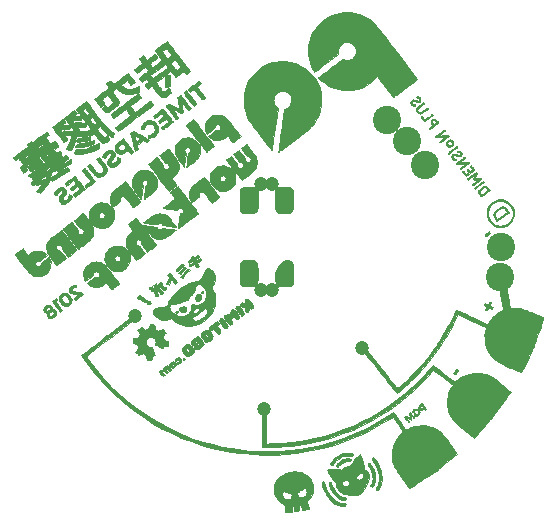
<source format=gbr>
G04 #@! TF.FileFunction,Soldermask,Bot*
%FSLAX46Y46*%
G04 Gerber Fmt 4.6, Leading zero omitted, Abs format (unit mm)*
G04 Created by KiCad (PCBNEW 4.0.2+dfsg1-stable) date ma  8. lokakuuta 2018 00.44.36*
%MOMM*%
G01*
G04 APERTURE LIST*
%ADD10C,0.100000*%
%ADD11C,0.010000*%
%ADD12C,2.400000*%
%ADD13C,1.200000*%
%ADD14C,4.400000*%
G04 APERTURE END LIST*
D10*
D11*
G36*
X53648288Y-67236663D02*
X53893783Y-67288964D01*
X54122699Y-67373261D01*
X54331646Y-67487077D01*
X54517234Y-67627940D01*
X54676075Y-67793373D01*
X54804777Y-67980903D01*
X54899951Y-68188054D01*
X54947602Y-68356270D01*
X54976934Y-68590399D01*
X54964533Y-68819363D01*
X54910308Y-69043457D01*
X54814167Y-69262974D01*
X54676019Y-69478211D01*
X54551803Y-69629235D01*
X54509475Y-69681651D01*
X54483576Y-69731899D01*
X54473777Y-69788465D01*
X54479746Y-69859836D01*
X54501152Y-69954497D01*
X54534592Y-70070762D01*
X54568571Y-70187940D01*
X54588689Y-70271684D01*
X54595264Y-70328447D01*
X54588617Y-70364682D01*
X54569068Y-70386843D01*
X54550708Y-70396302D01*
X54509342Y-70407967D01*
X54437950Y-70423214D01*
X54348464Y-70439996D01*
X54252815Y-70456266D01*
X54162936Y-70469975D01*
X54090756Y-70479077D01*
X54053257Y-70481667D01*
X54031474Y-70476595D01*
X54015590Y-70455995D01*
X54002414Y-70411790D01*
X53988757Y-70335903D01*
X53984285Y-70307042D01*
X53969476Y-70222923D01*
X53953564Y-70153536D01*
X53939393Y-70110771D01*
X53935991Y-70105017D01*
X53901828Y-70090552D01*
X53848071Y-70091198D01*
X53793878Y-70105020D01*
X53765101Y-70122271D01*
X53759480Y-70150047D01*
X53760746Y-70209450D01*
X53768514Y-70290399D01*
X53772745Y-70322299D01*
X53783094Y-70405745D01*
X53788540Y-70472275D01*
X53788357Y-70511564D01*
X53786479Y-70517409D01*
X53761361Y-70526030D01*
X53704666Y-70538643D01*
X53626697Y-70553060D01*
X53589943Y-70559149D01*
X53493700Y-70572833D01*
X53432250Y-70576915D01*
X53399197Y-70571563D01*
X53390591Y-70564323D01*
X53380241Y-70531261D01*
X53368930Y-70470715D01*
X53361250Y-70413601D01*
X53346906Y-70310460D01*
X53329470Y-70242901D01*
X53305524Y-70204174D01*
X53271653Y-70187530D01*
X53245702Y-70185333D01*
X53189425Y-70190635D01*
X53154247Y-70210816D01*
X53137710Y-70252291D01*
X53137351Y-70321477D01*
X53150710Y-70424787D01*
X53151632Y-70430574D01*
X53164161Y-70513055D01*
X53172660Y-70577474D01*
X53175910Y-70614133D01*
X53175355Y-70618975D01*
X53150560Y-70625461D01*
X53094134Y-70635820D01*
X53016428Y-70648513D01*
X52927796Y-70661999D01*
X52838591Y-70674736D01*
X52759166Y-70685185D01*
X52699875Y-70691804D01*
X52675715Y-70693333D01*
X52623512Y-70684886D01*
X52591970Y-70666875D01*
X52582635Y-70636675D01*
X52572775Y-70573062D01*
X52563481Y-70484925D01*
X52555844Y-70381153D01*
X52554934Y-70365250D01*
X52547890Y-70258991D01*
X52539520Y-70166134D01*
X52530811Y-70095904D01*
X52522750Y-70057528D01*
X52521788Y-70055334D01*
X52494766Y-70027415D01*
X52442033Y-69988896D01*
X52381607Y-69951962D01*
X52182022Y-69819460D01*
X52007465Y-69662076D01*
X51862072Y-69484967D01*
X51749976Y-69293289D01*
X51710213Y-69186197D01*
X52329491Y-69186197D01*
X52335590Y-69234128D01*
X52375483Y-69358443D01*
X52451846Y-69461937D01*
X52563308Y-69542763D01*
X52566036Y-69544215D01*
X52666445Y-69583156D01*
X52767829Y-69589697D01*
X52867301Y-69570568D01*
X52971004Y-69522088D01*
X53058797Y-69443882D01*
X53122920Y-69345923D01*
X53155615Y-69238186D01*
X53158184Y-69196635D01*
X53157367Y-69116417D01*
X53027633Y-69073959D01*
X53582412Y-69073959D01*
X53600432Y-69141232D01*
X53648114Y-69215452D01*
X53716227Y-69286843D01*
X53795543Y-69345630D01*
X53871999Y-69380643D01*
X53951750Y-69397751D01*
X54027160Y-69395152D01*
X54100847Y-69378445D01*
X54187983Y-69336624D01*
X54273058Y-69266106D01*
X54343816Y-69179283D01*
X54388004Y-69088547D01*
X54388212Y-69087855D01*
X54403643Y-69015602D01*
X54402297Y-68943385D01*
X54391114Y-68878626D01*
X54359604Y-68767401D01*
X54318562Y-68693932D01*
X54265516Y-68654236D01*
X54248405Y-68648688D01*
X54198893Y-68645097D01*
X54141673Y-68660135D01*
X54071014Y-68696698D01*
X53981183Y-68757684D01*
X53881002Y-68834427D01*
X53800393Y-68896492D01*
X53726047Y-68950572D01*
X53667656Y-68989788D01*
X53640542Y-69005135D01*
X53594918Y-69039960D01*
X53582412Y-69073959D01*
X53027633Y-69073959D01*
X52845975Y-69014508D01*
X52734004Y-68979067D01*
X52632517Y-68949170D01*
X52549984Y-68927147D01*
X52494877Y-68915326D01*
X52480420Y-68913966D01*
X52407009Y-68933793D01*
X52356653Y-68987389D01*
X52330448Y-69072332D01*
X52329491Y-69186197D01*
X51710213Y-69186197D01*
X51675311Y-69092200D01*
X51667542Y-69061317D01*
X51645697Y-68926133D01*
X51636800Y-68772496D01*
X51640865Y-68617917D01*
X51657904Y-68479907D01*
X51667068Y-68438239D01*
X51744672Y-68216482D01*
X51860088Y-68005622D01*
X52009198Y-67810714D01*
X52187886Y-67636812D01*
X52392034Y-67488971D01*
X52482668Y-67436780D01*
X52692589Y-67338737D01*
X52902490Y-67271620D01*
X53124071Y-67232618D01*
X53369034Y-67218919D01*
X53389604Y-67218832D01*
X53648288Y-67236663D01*
X53648288Y-67236663D01*
G37*
X53648288Y-67236663D02*
X53893783Y-67288964D01*
X54122699Y-67373261D01*
X54331646Y-67487077D01*
X54517234Y-67627940D01*
X54676075Y-67793373D01*
X54804777Y-67980903D01*
X54899951Y-68188054D01*
X54947602Y-68356270D01*
X54976934Y-68590399D01*
X54964533Y-68819363D01*
X54910308Y-69043457D01*
X54814167Y-69262974D01*
X54676019Y-69478211D01*
X54551803Y-69629235D01*
X54509475Y-69681651D01*
X54483576Y-69731899D01*
X54473777Y-69788465D01*
X54479746Y-69859836D01*
X54501152Y-69954497D01*
X54534592Y-70070762D01*
X54568571Y-70187940D01*
X54588689Y-70271684D01*
X54595264Y-70328447D01*
X54588617Y-70364682D01*
X54569068Y-70386843D01*
X54550708Y-70396302D01*
X54509342Y-70407967D01*
X54437950Y-70423214D01*
X54348464Y-70439996D01*
X54252815Y-70456266D01*
X54162936Y-70469975D01*
X54090756Y-70479077D01*
X54053257Y-70481667D01*
X54031474Y-70476595D01*
X54015590Y-70455995D01*
X54002414Y-70411790D01*
X53988757Y-70335903D01*
X53984285Y-70307042D01*
X53969476Y-70222923D01*
X53953564Y-70153536D01*
X53939393Y-70110771D01*
X53935991Y-70105017D01*
X53901828Y-70090552D01*
X53848071Y-70091198D01*
X53793878Y-70105020D01*
X53765101Y-70122271D01*
X53759480Y-70150047D01*
X53760746Y-70209450D01*
X53768514Y-70290399D01*
X53772745Y-70322299D01*
X53783094Y-70405745D01*
X53788540Y-70472275D01*
X53788357Y-70511564D01*
X53786479Y-70517409D01*
X53761361Y-70526030D01*
X53704666Y-70538643D01*
X53626697Y-70553060D01*
X53589943Y-70559149D01*
X53493700Y-70572833D01*
X53432250Y-70576915D01*
X53399197Y-70571563D01*
X53390591Y-70564323D01*
X53380241Y-70531261D01*
X53368930Y-70470715D01*
X53361250Y-70413601D01*
X53346906Y-70310460D01*
X53329470Y-70242901D01*
X53305524Y-70204174D01*
X53271653Y-70187530D01*
X53245702Y-70185333D01*
X53189425Y-70190635D01*
X53154247Y-70210816D01*
X53137710Y-70252291D01*
X53137351Y-70321477D01*
X53150710Y-70424787D01*
X53151632Y-70430574D01*
X53164161Y-70513055D01*
X53172660Y-70577474D01*
X53175910Y-70614133D01*
X53175355Y-70618975D01*
X53150560Y-70625461D01*
X53094134Y-70635820D01*
X53016428Y-70648513D01*
X52927796Y-70661999D01*
X52838591Y-70674736D01*
X52759166Y-70685185D01*
X52699875Y-70691804D01*
X52675715Y-70693333D01*
X52623512Y-70684886D01*
X52591970Y-70666875D01*
X52582635Y-70636675D01*
X52572775Y-70573062D01*
X52563481Y-70484925D01*
X52555844Y-70381153D01*
X52554934Y-70365250D01*
X52547890Y-70258991D01*
X52539520Y-70166134D01*
X52530811Y-70095904D01*
X52522750Y-70057528D01*
X52521788Y-70055334D01*
X52494766Y-70027415D01*
X52442033Y-69988896D01*
X52381607Y-69951962D01*
X52182022Y-69819460D01*
X52007465Y-69662076D01*
X51862072Y-69484967D01*
X51749976Y-69293289D01*
X51710213Y-69186197D01*
X52329491Y-69186197D01*
X52335590Y-69234128D01*
X52375483Y-69358443D01*
X52451846Y-69461937D01*
X52563308Y-69542763D01*
X52566036Y-69544215D01*
X52666445Y-69583156D01*
X52767829Y-69589697D01*
X52867301Y-69570568D01*
X52971004Y-69522088D01*
X53058797Y-69443882D01*
X53122920Y-69345923D01*
X53155615Y-69238186D01*
X53158184Y-69196635D01*
X53157367Y-69116417D01*
X53027633Y-69073959D01*
X53582412Y-69073959D01*
X53600432Y-69141232D01*
X53648114Y-69215452D01*
X53716227Y-69286843D01*
X53795543Y-69345630D01*
X53871999Y-69380643D01*
X53951750Y-69397751D01*
X54027160Y-69395152D01*
X54100847Y-69378445D01*
X54187983Y-69336624D01*
X54273058Y-69266106D01*
X54343816Y-69179283D01*
X54388004Y-69088547D01*
X54388212Y-69087855D01*
X54403643Y-69015602D01*
X54402297Y-68943385D01*
X54391114Y-68878626D01*
X54359604Y-68767401D01*
X54318562Y-68693932D01*
X54265516Y-68654236D01*
X54248405Y-68648688D01*
X54198893Y-68645097D01*
X54141673Y-68660135D01*
X54071014Y-68696698D01*
X53981183Y-68757684D01*
X53881002Y-68834427D01*
X53800393Y-68896492D01*
X53726047Y-68950572D01*
X53667656Y-68989788D01*
X53640542Y-69005135D01*
X53594918Y-69039960D01*
X53582412Y-69073959D01*
X53027633Y-69073959D01*
X52845975Y-69014508D01*
X52734004Y-68979067D01*
X52632517Y-68949170D01*
X52549984Y-68927147D01*
X52494877Y-68915326D01*
X52480420Y-68913966D01*
X52407009Y-68933793D01*
X52356653Y-68987389D01*
X52330448Y-69072332D01*
X52329491Y-69186197D01*
X51710213Y-69186197D01*
X51675311Y-69092200D01*
X51667542Y-69061317D01*
X51645697Y-68926133D01*
X51636800Y-68772496D01*
X51640865Y-68617917D01*
X51657904Y-68479907D01*
X51667068Y-68438239D01*
X51744672Y-68216482D01*
X51860088Y-68005622D01*
X52009198Y-67810714D01*
X52187886Y-67636812D01*
X52392034Y-67488971D01*
X52482668Y-67436780D01*
X52692589Y-67338737D01*
X52902490Y-67271620D01*
X53124071Y-67232618D01*
X53369034Y-67218919D01*
X53389604Y-67218832D01*
X53648288Y-67236663D01*
G36*
X55855413Y-68088650D02*
X55868065Y-68100093D01*
X55884703Y-68131708D01*
X55910700Y-68194524D01*
X55942492Y-68279429D01*
X55976368Y-68376881D01*
X56089262Y-68673894D01*
X56218957Y-68943560D01*
X56363664Y-69183961D01*
X56521594Y-69393179D01*
X56690956Y-69569293D01*
X56869960Y-69710386D01*
X57056819Y-69814539D01*
X57249742Y-69879832D01*
X57398884Y-69902254D01*
X57504479Y-69910617D01*
X57576694Y-69919627D01*
X57624461Y-69931290D01*
X57656713Y-69947613D01*
X57676603Y-69964627D01*
X57706908Y-70020188D01*
X57697405Y-70080825D01*
X57667500Y-70121833D01*
X57609356Y-70151660D01*
X57514187Y-70162356D01*
X57382753Y-70153881D01*
X57297083Y-70141339D01*
X57099366Y-70090745D01*
X56897468Y-70006980D01*
X56789287Y-69948469D01*
X56677212Y-69871080D01*
X56553040Y-69766430D01*
X56426103Y-69643767D01*
X56305734Y-69512336D01*
X56201266Y-69381385D01*
X56165522Y-69330465D01*
X56093356Y-69214329D01*
X56018302Y-69078628D01*
X55943469Y-68930537D01*
X55871965Y-68777232D01*
X55806899Y-68625888D01*
X55751381Y-68483678D01*
X55708519Y-68357779D01*
X55681422Y-68255365D01*
X55673153Y-68194153D01*
X55680979Y-68137906D01*
X55698391Y-68101150D01*
X55743516Y-68074981D01*
X55803005Y-68070770D01*
X55855413Y-68088650D01*
X55855413Y-68088650D01*
G37*
X55855413Y-68088650D02*
X55868065Y-68100093D01*
X55884703Y-68131708D01*
X55910700Y-68194524D01*
X55942492Y-68279429D01*
X55976368Y-68376881D01*
X56089262Y-68673894D01*
X56218957Y-68943560D01*
X56363664Y-69183961D01*
X56521594Y-69393179D01*
X56690956Y-69569293D01*
X56869960Y-69710386D01*
X57056819Y-69814539D01*
X57249742Y-69879832D01*
X57398884Y-69902254D01*
X57504479Y-69910617D01*
X57576694Y-69919627D01*
X57624461Y-69931290D01*
X57656713Y-69947613D01*
X57676603Y-69964627D01*
X57706908Y-70020188D01*
X57697405Y-70080825D01*
X57667500Y-70121833D01*
X57609356Y-70151660D01*
X57514187Y-70162356D01*
X57382753Y-70153881D01*
X57297083Y-70141339D01*
X57099366Y-70090745D01*
X56897468Y-70006980D01*
X56789287Y-69948469D01*
X56677212Y-69871080D01*
X56553040Y-69766430D01*
X56426103Y-69643767D01*
X56305734Y-69512336D01*
X56201266Y-69381385D01*
X56165522Y-69330465D01*
X56093356Y-69214329D01*
X56018302Y-69078628D01*
X55943469Y-68930537D01*
X55871965Y-68777232D01*
X55806899Y-68625888D01*
X55751381Y-68483678D01*
X55708519Y-68357779D01*
X55681422Y-68255365D01*
X55673153Y-68194153D01*
X55680979Y-68137906D01*
X55698391Y-68101150D01*
X55743516Y-68074981D01*
X55803005Y-68070770D01*
X55855413Y-68088650D01*
G36*
X56434438Y-68142837D02*
X56461251Y-68164219D01*
X56479740Y-68196301D01*
X56509134Y-68258253D01*
X56545046Y-68340471D01*
X56575227Y-68413661D01*
X56687775Y-68657483D01*
X56815824Y-68869263D01*
X56957577Y-69047203D01*
X57111239Y-69189505D01*
X57275011Y-69294371D01*
X57447098Y-69360003D01*
X57538940Y-69377985D01*
X57626460Y-69394111D01*
X57682531Y-69416625D01*
X57713565Y-69443852D01*
X57744749Y-69489897D01*
X57745982Y-69525740D01*
X57715754Y-69567099D01*
X57700212Y-69583045D01*
X57664170Y-69612975D01*
X57624315Y-69628279D01*
X57570576Y-69629706D01*
X57492883Y-69618002D01*
X57424083Y-69603558D01*
X57222362Y-69539202D01*
X57035052Y-69437920D01*
X56860490Y-69298462D01*
X56697015Y-69119577D01*
X56594068Y-68978833D01*
X56534309Y-68882443D01*
X56472749Y-68769712D01*
X56413185Y-68649175D01*
X56359415Y-68529369D01*
X56315234Y-68418830D01*
X56284441Y-68326095D01*
X56270832Y-68259700D01*
X56270500Y-68251381D01*
X56287043Y-68194433D01*
X56328277Y-68153523D01*
X56381607Y-68134406D01*
X56434438Y-68142837D01*
X56434438Y-68142837D01*
G37*
X56434438Y-68142837D02*
X56461251Y-68164219D01*
X56479740Y-68196301D01*
X56509134Y-68258253D01*
X56545046Y-68340471D01*
X56575227Y-68413661D01*
X56687775Y-68657483D01*
X56815824Y-68869263D01*
X56957577Y-69047203D01*
X57111239Y-69189505D01*
X57275011Y-69294371D01*
X57447098Y-69360003D01*
X57538940Y-69377985D01*
X57626460Y-69394111D01*
X57682531Y-69416625D01*
X57713565Y-69443852D01*
X57744749Y-69489897D01*
X57745982Y-69525740D01*
X57715754Y-69567099D01*
X57700212Y-69583045D01*
X57664170Y-69612975D01*
X57624315Y-69628279D01*
X57570576Y-69629706D01*
X57492883Y-69618002D01*
X57424083Y-69603558D01*
X57222362Y-69539202D01*
X57035052Y-69437920D01*
X56860490Y-69298462D01*
X56697015Y-69119577D01*
X56594068Y-68978833D01*
X56534309Y-68882443D01*
X56472749Y-68769712D01*
X56413185Y-68649175D01*
X56359415Y-68529369D01*
X56315234Y-68418830D01*
X56284441Y-68326095D01*
X56270832Y-68259700D01*
X56270500Y-68251381D01*
X56287043Y-68194433D01*
X56328277Y-68153523D01*
X56381607Y-68134406D01*
X56434438Y-68142837D01*
G36*
X58922463Y-65800991D02*
X58938910Y-65815467D01*
X58983507Y-65873773D01*
X59031103Y-65968403D01*
X59079847Y-66093623D01*
X59127888Y-66243703D01*
X59173374Y-66412910D01*
X59214454Y-66595513D01*
X59246188Y-66766917D01*
X59281323Y-66978583D01*
X59391263Y-67077343D01*
X59514617Y-67215869D01*
X59604189Y-67377415D01*
X59658176Y-67557261D01*
X59674774Y-67750687D01*
X59672071Y-67812336D01*
X59637132Y-68019840D01*
X59563253Y-68235811D01*
X59452039Y-68456548D01*
X59305098Y-68678352D01*
X59283920Y-68706463D01*
X59220600Y-68784220D01*
X59144714Y-68869553D01*
X59063098Y-68955638D01*
X58982585Y-69035648D01*
X58910010Y-69102760D01*
X58852207Y-69150148D01*
X58819996Y-69169746D01*
X58780673Y-69178402D01*
X58709220Y-69188617D01*
X58615768Y-69199444D01*
X58510448Y-69209935D01*
X58403388Y-69219141D01*
X58304719Y-69226113D01*
X58224571Y-69229904D01*
X58177718Y-69229873D01*
X58129580Y-69226339D01*
X58054934Y-69219834D01*
X57969382Y-69211723D01*
X57963833Y-69211174D01*
X57712827Y-69169818D01*
X57491235Y-69098282D01*
X57298506Y-68996292D01*
X57134088Y-68863570D01*
X57027538Y-68741727D01*
X56956150Y-68621388D01*
X56901216Y-68478700D01*
X56868994Y-68332405D01*
X56863167Y-68249634D01*
X56862686Y-68241821D01*
X57378977Y-68241821D01*
X57379052Y-68311660D01*
X57416707Y-68365609D01*
X57459042Y-68392206D01*
X57586597Y-68439494D01*
X57710583Y-68457563D01*
X57821848Y-68445952D01*
X57896815Y-68414189D01*
X57944055Y-68365889D01*
X57986507Y-68291508D01*
X58016602Y-68207208D01*
X58026868Y-68136423D01*
X58022402Y-68090881D01*
X58001214Y-68060708D01*
X57952774Y-68032881D01*
X57937375Y-68025763D01*
X57817637Y-67989979D01*
X57696880Y-67986696D01*
X57584051Y-68013725D01*
X57488101Y-68068873D01*
X57417978Y-68149949D01*
X57415998Y-68153413D01*
X57378977Y-68241821D01*
X56862686Y-68241821D01*
X56858521Y-68174181D01*
X56841718Y-68125862D01*
X56818187Y-68098405D01*
X56742783Y-68021878D01*
X56656662Y-67919876D01*
X56564804Y-67799857D01*
X56538924Y-67763367D01*
X58602777Y-67763367D01*
X58616842Y-67813840D01*
X58663377Y-67853389D01*
X58728043Y-67883392D01*
X58844446Y-67912700D01*
X58946273Y-67902456D01*
X59033137Y-67852723D01*
X59056429Y-67829886D01*
X59100715Y-67768451D01*
X59144989Y-67685998D01*
X59182632Y-67597530D01*
X59207022Y-67518053D01*
X59212667Y-67475749D01*
X59193730Y-67431450D01*
X59143579Y-67398295D01*
X59072201Y-67377705D01*
X58989581Y-67371101D01*
X58905708Y-67379904D01*
X58830568Y-67405534D01*
X58808842Y-67418295D01*
X58716796Y-67503484D01*
X58645296Y-67616692D01*
X58615900Y-67693002D01*
X58602777Y-67763367D01*
X56538924Y-67763367D01*
X56472190Y-67669276D01*
X56383801Y-67535589D01*
X56304618Y-67406254D01*
X56239620Y-67288727D01*
X56193790Y-67190463D01*
X56175599Y-67136407D01*
X56179655Y-67079252D01*
X56221217Y-67034710D01*
X56297302Y-67003033D01*
X56404928Y-66984472D01*
X56541113Y-66979278D01*
X56702874Y-66987702D01*
X56887229Y-67009994D01*
X57091196Y-67046407D01*
X57135080Y-67055622D01*
X57332910Y-67098189D01*
X57436928Y-67010479D01*
X57522537Y-66948667D01*
X57631877Y-66884584D01*
X57752722Y-66824027D01*
X57872847Y-66772792D01*
X57980025Y-66736673D01*
X58042888Y-66723207D01*
X58099784Y-66714459D01*
X58137961Y-66700849D01*
X58167893Y-66673798D01*
X58200053Y-66624729D01*
X58231867Y-66568440D01*
X58335825Y-66391695D01*
X58441997Y-66229060D01*
X58546591Y-66085421D01*
X58645812Y-65965666D01*
X58735868Y-65874679D01*
X58812966Y-65817347D01*
X58816521Y-65815393D01*
X58866267Y-65790280D01*
X58895902Y-65785476D01*
X58922463Y-65800991D01*
X58922463Y-65800991D01*
G37*
X58922463Y-65800991D02*
X58938910Y-65815467D01*
X58983507Y-65873773D01*
X59031103Y-65968403D01*
X59079847Y-66093623D01*
X59127888Y-66243703D01*
X59173374Y-66412910D01*
X59214454Y-66595513D01*
X59246188Y-66766917D01*
X59281323Y-66978583D01*
X59391263Y-67077343D01*
X59514617Y-67215869D01*
X59604189Y-67377415D01*
X59658176Y-67557261D01*
X59674774Y-67750687D01*
X59672071Y-67812336D01*
X59637132Y-68019840D01*
X59563253Y-68235811D01*
X59452039Y-68456548D01*
X59305098Y-68678352D01*
X59283920Y-68706463D01*
X59220600Y-68784220D01*
X59144714Y-68869553D01*
X59063098Y-68955638D01*
X58982585Y-69035648D01*
X58910010Y-69102760D01*
X58852207Y-69150148D01*
X58819996Y-69169746D01*
X58780673Y-69178402D01*
X58709220Y-69188617D01*
X58615768Y-69199444D01*
X58510448Y-69209935D01*
X58403388Y-69219141D01*
X58304719Y-69226113D01*
X58224571Y-69229904D01*
X58177718Y-69229873D01*
X58129580Y-69226339D01*
X58054934Y-69219834D01*
X57969382Y-69211723D01*
X57963833Y-69211174D01*
X57712827Y-69169818D01*
X57491235Y-69098282D01*
X57298506Y-68996292D01*
X57134088Y-68863570D01*
X57027538Y-68741727D01*
X56956150Y-68621388D01*
X56901216Y-68478700D01*
X56868994Y-68332405D01*
X56863167Y-68249634D01*
X56862686Y-68241821D01*
X57378977Y-68241821D01*
X57379052Y-68311660D01*
X57416707Y-68365609D01*
X57459042Y-68392206D01*
X57586597Y-68439494D01*
X57710583Y-68457563D01*
X57821848Y-68445952D01*
X57896815Y-68414189D01*
X57944055Y-68365889D01*
X57986507Y-68291508D01*
X58016602Y-68207208D01*
X58026868Y-68136423D01*
X58022402Y-68090881D01*
X58001214Y-68060708D01*
X57952774Y-68032881D01*
X57937375Y-68025763D01*
X57817637Y-67989979D01*
X57696880Y-67986696D01*
X57584051Y-68013725D01*
X57488101Y-68068873D01*
X57417978Y-68149949D01*
X57415998Y-68153413D01*
X57378977Y-68241821D01*
X56862686Y-68241821D01*
X56858521Y-68174181D01*
X56841718Y-68125862D01*
X56818187Y-68098405D01*
X56742783Y-68021878D01*
X56656662Y-67919876D01*
X56564804Y-67799857D01*
X56538924Y-67763367D01*
X58602777Y-67763367D01*
X58616842Y-67813840D01*
X58663377Y-67853389D01*
X58728043Y-67883392D01*
X58844446Y-67912700D01*
X58946273Y-67902456D01*
X59033137Y-67852723D01*
X59056429Y-67829886D01*
X59100715Y-67768451D01*
X59144989Y-67685998D01*
X59182632Y-67597530D01*
X59207022Y-67518053D01*
X59212667Y-67475749D01*
X59193730Y-67431450D01*
X59143579Y-67398295D01*
X59072201Y-67377705D01*
X58989581Y-67371101D01*
X58905708Y-67379904D01*
X58830568Y-67405534D01*
X58808842Y-67418295D01*
X58716796Y-67503484D01*
X58645296Y-67616692D01*
X58615900Y-67693002D01*
X58602777Y-67763367D01*
X56538924Y-67763367D01*
X56472190Y-67669276D01*
X56383801Y-67535589D01*
X56304618Y-67406254D01*
X56239620Y-67288727D01*
X56193790Y-67190463D01*
X56175599Y-67136407D01*
X56179655Y-67079252D01*
X56221217Y-67034710D01*
X56297302Y-67003033D01*
X56404928Y-66984472D01*
X56541113Y-66979278D01*
X56702874Y-66987702D01*
X56887229Y-67009994D01*
X57091196Y-67046407D01*
X57135080Y-67055622D01*
X57332910Y-67098189D01*
X57436928Y-67010479D01*
X57522537Y-66948667D01*
X57631877Y-66884584D01*
X57752722Y-66824027D01*
X57872847Y-66772792D01*
X57980025Y-66736673D01*
X58042888Y-66723207D01*
X58099784Y-66714459D01*
X58137961Y-66700849D01*
X58167893Y-66673798D01*
X58200053Y-66624729D01*
X58231867Y-66568440D01*
X58335825Y-66391695D01*
X58441997Y-66229060D01*
X58546591Y-66085421D01*
X58645812Y-65965666D01*
X58735868Y-65874679D01*
X58812966Y-65817347D01*
X58816521Y-65815393D01*
X58866267Y-65790280D01*
X58895902Y-65785476D01*
X58922463Y-65800991D01*
G36*
X60052908Y-66031989D02*
X60113415Y-66074475D01*
X60183107Y-66152012D01*
X60263313Y-66265975D01*
X60355360Y-66417738D01*
X60414629Y-66523500D01*
X60564211Y-66827313D01*
X60676497Y-67123536D01*
X60751236Y-67410511D01*
X60788177Y-67686583D01*
X60787069Y-67950096D01*
X60747661Y-68199392D01*
X60694573Y-68371427D01*
X60666199Y-68434994D01*
X60625372Y-68512312D01*
X60577400Y-68594931D01*
X60527591Y-68674402D01*
X60481253Y-68742275D01*
X60443694Y-68790101D01*
X60420223Y-68809431D01*
X60419366Y-68809500D01*
X60384685Y-68816413D01*
X60373113Y-68820379D01*
X60335667Y-68817558D01*
X60299936Y-68799859D01*
X60255473Y-68754802D01*
X60245155Y-68701600D01*
X60269049Y-68633951D01*
X60302300Y-68580206D01*
X60413943Y-68395068D01*
X60489346Y-68212845D01*
X60532114Y-68022155D01*
X60545853Y-67811613D01*
X60545854Y-67811237D01*
X60527271Y-67548483D01*
X60472045Y-67281312D01*
X60441362Y-67179667D01*
X60397847Y-67064382D01*
X60336814Y-66925399D01*
X60264088Y-66774337D01*
X60185494Y-66622813D01*
X60106855Y-66482448D01*
X60033998Y-66364858D01*
X60029483Y-66358104D01*
X59965464Y-66257358D01*
X59927794Y-66182002D01*
X59914915Y-66125596D01*
X59925270Y-66081697D01*
X59954141Y-66046670D01*
X60000260Y-66023179D01*
X60052908Y-66031989D01*
X60052908Y-66031989D01*
G37*
X60052908Y-66031989D02*
X60113415Y-66074475D01*
X60183107Y-66152012D01*
X60263313Y-66265975D01*
X60355360Y-66417738D01*
X60414629Y-66523500D01*
X60564211Y-66827313D01*
X60676497Y-67123536D01*
X60751236Y-67410511D01*
X60788177Y-67686583D01*
X60787069Y-67950096D01*
X60747661Y-68199392D01*
X60694573Y-68371427D01*
X60666199Y-68434994D01*
X60625372Y-68512312D01*
X60577400Y-68594931D01*
X60527591Y-68674402D01*
X60481253Y-68742275D01*
X60443694Y-68790101D01*
X60420223Y-68809431D01*
X60419366Y-68809500D01*
X60384685Y-68816413D01*
X60373113Y-68820379D01*
X60335667Y-68817558D01*
X60299936Y-68799859D01*
X60255473Y-68754802D01*
X60245155Y-68701600D01*
X60269049Y-68633951D01*
X60302300Y-68580206D01*
X60413943Y-68395068D01*
X60489346Y-68212845D01*
X60532114Y-68022155D01*
X60545853Y-67811613D01*
X60545854Y-67811237D01*
X60527271Y-67548483D01*
X60472045Y-67281312D01*
X60441362Y-67179667D01*
X60397847Y-67064382D01*
X60336814Y-66925399D01*
X60264088Y-66774337D01*
X60185494Y-66622813D01*
X60106855Y-66482448D01*
X60033998Y-66364858D01*
X60029483Y-66358104D01*
X59965464Y-66257358D01*
X59927794Y-66182002D01*
X59914915Y-66125596D01*
X59925270Y-66081697D01*
X59954141Y-66046670D01*
X60000260Y-66023179D01*
X60052908Y-66031989D01*
G36*
X39924056Y-53651264D02*
X40037240Y-53695733D01*
X40120333Y-53760000D01*
X40194588Y-53859944D01*
X40232277Y-53968350D01*
X40236444Y-54078734D01*
X40210130Y-54184610D01*
X40156376Y-54279494D01*
X40078225Y-54356901D01*
X39978717Y-54410344D01*
X39860896Y-54433341D01*
X39805026Y-54432225D01*
X39687607Y-54422488D01*
X37750262Y-55903045D01*
X37497047Y-56096624D01*
X37252804Y-56283478D01*
X37019691Y-56461948D01*
X36799863Y-56630378D01*
X36595480Y-56787109D01*
X36408697Y-56930485D01*
X36241674Y-57058848D01*
X36096566Y-57170540D01*
X35975532Y-57263905D01*
X35880729Y-57337284D01*
X35814314Y-57389020D01*
X35778446Y-57417456D01*
X35772901Y-57422154D01*
X35755866Y-57441018D01*
X35750262Y-57460789D01*
X35759050Y-57489136D01*
X35785191Y-57533728D01*
X35831647Y-57602235D01*
X35855891Y-57637062D01*
X36145904Y-58036763D01*
X36466589Y-58449333D01*
X36811542Y-58867208D01*
X37174359Y-59282823D01*
X37548638Y-59688615D01*
X37886992Y-60036175D01*
X38535820Y-60655668D01*
X39208049Y-61239910D01*
X39903593Y-61788839D01*
X40622367Y-62302397D01*
X41364287Y-62780525D01*
X42129269Y-63223164D01*
X42917227Y-63630254D01*
X43253407Y-63789879D01*
X44038754Y-64132521D01*
X44830711Y-64436203D01*
X45632054Y-64701656D01*
X46445562Y-64929613D01*
X47274013Y-65120807D01*
X48120186Y-65275971D01*
X48986858Y-65395837D01*
X49571250Y-65455951D01*
X49727523Y-65467458D01*
X49918954Y-65477575D01*
X50138387Y-65486211D01*
X50378667Y-65493275D01*
X50632638Y-65498676D01*
X50893144Y-65502324D01*
X51153031Y-65504128D01*
X51405142Y-65503997D01*
X51642321Y-65501840D01*
X51857414Y-65497567D01*
X52043265Y-65491086D01*
X52103713Y-65488082D01*
X52995989Y-65418351D01*
X53879556Y-65307509D01*
X54753513Y-65155744D01*
X55616965Y-64963247D01*
X56469010Y-64730209D01*
X57308753Y-64456818D01*
X57762750Y-64290198D01*
X58547307Y-63969508D01*
X59320357Y-63611636D01*
X60076126Y-63219547D01*
X60808837Y-62796204D01*
X61378417Y-62434440D01*
X61481675Y-62367177D01*
X61574271Y-62308992D01*
X61649889Y-62263684D01*
X61702212Y-62235053D01*
X61723767Y-62226667D01*
X61768514Y-62236319D01*
X61794326Y-62247473D01*
X61814460Y-62269045D01*
X61855535Y-62321838D01*
X61914787Y-62402000D01*
X61989450Y-62505676D01*
X62076758Y-62629016D01*
X62173948Y-62768167D01*
X62278254Y-62919275D01*
X62314669Y-62972431D01*
X62419506Y-63125740D01*
X62516700Y-63267837D01*
X62603698Y-63394996D01*
X62677951Y-63503489D01*
X62736907Y-63589589D01*
X62778016Y-63649570D01*
X62798726Y-63679704D01*
X62800706Y-63682541D01*
X62820041Y-63676034D01*
X62867614Y-63653522D01*
X62934518Y-63619303D01*
X62961597Y-63604957D01*
X63227683Y-63484235D01*
X63512531Y-63394343D01*
X63806756Y-63337130D01*
X64100974Y-63314446D01*
X64373389Y-63326726D01*
X64691677Y-63378687D01*
X64984057Y-63462234D01*
X65255031Y-63579502D01*
X65509098Y-63732624D01*
X65750758Y-63923731D01*
X65870584Y-64036417D01*
X65933292Y-64099834D01*
X65992620Y-64163021D01*
X66051891Y-64230236D01*
X66114430Y-64305735D01*
X66183562Y-64393776D01*
X66262610Y-64498617D01*
X66354898Y-64624514D01*
X66463752Y-64775726D01*
X66592495Y-64956510D01*
X66627031Y-65005208D01*
X67148656Y-65741167D01*
X66900703Y-65938593D01*
X66738379Y-66066964D01*
X66558584Y-66207619D01*
X66366925Y-66356288D01*
X66169006Y-66508699D01*
X65970432Y-66660578D01*
X65776810Y-66807654D01*
X65593743Y-66945654D01*
X65426837Y-67070308D01*
X65281699Y-67177341D01*
X65163931Y-67262483D01*
X65160500Y-67264925D01*
X65075590Y-67324432D01*
X64967290Y-67398957D01*
X64839341Y-67486029D01*
X64695483Y-67583177D01*
X64539455Y-67687929D01*
X64374998Y-67797815D01*
X64205852Y-67910364D01*
X64035757Y-68023104D01*
X63868454Y-68133564D01*
X63707681Y-68239274D01*
X63557181Y-68337762D01*
X63420691Y-68426556D01*
X63301953Y-68503187D01*
X63204708Y-68565182D01*
X63132693Y-68610071D01*
X63089651Y-68635382D01*
X63079017Y-68640167D01*
X63066039Y-68623509D01*
X63031177Y-68575960D01*
X62977042Y-68501154D01*
X62906245Y-68402724D01*
X62821398Y-68284305D01*
X62725113Y-68149531D01*
X62620002Y-68002036D01*
X62577275Y-67941983D01*
X62425259Y-67727604D01*
X62296030Y-67543743D01*
X62187320Y-67386793D01*
X62096860Y-67253148D01*
X62022385Y-67139202D01*
X61961625Y-67041349D01*
X61912313Y-66955983D01*
X61872182Y-66879498D01*
X61838963Y-66808288D01*
X61810390Y-66738746D01*
X61795348Y-66698572D01*
X61728112Y-66496307D01*
X61682033Y-66311972D01*
X61654110Y-66128733D01*
X61641346Y-65929756D01*
X61639727Y-65825000D01*
X61649147Y-65657842D01*
X62482085Y-65657842D01*
X62510270Y-65890680D01*
X62575378Y-66116539D01*
X62674758Y-66330437D01*
X62805756Y-66527394D01*
X62965722Y-66702427D01*
X63152001Y-66850556D01*
X63299661Y-66937111D01*
X63380949Y-66973299D01*
X63482808Y-67011664D01*
X63588609Y-67046550D01*
X63681721Y-67072302D01*
X63721167Y-67080467D01*
X63809731Y-67089118D01*
X63924121Y-67091973D01*
X64049245Y-67089483D01*
X64170007Y-67082102D01*
X64271316Y-67070284D01*
X64310282Y-67062777D01*
X64544938Y-66986855D01*
X64759222Y-66876712D01*
X64950580Y-66736219D01*
X65116459Y-66569248D01*
X65254309Y-66379671D01*
X65361576Y-66171360D01*
X65435708Y-65948186D01*
X65474153Y-65714021D01*
X65474359Y-65472738D01*
X65455068Y-65326179D01*
X65392735Y-65098741D01*
X65293058Y-64882396D01*
X65160460Y-64682950D01*
X64999368Y-64506208D01*
X64814204Y-64357979D01*
X64641917Y-64259084D01*
X64460038Y-64183190D01*
X64285296Y-64136039D01*
X64100133Y-64113674D01*
X63982492Y-64110500D01*
X63731196Y-64130451D01*
X63494245Y-64188528D01*
X63274664Y-64282062D01*
X63075480Y-64408385D01*
X62899719Y-64564831D01*
X62750408Y-64748732D01*
X62630571Y-64957420D01*
X62543236Y-65188228D01*
X62493476Y-65423007D01*
X62482085Y-65657842D01*
X61649147Y-65657842D01*
X61658419Y-65493314D01*
X61716484Y-65176747D01*
X61813576Y-64876148D01*
X61949344Y-64592365D01*
X62123441Y-64326248D01*
X62335517Y-64078646D01*
X62371920Y-64041827D01*
X62558400Y-63856738D01*
X62123466Y-63223078D01*
X61688533Y-62589418D01*
X61440141Y-62753671D01*
X61066659Y-62991717D01*
X60661602Y-63233600D01*
X60234743Y-63474065D01*
X59795851Y-63707858D01*
X59354700Y-63929725D01*
X58921060Y-64134412D01*
X58641167Y-64258645D01*
X57811400Y-64593860D01*
X56969100Y-64888871D01*
X56115543Y-65143490D01*
X55252004Y-65357533D01*
X54379756Y-65530812D01*
X53500074Y-65663141D01*
X52614234Y-65754334D01*
X51723509Y-65804205D01*
X50829175Y-65812568D01*
X49932506Y-65779235D01*
X49034777Y-65704022D01*
X48872750Y-65685973D01*
X47996911Y-65563538D01*
X47130297Y-65400213D01*
X46274234Y-65196698D01*
X45430050Y-64953694D01*
X44599071Y-64671900D01*
X43782624Y-64352016D01*
X42982038Y-63994744D01*
X42198639Y-63600782D01*
X41433754Y-63170832D01*
X40688711Y-62705593D01*
X39964836Y-62205766D01*
X39263456Y-61672050D01*
X38585900Y-61105147D01*
X37933494Y-60505755D01*
X37307564Y-59874576D01*
X36799925Y-59316568D01*
X36521716Y-58990293D01*
X36242551Y-58647599D01*
X35970808Y-58299231D01*
X35714863Y-57955933D01*
X35483092Y-57628450D01*
X35477829Y-57620777D01*
X35316809Y-57385805D01*
X35511946Y-57237652D01*
X35554906Y-57204933D01*
X35629043Y-57148347D01*
X35731921Y-57069758D01*
X35861101Y-56971030D01*
X36014146Y-56854028D01*
X36188618Y-56720615D01*
X36382079Y-56572655D01*
X36592092Y-56412014D01*
X36816219Y-56240555D01*
X37052022Y-56060143D01*
X37297063Y-55872641D01*
X37548906Y-55679914D01*
X37580333Y-55655862D01*
X39453583Y-54222225D01*
X39446633Y-54101520D01*
X39448994Y-54066763D01*
X39646917Y-54066763D01*
X39675391Y-54146628D01*
X39736018Y-54208737D01*
X39781667Y-54231817D01*
X39819737Y-54242830D01*
X39854193Y-54240503D01*
X39904021Y-54222759D01*
X39918226Y-54216875D01*
X39991218Y-54167155D01*
X40030844Y-54098639D01*
X40035449Y-54020575D01*
X40003376Y-53942215D01*
X39973795Y-53906538D01*
X39898841Y-53856389D01*
X39819333Y-53843535D01*
X39744739Y-53865814D01*
X39684528Y-53921060D01*
X39655651Y-53979267D01*
X39646917Y-54066763D01*
X39448994Y-54066763D01*
X39456210Y-53960567D01*
X39501387Y-53839439D01*
X39580952Y-53741356D01*
X39582496Y-53739993D01*
X39688328Y-53673083D01*
X39804966Y-53643611D01*
X39924056Y-53651264D01*
X39924056Y-53651264D01*
G37*
X39924056Y-53651264D02*
X40037240Y-53695733D01*
X40120333Y-53760000D01*
X40194588Y-53859944D01*
X40232277Y-53968350D01*
X40236444Y-54078734D01*
X40210130Y-54184610D01*
X40156376Y-54279494D01*
X40078225Y-54356901D01*
X39978717Y-54410344D01*
X39860896Y-54433341D01*
X39805026Y-54432225D01*
X39687607Y-54422488D01*
X37750262Y-55903045D01*
X37497047Y-56096624D01*
X37252804Y-56283478D01*
X37019691Y-56461948D01*
X36799863Y-56630378D01*
X36595480Y-56787109D01*
X36408697Y-56930485D01*
X36241674Y-57058848D01*
X36096566Y-57170540D01*
X35975532Y-57263905D01*
X35880729Y-57337284D01*
X35814314Y-57389020D01*
X35778446Y-57417456D01*
X35772901Y-57422154D01*
X35755866Y-57441018D01*
X35750262Y-57460789D01*
X35759050Y-57489136D01*
X35785191Y-57533728D01*
X35831647Y-57602235D01*
X35855891Y-57637062D01*
X36145904Y-58036763D01*
X36466589Y-58449333D01*
X36811542Y-58867208D01*
X37174359Y-59282823D01*
X37548638Y-59688615D01*
X37886992Y-60036175D01*
X38535820Y-60655668D01*
X39208049Y-61239910D01*
X39903593Y-61788839D01*
X40622367Y-62302397D01*
X41364287Y-62780525D01*
X42129269Y-63223164D01*
X42917227Y-63630254D01*
X43253407Y-63789879D01*
X44038754Y-64132521D01*
X44830711Y-64436203D01*
X45632054Y-64701656D01*
X46445562Y-64929613D01*
X47274013Y-65120807D01*
X48120186Y-65275971D01*
X48986858Y-65395837D01*
X49571250Y-65455951D01*
X49727523Y-65467458D01*
X49918954Y-65477575D01*
X50138387Y-65486211D01*
X50378667Y-65493275D01*
X50632638Y-65498676D01*
X50893144Y-65502324D01*
X51153031Y-65504128D01*
X51405142Y-65503997D01*
X51642321Y-65501840D01*
X51857414Y-65497567D01*
X52043265Y-65491086D01*
X52103713Y-65488082D01*
X52995989Y-65418351D01*
X53879556Y-65307509D01*
X54753513Y-65155744D01*
X55616965Y-64963247D01*
X56469010Y-64730209D01*
X57308753Y-64456818D01*
X57762750Y-64290198D01*
X58547307Y-63969508D01*
X59320357Y-63611636D01*
X60076126Y-63219547D01*
X60808837Y-62796204D01*
X61378417Y-62434440D01*
X61481675Y-62367177D01*
X61574271Y-62308992D01*
X61649889Y-62263684D01*
X61702212Y-62235053D01*
X61723767Y-62226667D01*
X61768514Y-62236319D01*
X61794326Y-62247473D01*
X61814460Y-62269045D01*
X61855535Y-62321838D01*
X61914787Y-62402000D01*
X61989450Y-62505676D01*
X62076758Y-62629016D01*
X62173948Y-62768167D01*
X62278254Y-62919275D01*
X62314669Y-62972431D01*
X62419506Y-63125740D01*
X62516700Y-63267837D01*
X62603698Y-63394996D01*
X62677951Y-63503489D01*
X62736907Y-63589589D01*
X62778016Y-63649570D01*
X62798726Y-63679704D01*
X62800706Y-63682541D01*
X62820041Y-63676034D01*
X62867614Y-63653522D01*
X62934518Y-63619303D01*
X62961597Y-63604957D01*
X63227683Y-63484235D01*
X63512531Y-63394343D01*
X63806756Y-63337130D01*
X64100974Y-63314446D01*
X64373389Y-63326726D01*
X64691677Y-63378687D01*
X64984057Y-63462234D01*
X65255031Y-63579502D01*
X65509098Y-63732624D01*
X65750758Y-63923731D01*
X65870584Y-64036417D01*
X65933292Y-64099834D01*
X65992620Y-64163021D01*
X66051891Y-64230236D01*
X66114430Y-64305735D01*
X66183562Y-64393776D01*
X66262610Y-64498617D01*
X66354898Y-64624514D01*
X66463752Y-64775726D01*
X66592495Y-64956510D01*
X66627031Y-65005208D01*
X67148656Y-65741167D01*
X66900703Y-65938593D01*
X66738379Y-66066964D01*
X66558584Y-66207619D01*
X66366925Y-66356288D01*
X66169006Y-66508699D01*
X65970432Y-66660578D01*
X65776810Y-66807654D01*
X65593743Y-66945654D01*
X65426837Y-67070308D01*
X65281699Y-67177341D01*
X65163931Y-67262483D01*
X65160500Y-67264925D01*
X65075590Y-67324432D01*
X64967290Y-67398957D01*
X64839341Y-67486029D01*
X64695483Y-67583177D01*
X64539455Y-67687929D01*
X64374998Y-67797815D01*
X64205852Y-67910364D01*
X64035757Y-68023104D01*
X63868454Y-68133564D01*
X63707681Y-68239274D01*
X63557181Y-68337762D01*
X63420691Y-68426556D01*
X63301953Y-68503187D01*
X63204708Y-68565182D01*
X63132693Y-68610071D01*
X63089651Y-68635382D01*
X63079017Y-68640167D01*
X63066039Y-68623509D01*
X63031177Y-68575960D01*
X62977042Y-68501154D01*
X62906245Y-68402724D01*
X62821398Y-68284305D01*
X62725113Y-68149531D01*
X62620002Y-68002036D01*
X62577275Y-67941983D01*
X62425259Y-67727604D01*
X62296030Y-67543743D01*
X62187320Y-67386793D01*
X62096860Y-67253148D01*
X62022385Y-67139202D01*
X61961625Y-67041349D01*
X61912313Y-66955983D01*
X61872182Y-66879498D01*
X61838963Y-66808288D01*
X61810390Y-66738746D01*
X61795348Y-66698572D01*
X61728112Y-66496307D01*
X61682033Y-66311972D01*
X61654110Y-66128733D01*
X61641346Y-65929756D01*
X61639727Y-65825000D01*
X61649147Y-65657842D01*
X62482085Y-65657842D01*
X62510270Y-65890680D01*
X62575378Y-66116539D01*
X62674758Y-66330437D01*
X62805756Y-66527394D01*
X62965722Y-66702427D01*
X63152001Y-66850556D01*
X63299661Y-66937111D01*
X63380949Y-66973299D01*
X63482808Y-67011664D01*
X63588609Y-67046550D01*
X63681721Y-67072302D01*
X63721167Y-67080467D01*
X63809731Y-67089118D01*
X63924121Y-67091973D01*
X64049245Y-67089483D01*
X64170007Y-67082102D01*
X64271316Y-67070284D01*
X64310282Y-67062777D01*
X64544938Y-66986855D01*
X64759222Y-66876712D01*
X64950580Y-66736219D01*
X65116459Y-66569248D01*
X65254309Y-66379671D01*
X65361576Y-66171360D01*
X65435708Y-65948186D01*
X65474153Y-65714021D01*
X65474359Y-65472738D01*
X65455068Y-65326179D01*
X65392735Y-65098741D01*
X65293058Y-64882396D01*
X65160460Y-64682950D01*
X64999368Y-64506208D01*
X64814204Y-64357979D01*
X64641917Y-64259084D01*
X64460038Y-64183190D01*
X64285296Y-64136039D01*
X64100133Y-64113674D01*
X63982492Y-64110500D01*
X63731196Y-64130451D01*
X63494245Y-64188528D01*
X63274664Y-64282062D01*
X63075480Y-64408385D01*
X62899719Y-64564831D01*
X62750408Y-64748732D01*
X62630571Y-64957420D01*
X62543236Y-65188228D01*
X62493476Y-65423007D01*
X62482085Y-65657842D01*
X61649147Y-65657842D01*
X61658419Y-65493314D01*
X61716484Y-65176747D01*
X61813576Y-64876148D01*
X61949344Y-64592365D01*
X62123441Y-64326248D01*
X62335517Y-64078646D01*
X62371920Y-64041827D01*
X62558400Y-63856738D01*
X62123466Y-63223078D01*
X61688533Y-62589418D01*
X61440141Y-62753671D01*
X61066659Y-62991717D01*
X60661602Y-63233600D01*
X60234743Y-63474065D01*
X59795851Y-63707858D01*
X59354700Y-63929725D01*
X58921060Y-64134412D01*
X58641167Y-64258645D01*
X57811400Y-64593860D01*
X56969100Y-64888871D01*
X56115543Y-65143490D01*
X55252004Y-65357533D01*
X54379756Y-65530812D01*
X53500074Y-65663141D01*
X52614234Y-65754334D01*
X51723509Y-65804205D01*
X50829175Y-65812568D01*
X49932506Y-65779235D01*
X49034777Y-65704022D01*
X48872750Y-65685973D01*
X47996911Y-65563538D01*
X47130297Y-65400213D01*
X46274234Y-65196698D01*
X45430050Y-64953694D01*
X44599071Y-64671900D01*
X43782624Y-64352016D01*
X42982038Y-63994744D01*
X42198639Y-63600782D01*
X41433754Y-63170832D01*
X40688711Y-62705593D01*
X39964836Y-62205766D01*
X39263456Y-61672050D01*
X38585900Y-61105147D01*
X37933494Y-60505755D01*
X37307564Y-59874576D01*
X36799925Y-59316568D01*
X36521716Y-58990293D01*
X36242551Y-58647599D01*
X35970808Y-58299231D01*
X35714863Y-57955933D01*
X35483092Y-57628450D01*
X35477829Y-57620777D01*
X35316809Y-57385805D01*
X35511946Y-57237652D01*
X35554906Y-57204933D01*
X35629043Y-57148347D01*
X35731921Y-57069758D01*
X35861101Y-56971030D01*
X36014146Y-56854028D01*
X36188618Y-56720615D01*
X36382079Y-56572655D01*
X36592092Y-56412014D01*
X36816219Y-56240555D01*
X37052022Y-56060143D01*
X37297063Y-55872641D01*
X37548906Y-55679914D01*
X37580333Y-55655862D01*
X39453583Y-54222225D01*
X39446633Y-54101520D01*
X39448994Y-54066763D01*
X39646917Y-54066763D01*
X39675391Y-54146628D01*
X39736018Y-54208737D01*
X39781667Y-54231817D01*
X39819737Y-54242830D01*
X39854193Y-54240503D01*
X39904021Y-54222759D01*
X39918226Y-54216875D01*
X39991218Y-54167155D01*
X40030844Y-54098639D01*
X40035449Y-54020575D01*
X40003376Y-53942215D01*
X39973795Y-53906538D01*
X39898841Y-53856389D01*
X39819333Y-53843535D01*
X39744739Y-53865814D01*
X39684528Y-53921060D01*
X39655651Y-53979267D01*
X39646917Y-54066763D01*
X39448994Y-54066763D01*
X39456210Y-53960567D01*
X39501387Y-53839439D01*
X39580952Y-53741356D01*
X39582496Y-53739993D01*
X39688328Y-53673083D01*
X39804966Y-53643611D01*
X39924056Y-53651264D01*
G36*
X59754079Y-66545831D02*
X59817907Y-66605931D01*
X59857321Y-66661059D01*
X59993971Y-66900448D01*
X60100122Y-67141646D01*
X60175165Y-67380616D01*
X60218490Y-67613321D01*
X60229487Y-67835724D01*
X60207546Y-68043787D01*
X60152059Y-68233475D01*
X60108687Y-68325459D01*
X60041112Y-68431389D01*
X59976664Y-68495110D01*
X59915330Y-68516629D01*
X59857098Y-68495952D01*
X59838595Y-68479905D01*
X59811739Y-68438353D01*
X59810138Y-68386641D01*
X59834828Y-68316769D01*
X59867956Y-68253398D01*
X59908347Y-68169317D01*
X59946221Y-68069978D01*
X59965797Y-68005010D01*
X59990069Y-67830937D01*
X59979973Y-67636849D01*
X59936405Y-67426155D01*
X59860261Y-67202263D01*
X59752437Y-66968580D01*
X59642314Y-66774173D01*
X59602247Y-66703945D01*
X59584581Y-66657333D01*
X59586080Y-66624263D01*
X59590715Y-66613682D01*
X59639516Y-66549534D01*
X59694293Y-66526974D01*
X59754079Y-66545831D01*
X59754079Y-66545831D01*
G37*
X59754079Y-66545831D02*
X59817907Y-66605931D01*
X59857321Y-66661059D01*
X59993971Y-66900448D01*
X60100122Y-67141646D01*
X60175165Y-67380616D01*
X60218490Y-67613321D01*
X60229487Y-67835724D01*
X60207546Y-68043787D01*
X60152059Y-68233475D01*
X60108687Y-68325459D01*
X60041112Y-68431389D01*
X59976664Y-68495110D01*
X59915330Y-68516629D01*
X59857098Y-68495952D01*
X59838595Y-68479905D01*
X59811739Y-68438353D01*
X59810138Y-68386641D01*
X59834828Y-68316769D01*
X59867956Y-68253398D01*
X59908347Y-68169317D01*
X59946221Y-68069978D01*
X59965797Y-68005010D01*
X59990069Y-67830937D01*
X59979973Y-67636849D01*
X59936405Y-67426155D01*
X59860261Y-67202263D01*
X59752437Y-66968580D01*
X59642314Y-66774173D01*
X59602247Y-66703945D01*
X59584581Y-66657333D01*
X59586080Y-66624263D01*
X59590715Y-66613682D01*
X59639516Y-66549534D01*
X59694293Y-66526974D01*
X59754079Y-66545831D01*
G36*
X58023171Y-66110993D02*
X58094373Y-66142945D01*
X58129359Y-66196071D01*
X58133167Y-66227167D01*
X58118962Y-66284637D01*
X58074175Y-66323227D01*
X57995544Y-66344637D01*
X57896551Y-66350617D01*
X57716694Y-66371783D01*
X57537771Y-66431803D01*
X57366206Y-66527556D01*
X57208426Y-66655920D01*
X57155122Y-66710733D01*
X57084295Y-66779730D01*
X57027265Y-66813194D01*
X56977869Y-66812926D01*
X56929948Y-66780726D01*
X56926667Y-66777500D01*
X56894728Y-66736275D01*
X56886108Y-66694271D01*
X56903225Y-66645608D01*
X56948494Y-66584411D01*
X57024330Y-66504800D01*
X57048435Y-66481248D01*
X57235781Y-66325102D01*
X57432830Y-66209726D01*
X57638997Y-66135376D01*
X57853699Y-66102308D01*
X57916208Y-66100479D01*
X58023171Y-66110993D01*
X58023171Y-66110993D01*
G37*
X58023171Y-66110993D02*
X58094373Y-66142945D01*
X58129359Y-66196071D01*
X58133167Y-66227167D01*
X58118962Y-66284637D01*
X58074175Y-66323227D01*
X57995544Y-66344637D01*
X57896551Y-66350617D01*
X57716694Y-66371783D01*
X57537771Y-66431803D01*
X57366206Y-66527556D01*
X57208426Y-66655920D01*
X57155122Y-66710733D01*
X57084295Y-66779730D01*
X57027265Y-66813194D01*
X56977869Y-66812926D01*
X56929948Y-66780726D01*
X56926667Y-66777500D01*
X56894728Y-66736275D01*
X56886108Y-66694271D01*
X56903225Y-66645608D01*
X56948494Y-66584411D01*
X57024330Y-66504800D01*
X57048435Y-66481248D01*
X57235781Y-66325102D01*
X57432830Y-66209726D01*
X57638997Y-66135376D01*
X57853699Y-66102308D01*
X57916208Y-66100479D01*
X58023171Y-66110993D01*
G36*
X58010066Y-65657001D02*
X58130040Y-65667680D01*
X58215478Y-65687128D01*
X58270023Y-65716456D01*
X58297320Y-65756774D01*
X58302176Y-65791239D01*
X58299808Y-65829897D01*
X58289485Y-65858032D01*
X58265402Y-65877319D01*
X58221755Y-65889439D01*
X58152739Y-65896070D01*
X58052550Y-65898889D01*
X57927554Y-65899560D01*
X57797759Y-65900266D01*
X57700772Y-65902697D01*
X57627071Y-65907962D01*
X57567136Y-65917166D01*
X57511446Y-65931419D01*
X57450478Y-65951828D01*
X57437189Y-65956610D01*
X57224695Y-66055646D01*
X57028232Y-66191634D01*
X56852625Y-66360703D01*
X56720726Y-66531451D01*
X56672288Y-66602007D01*
X56630976Y-66658955D01*
X56603610Y-66693007D01*
X56598583Y-66697801D01*
X56547150Y-66713204D01*
X56487571Y-66703102D01*
X56451928Y-66680738D01*
X56424519Y-66633031D01*
X56418839Y-66601363D01*
X56433126Y-66544049D01*
X56472497Y-66464612D01*
X56532210Y-66370970D01*
X56607523Y-66271042D01*
X56639844Y-66232372D01*
X56831273Y-66038247D01*
X57037371Y-65883806D01*
X57258382Y-65768932D01*
X57494546Y-65693512D01*
X57746105Y-65657428D01*
X57851912Y-65653981D01*
X58010066Y-65657001D01*
X58010066Y-65657001D01*
G37*
X58010066Y-65657001D02*
X58130040Y-65667680D01*
X58215478Y-65687128D01*
X58270023Y-65716456D01*
X58297320Y-65756774D01*
X58302176Y-65791239D01*
X58299808Y-65829897D01*
X58289485Y-65858032D01*
X58265402Y-65877319D01*
X58221755Y-65889439D01*
X58152739Y-65896070D01*
X58052550Y-65898889D01*
X57927554Y-65899560D01*
X57797759Y-65900266D01*
X57700772Y-65902697D01*
X57627071Y-65907962D01*
X57567136Y-65917166D01*
X57511446Y-65931419D01*
X57450478Y-65951828D01*
X57437189Y-65956610D01*
X57224695Y-66055646D01*
X57028232Y-66191634D01*
X56852625Y-66360703D01*
X56720726Y-66531451D01*
X56672288Y-66602007D01*
X56630976Y-66658955D01*
X56603610Y-66693007D01*
X56598583Y-66697801D01*
X56547150Y-66713204D01*
X56487571Y-66703102D01*
X56451928Y-66680738D01*
X56424519Y-66633031D01*
X56418839Y-66601363D01*
X56433126Y-66544049D01*
X56472497Y-66464612D01*
X56532210Y-66370970D01*
X56607523Y-66271042D01*
X56639844Y-66232372D01*
X56831273Y-66038247D01*
X57037371Y-65883806D01*
X57258382Y-65768932D01*
X57494546Y-65693512D01*
X57746105Y-65657428D01*
X57851912Y-65653981D01*
X58010066Y-65657001D01*
G36*
X65143277Y-58254489D02*
X65168720Y-58269869D01*
X65223747Y-58309474D01*
X65305125Y-58370788D01*
X65409620Y-58451292D01*
X65534000Y-58548469D01*
X65675032Y-58659802D01*
X65829482Y-58782774D01*
X65994118Y-58914868D01*
X66069042Y-58975303D01*
X66945835Y-59683696D01*
X67085042Y-59555773D01*
X67345819Y-59343328D01*
X67622553Y-59169735D01*
X67913290Y-59035487D01*
X68216072Y-58941081D01*
X68528944Y-58887009D01*
X68849951Y-58873768D01*
X69177136Y-58901852D01*
X69452251Y-58956965D01*
X69615414Y-59008149D01*
X69795468Y-59081452D01*
X69978446Y-59170010D01*
X70150382Y-59266961D01*
X70297310Y-59365440D01*
X70322059Y-59384396D01*
X70489826Y-59516505D01*
X70658467Y-59649715D01*
X70824686Y-59781391D01*
X70985186Y-59908897D01*
X71136673Y-60029596D01*
X71275851Y-60140853D01*
X71399424Y-60240031D01*
X71504097Y-60324494D01*
X71586574Y-60391607D01*
X71643560Y-60438732D01*
X71671758Y-60463234D01*
X71674224Y-60465995D01*
X71664187Y-60489466D01*
X71630670Y-60543225D01*
X71576072Y-60624057D01*
X71502793Y-60728748D01*
X71413230Y-60854083D01*
X71309783Y-60996847D01*
X71194851Y-61153826D01*
X71070832Y-61321806D01*
X70940126Y-61497572D01*
X70805131Y-61677909D01*
X70668247Y-61859603D01*
X70531871Y-62039439D01*
X70398404Y-62214203D01*
X70270244Y-62380680D01*
X70149790Y-62535656D01*
X70039440Y-62675916D01*
X69941594Y-62798245D01*
X69858651Y-62899429D01*
X69854834Y-62904000D01*
X69753537Y-63024393D01*
X69641221Y-63156520D01*
X69521038Y-63296790D01*
X69396143Y-63441610D01*
X69269688Y-63587388D01*
X69144827Y-63730531D01*
X69024713Y-63867448D01*
X68912500Y-63994547D01*
X68811341Y-64108234D01*
X68724389Y-64204919D01*
X68654799Y-64281009D01*
X68605723Y-64332912D01*
X68580315Y-64357035D01*
X68578204Y-64358260D01*
X68556263Y-64347249D01*
X68505648Y-64312482D01*
X68430342Y-64257138D01*
X68334333Y-64184393D01*
X68221606Y-64097426D01*
X68096146Y-63999413D01*
X67961938Y-63893532D01*
X67822969Y-63782961D01*
X67683225Y-63670878D01*
X67546690Y-63560459D01*
X67417351Y-63454883D01*
X67299193Y-63357326D01*
X67196201Y-63270967D01*
X67112362Y-63198983D01*
X67051661Y-63144551D01*
X67031422Y-63125099D01*
X66819950Y-62883652D01*
X66642464Y-62617096D01*
X66499212Y-62325892D01*
X66390442Y-62010505D01*
X66353393Y-61863396D01*
X66333586Y-61740780D01*
X66320927Y-61588950D01*
X66315408Y-61420419D01*
X66317025Y-61247696D01*
X66318276Y-61224174D01*
X67105866Y-61224174D01*
X67127936Y-61465962D01*
X67190369Y-61702184D01*
X67253952Y-61853533D01*
X67381026Y-62068973D01*
X67536781Y-62256409D01*
X67717161Y-62413945D01*
X67918110Y-62539684D01*
X68135575Y-62631729D01*
X68365500Y-62688182D01*
X68603829Y-62707147D01*
X68846507Y-62686727D01*
X68976064Y-62659141D01*
X69208501Y-62577507D01*
X69422880Y-62459339D01*
X69614861Y-62308151D01*
X69780101Y-62127459D01*
X69914258Y-61920779D01*
X69933220Y-61884193D01*
X70008520Y-61714332D01*
X70057652Y-61552279D01*
X70083486Y-61383936D01*
X70088890Y-61195206D01*
X70086826Y-61129416D01*
X70064526Y-60904335D01*
X70015841Y-60704668D01*
X69937137Y-60522302D01*
X69824778Y-60349127D01*
X69675129Y-60177033D01*
X69647468Y-60149042D01*
X69555668Y-60060673D01*
X69478113Y-59995048D01*
X69401693Y-59942603D01*
X69313300Y-59893772D01*
X69264683Y-59869732D01*
X69023269Y-59774695D01*
X68780466Y-59721928D01*
X68536963Y-59711418D01*
X68293448Y-59743154D01*
X68050610Y-59817123D01*
X67880417Y-59894529D01*
X67743609Y-59981308D01*
X67604187Y-60097948D01*
X67472411Y-60233979D01*
X67358539Y-60378935D01*
X67281014Y-60506098D01*
X67182487Y-60740173D01*
X67124076Y-60980888D01*
X67105866Y-61224174D01*
X66318276Y-61224174D01*
X66325770Y-61083293D01*
X66341638Y-60939722D01*
X66353868Y-60872000D01*
X66412513Y-60651595D01*
X66490709Y-60432021D01*
X66583163Y-60226143D01*
X66684581Y-60046830D01*
X66707545Y-60012261D01*
X66767344Y-59925105D01*
X65950573Y-59265556D01*
X65133802Y-58606008D01*
X65057193Y-58696478D01*
X64595460Y-59218195D01*
X64098881Y-59735147D01*
X63574884Y-60240354D01*
X63030897Y-60726835D01*
X62474348Y-61187609D01*
X62091333Y-61483574D01*
X61368821Y-61999696D01*
X60628691Y-62477333D01*
X59871078Y-62916425D01*
X59096118Y-63316909D01*
X58303945Y-63678728D01*
X57494694Y-64001819D01*
X56668500Y-64286124D01*
X55825498Y-64531581D01*
X54965822Y-64738130D01*
X54679536Y-64797534D01*
X54134872Y-64898381D01*
X53603203Y-64980313D01*
X53073884Y-65044446D01*
X52536269Y-65091893D01*
X51979714Y-65123769D01*
X51396875Y-65141129D01*
X50661333Y-65154074D01*
X50659895Y-65092662D01*
X50659687Y-65061170D01*
X50659573Y-64991103D01*
X50659549Y-64886217D01*
X50659612Y-64750271D01*
X50659759Y-64587021D01*
X50659985Y-64400225D01*
X50660288Y-64193642D01*
X50660664Y-63971027D01*
X50661109Y-63736139D01*
X50661232Y-63675286D01*
X50664006Y-62319323D01*
X50560143Y-62254758D01*
X50463588Y-62173211D01*
X50400831Y-62074840D01*
X50370772Y-61966778D01*
X50371616Y-61905920D01*
X50566346Y-61905920D01*
X50577981Y-61980298D01*
X50616693Y-62043956D01*
X50687148Y-62100391D01*
X50765686Y-62115278D01*
X50852257Y-62088864D01*
X50921378Y-62032916D01*
X50955799Y-61960288D01*
X50954200Y-61880336D01*
X50915258Y-61802419D01*
X50895795Y-61780538D01*
X50825326Y-61733061D01*
X50752556Y-61720979D01*
X50683879Y-61738259D01*
X50625689Y-61778866D01*
X50584380Y-61836764D01*
X50566346Y-61905920D01*
X50371616Y-61905920D01*
X50372307Y-61856160D01*
X50404336Y-61750121D01*
X50465757Y-61655796D01*
X50555467Y-61580319D01*
X50671917Y-61530942D01*
X50781973Y-61521239D01*
X50895290Y-61543724D01*
X50998320Y-61593710D01*
X51077518Y-61666508D01*
X51082261Y-61672955D01*
X51142177Y-61789938D01*
X51161286Y-61911522D01*
X51139990Y-62032621D01*
X51078692Y-62148148D01*
X51041001Y-62193910D01*
X50957667Y-62284317D01*
X50957667Y-64858107D01*
X51503208Y-64844089D01*
X52323133Y-64806537D01*
X53122072Y-64736014D01*
X53906769Y-64631538D01*
X54683971Y-64492125D01*
X55460423Y-64316789D01*
X55893474Y-64203625D01*
X56711939Y-63957731D01*
X57517795Y-63672003D01*
X58309371Y-63347504D01*
X59084999Y-62985295D01*
X59843010Y-62586439D01*
X60581735Y-62151997D01*
X61299505Y-61683030D01*
X61994652Y-61180602D01*
X62665505Y-60645772D01*
X63310397Y-60079604D01*
X63927658Y-59483159D01*
X64515619Y-58857499D01*
X64789887Y-58543667D01*
X64868391Y-58453283D01*
X64940006Y-58373843D01*
X64999196Y-58311259D01*
X65040424Y-58271444D01*
X65054968Y-58260575D01*
X65106824Y-58250748D01*
X65143277Y-58254489D01*
X65143277Y-58254489D01*
G37*
X65143277Y-58254489D02*
X65168720Y-58269869D01*
X65223747Y-58309474D01*
X65305125Y-58370788D01*
X65409620Y-58451292D01*
X65534000Y-58548469D01*
X65675032Y-58659802D01*
X65829482Y-58782774D01*
X65994118Y-58914868D01*
X66069042Y-58975303D01*
X66945835Y-59683696D01*
X67085042Y-59555773D01*
X67345819Y-59343328D01*
X67622553Y-59169735D01*
X67913290Y-59035487D01*
X68216072Y-58941081D01*
X68528944Y-58887009D01*
X68849951Y-58873768D01*
X69177136Y-58901852D01*
X69452251Y-58956965D01*
X69615414Y-59008149D01*
X69795468Y-59081452D01*
X69978446Y-59170010D01*
X70150382Y-59266961D01*
X70297310Y-59365440D01*
X70322059Y-59384396D01*
X70489826Y-59516505D01*
X70658467Y-59649715D01*
X70824686Y-59781391D01*
X70985186Y-59908897D01*
X71136673Y-60029596D01*
X71275851Y-60140853D01*
X71399424Y-60240031D01*
X71504097Y-60324494D01*
X71586574Y-60391607D01*
X71643560Y-60438732D01*
X71671758Y-60463234D01*
X71674224Y-60465995D01*
X71664187Y-60489466D01*
X71630670Y-60543225D01*
X71576072Y-60624057D01*
X71502793Y-60728748D01*
X71413230Y-60854083D01*
X71309783Y-60996847D01*
X71194851Y-61153826D01*
X71070832Y-61321806D01*
X70940126Y-61497572D01*
X70805131Y-61677909D01*
X70668247Y-61859603D01*
X70531871Y-62039439D01*
X70398404Y-62214203D01*
X70270244Y-62380680D01*
X70149790Y-62535656D01*
X70039440Y-62675916D01*
X69941594Y-62798245D01*
X69858651Y-62899429D01*
X69854834Y-62904000D01*
X69753537Y-63024393D01*
X69641221Y-63156520D01*
X69521038Y-63296790D01*
X69396143Y-63441610D01*
X69269688Y-63587388D01*
X69144827Y-63730531D01*
X69024713Y-63867448D01*
X68912500Y-63994547D01*
X68811341Y-64108234D01*
X68724389Y-64204919D01*
X68654799Y-64281009D01*
X68605723Y-64332912D01*
X68580315Y-64357035D01*
X68578204Y-64358260D01*
X68556263Y-64347249D01*
X68505648Y-64312482D01*
X68430342Y-64257138D01*
X68334333Y-64184393D01*
X68221606Y-64097426D01*
X68096146Y-63999413D01*
X67961938Y-63893532D01*
X67822969Y-63782961D01*
X67683225Y-63670878D01*
X67546690Y-63560459D01*
X67417351Y-63454883D01*
X67299193Y-63357326D01*
X67196201Y-63270967D01*
X67112362Y-63198983D01*
X67051661Y-63144551D01*
X67031422Y-63125099D01*
X66819950Y-62883652D01*
X66642464Y-62617096D01*
X66499212Y-62325892D01*
X66390442Y-62010505D01*
X66353393Y-61863396D01*
X66333586Y-61740780D01*
X66320927Y-61588950D01*
X66315408Y-61420419D01*
X66317025Y-61247696D01*
X66318276Y-61224174D01*
X67105866Y-61224174D01*
X67127936Y-61465962D01*
X67190369Y-61702184D01*
X67253952Y-61853533D01*
X67381026Y-62068973D01*
X67536781Y-62256409D01*
X67717161Y-62413945D01*
X67918110Y-62539684D01*
X68135575Y-62631729D01*
X68365500Y-62688182D01*
X68603829Y-62707147D01*
X68846507Y-62686727D01*
X68976064Y-62659141D01*
X69208501Y-62577507D01*
X69422880Y-62459339D01*
X69614861Y-62308151D01*
X69780101Y-62127459D01*
X69914258Y-61920779D01*
X69933220Y-61884193D01*
X70008520Y-61714332D01*
X70057652Y-61552279D01*
X70083486Y-61383936D01*
X70088890Y-61195206D01*
X70086826Y-61129416D01*
X70064526Y-60904335D01*
X70015841Y-60704668D01*
X69937137Y-60522302D01*
X69824778Y-60349127D01*
X69675129Y-60177033D01*
X69647468Y-60149042D01*
X69555668Y-60060673D01*
X69478113Y-59995048D01*
X69401693Y-59942603D01*
X69313300Y-59893772D01*
X69264683Y-59869732D01*
X69023269Y-59774695D01*
X68780466Y-59721928D01*
X68536963Y-59711418D01*
X68293448Y-59743154D01*
X68050610Y-59817123D01*
X67880417Y-59894529D01*
X67743609Y-59981308D01*
X67604187Y-60097948D01*
X67472411Y-60233979D01*
X67358539Y-60378935D01*
X67281014Y-60506098D01*
X67182487Y-60740173D01*
X67124076Y-60980888D01*
X67105866Y-61224174D01*
X66318276Y-61224174D01*
X66325770Y-61083293D01*
X66341638Y-60939722D01*
X66353868Y-60872000D01*
X66412513Y-60651595D01*
X66490709Y-60432021D01*
X66583163Y-60226143D01*
X66684581Y-60046830D01*
X66707545Y-60012261D01*
X66767344Y-59925105D01*
X65950573Y-59265556D01*
X65133802Y-58606008D01*
X65057193Y-58696478D01*
X64595460Y-59218195D01*
X64098881Y-59735147D01*
X63574884Y-60240354D01*
X63030897Y-60726835D01*
X62474348Y-61187609D01*
X62091333Y-61483574D01*
X61368821Y-61999696D01*
X60628691Y-62477333D01*
X59871078Y-62916425D01*
X59096118Y-63316909D01*
X58303945Y-63678728D01*
X57494694Y-64001819D01*
X56668500Y-64286124D01*
X55825498Y-64531581D01*
X54965822Y-64738130D01*
X54679536Y-64797534D01*
X54134872Y-64898381D01*
X53603203Y-64980313D01*
X53073884Y-65044446D01*
X52536269Y-65091893D01*
X51979714Y-65123769D01*
X51396875Y-65141129D01*
X50661333Y-65154074D01*
X50659895Y-65092662D01*
X50659687Y-65061170D01*
X50659573Y-64991103D01*
X50659549Y-64886217D01*
X50659612Y-64750271D01*
X50659759Y-64587021D01*
X50659985Y-64400225D01*
X50660288Y-64193642D01*
X50660664Y-63971027D01*
X50661109Y-63736139D01*
X50661232Y-63675286D01*
X50664006Y-62319323D01*
X50560143Y-62254758D01*
X50463588Y-62173211D01*
X50400831Y-62074840D01*
X50370772Y-61966778D01*
X50371616Y-61905920D01*
X50566346Y-61905920D01*
X50577981Y-61980298D01*
X50616693Y-62043956D01*
X50687148Y-62100391D01*
X50765686Y-62115278D01*
X50852257Y-62088864D01*
X50921378Y-62032916D01*
X50955799Y-61960288D01*
X50954200Y-61880336D01*
X50915258Y-61802419D01*
X50895795Y-61780538D01*
X50825326Y-61733061D01*
X50752556Y-61720979D01*
X50683879Y-61738259D01*
X50625689Y-61778866D01*
X50584380Y-61836764D01*
X50566346Y-61905920D01*
X50371616Y-61905920D01*
X50372307Y-61856160D01*
X50404336Y-61750121D01*
X50465757Y-61655796D01*
X50555467Y-61580319D01*
X50671917Y-61530942D01*
X50781973Y-61521239D01*
X50895290Y-61543724D01*
X50998320Y-61593710D01*
X51077518Y-61666508D01*
X51082261Y-61672955D01*
X51142177Y-61789938D01*
X51161286Y-61911522D01*
X51139990Y-62032621D01*
X51078692Y-62148148D01*
X51041001Y-62193910D01*
X50957667Y-62284317D01*
X50957667Y-64858107D01*
X51503208Y-64844089D01*
X52323133Y-64806537D01*
X53122072Y-64736014D01*
X53906769Y-64631538D01*
X54683971Y-64492125D01*
X55460423Y-64316789D01*
X55893474Y-64203625D01*
X56711939Y-63957731D01*
X57517795Y-63672003D01*
X58309371Y-63347504D01*
X59084999Y-62985295D01*
X59843010Y-62586439D01*
X60581735Y-62151997D01*
X61299505Y-61683030D01*
X61994652Y-61180602D01*
X62665505Y-60645772D01*
X63310397Y-60079604D01*
X63927658Y-59483159D01*
X64515619Y-58857499D01*
X64789887Y-58543667D01*
X64868391Y-58453283D01*
X64940006Y-58373843D01*
X64999196Y-58311259D01*
X65040424Y-58271444D01*
X65054968Y-58260575D01*
X65106824Y-58250748D01*
X65143277Y-58254489D01*
G36*
X63360516Y-62408085D02*
X63425441Y-62493921D01*
X63480955Y-62569085D01*
X63521945Y-62626523D01*
X63543298Y-62659181D01*
X63544896Y-62662451D01*
X63536582Y-62686192D01*
X63508686Y-62713712D01*
X63477086Y-62732393D01*
X63458508Y-62731090D01*
X63395461Y-62645821D01*
X63337140Y-62571451D01*
X63288537Y-62513897D01*
X63254644Y-62479077D01*
X63240511Y-62472717D01*
X63240854Y-62502385D01*
X63248166Y-62561317D01*
X63260900Y-62637306D01*
X63262325Y-62644912D01*
X63277094Y-62741039D01*
X63275742Y-62803406D01*
X63254296Y-62834214D01*
X63208786Y-62835661D01*
X63135241Y-62809944D01*
X63043305Y-62766150D01*
X62974205Y-62732675D01*
X62922413Y-62710105D01*
X62896893Y-62702267D01*
X62895667Y-62703105D01*
X62907853Y-62723863D01*
X62940239Y-62769026D01*
X62986560Y-62829955D01*
X63001500Y-62849079D01*
X63050919Y-62914628D01*
X63088011Y-62968903D01*
X63106401Y-63002412D01*
X63107333Y-63006630D01*
X63090772Y-63033812D01*
X63066201Y-63051524D01*
X63047261Y-63056900D01*
X63025565Y-63049508D01*
X62996405Y-63024783D01*
X62955075Y-62978162D01*
X62896867Y-62905080D01*
X62843236Y-62835310D01*
X62661403Y-62597083D01*
X62706796Y-62560042D01*
X62739677Y-62536806D01*
X62771988Y-62527100D01*
X62812619Y-62532475D01*
X62870462Y-62554486D01*
X62954407Y-62594684D01*
X62980803Y-62607903D01*
X63055202Y-62643964D01*
X63112871Y-62669353D01*
X63145424Y-62680505D01*
X63149667Y-62679728D01*
X63146088Y-62654405D01*
X63136502Y-62597546D01*
X63122636Y-62519236D01*
X63114899Y-62476616D01*
X63080132Y-62286580D01*
X63133244Y-62233467D01*
X63186357Y-62180355D01*
X63360516Y-62408085D01*
X63360516Y-62408085D01*
G37*
X63360516Y-62408085D02*
X63425441Y-62493921D01*
X63480955Y-62569085D01*
X63521945Y-62626523D01*
X63543298Y-62659181D01*
X63544896Y-62662451D01*
X63536582Y-62686192D01*
X63508686Y-62713712D01*
X63477086Y-62732393D01*
X63458508Y-62731090D01*
X63395461Y-62645821D01*
X63337140Y-62571451D01*
X63288537Y-62513897D01*
X63254644Y-62479077D01*
X63240511Y-62472717D01*
X63240854Y-62502385D01*
X63248166Y-62561317D01*
X63260900Y-62637306D01*
X63262325Y-62644912D01*
X63277094Y-62741039D01*
X63275742Y-62803406D01*
X63254296Y-62834214D01*
X63208786Y-62835661D01*
X63135241Y-62809944D01*
X63043305Y-62766150D01*
X62974205Y-62732675D01*
X62922413Y-62710105D01*
X62896893Y-62702267D01*
X62895667Y-62703105D01*
X62907853Y-62723863D01*
X62940239Y-62769026D01*
X62986560Y-62829955D01*
X63001500Y-62849079D01*
X63050919Y-62914628D01*
X63088011Y-62968903D01*
X63106401Y-63002412D01*
X63107333Y-63006630D01*
X63090772Y-63033812D01*
X63066201Y-63051524D01*
X63047261Y-63056900D01*
X63025565Y-63049508D01*
X62996405Y-63024783D01*
X62955075Y-62978162D01*
X62896867Y-62905080D01*
X62843236Y-62835310D01*
X62661403Y-62597083D01*
X62706796Y-62560042D01*
X62739677Y-62536806D01*
X62771988Y-62527100D01*
X62812619Y-62532475D01*
X62870462Y-62554486D01*
X62954407Y-62594684D01*
X62980803Y-62607903D01*
X63055202Y-62643964D01*
X63112871Y-62669353D01*
X63145424Y-62680505D01*
X63149667Y-62679728D01*
X63146088Y-62654405D01*
X63136502Y-62597546D01*
X63122636Y-62519236D01*
X63114899Y-62476616D01*
X63080132Y-62286580D01*
X63133244Y-62233467D01*
X63186357Y-62180355D01*
X63360516Y-62408085D01*
G36*
X63768339Y-61908740D02*
X63858852Y-61956165D01*
X63898710Y-61994873D01*
X63959325Y-62094819D01*
X63981413Y-62198417D01*
X63967540Y-62299144D01*
X63920272Y-62390477D01*
X63842174Y-62465891D01*
X63735812Y-62518865D01*
X63687454Y-62531985D01*
X63647011Y-62536595D01*
X63614400Y-62524995D01*
X63577327Y-62490310D01*
X63545308Y-62452487D01*
X63502710Y-62399182D01*
X63484121Y-62367406D01*
X63486687Y-62345970D01*
X63507550Y-62323688D01*
X63511510Y-62320097D01*
X63540203Y-62297462D01*
X63561998Y-62298500D01*
X63590202Y-62327327D01*
X63608153Y-62349980D01*
X63657441Y-62396566D01*
X63707656Y-62405424D01*
X63765916Y-62376464D01*
X63800542Y-62347544D01*
X63833926Y-62292689D01*
X63848283Y-62218535D01*
X63842029Y-62144357D01*
X63821035Y-62097832D01*
X63758133Y-62045439D01*
X63678018Y-62017131D01*
X63651329Y-62015000D01*
X63588930Y-62032236D01*
X63525371Y-62075729D01*
X63476915Y-62133154D01*
X63466110Y-62155363D01*
X63436672Y-62192325D01*
X63395668Y-62205630D01*
X63359485Y-62192449D01*
X63348554Y-62175660D01*
X63350549Y-62130961D01*
X63376877Y-62071843D01*
X63420093Y-62011861D01*
X63459026Y-61974526D01*
X63559670Y-61917515D01*
X63665693Y-61895722D01*
X63768339Y-61908740D01*
X63768339Y-61908740D01*
G37*
X63768339Y-61908740D02*
X63858852Y-61956165D01*
X63898710Y-61994873D01*
X63959325Y-62094819D01*
X63981413Y-62198417D01*
X63967540Y-62299144D01*
X63920272Y-62390477D01*
X63842174Y-62465891D01*
X63735812Y-62518865D01*
X63687454Y-62531985D01*
X63647011Y-62536595D01*
X63614400Y-62524995D01*
X63577327Y-62490310D01*
X63545308Y-62452487D01*
X63502710Y-62399182D01*
X63484121Y-62367406D01*
X63486687Y-62345970D01*
X63507550Y-62323688D01*
X63511510Y-62320097D01*
X63540203Y-62297462D01*
X63561998Y-62298500D01*
X63590202Y-62327327D01*
X63608153Y-62349980D01*
X63657441Y-62396566D01*
X63707656Y-62405424D01*
X63765916Y-62376464D01*
X63800542Y-62347544D01*
X63833926Y-62292689D01*
X63848283Y-62218535D01*
X63842029Y-62144357D01*
X63821035Y-62097832D01*
X63758133Y-62045439D01*
X63678018Y-62017131D01*
X63651329Y-62015000D01*
X63588930Y-62032236D01*
X63525371Y-62075729D01*
X63476915Y-62133154D01*
X63466110Y-62155363D01*
X63436672Y-62192325D01*
X63395668Y-62205630D01*
X63359485Y-62192449D01*
X63348554Y-62175660D01*
X63350549Y-62130961D01*
X63376877Y-62071843D01*
X63420093Y-62011861D01*
X63459026Y-61974526D01*
X63559670Y-61917515D01*
X63665693Y-61895722D01*
X63768339Y-61908740D01*
G36*
X64343291Y-61689280D02*
X64528589Y-61931629D01*
X64479420Y-61971786D01*
X64444934Y-61996939D01*
X64421443Y-61995805D01*
X64391826Y-61965437D01*
X64383386Y-61955263D01*
X64351572Y-61912500D01*
X64336035Y-61883238D01*
X64335761Y-61881393D01*
X64320086Y-61882767D01*
X64280582Y-61904615D01*
X64245042Y-61928618D01*
X64143941Y-61986496D01*
X64055304Y-62005447D01*
X63976318Y-61986023D01*
X63970141Y-61982721D01*
X63908170Y-61928049D01*
X63863745Y-61851451D01*
X63850696Y-61789373D01*
X63975167Y-61789373D01*
X63989922Y-61850092D01*
X64029455Y-61881573D01*
X64086664Y-61882433D01*
X64154449Y-61851289D01*
X64182662Y-61829792D01*
X64250976Y-61771583D01*
X64196204Y-61702792D01*
X64156277Y-61659666D01*
X64123255Y-61635725D01*
X64116291Y-61634000D01*
X64076395Y-61650647D01*
X64030945Y-61691061D01*
X63992921Y-61740948D01*
X63975307Y-61786016D01*
X63975167Y-61789373D01*
X63850696Y-61789373D01*
X63848167Y-61777344D01*
X63858103Y-61725190D01*
X63891190Y-61671175D01*
X63952338Y-61609108D01*
X64035553Y-61541145D01*
X64157992Y-61446931D01*
X64343291Y-61689280D01*
X64343291Y-61689280D01*
G37*
X64343291Y-61689280D02*
X64528589Y-61931629D01*
X64479420Y-61971786D01*
X64444934Y-61996939D01*
X64421443Y-61995805D01*
X64391826Y-61965437D01*
X64383386Y-61955263D01*
X64351572Y-61912500D01*
X64336035Y-61883238D01*
X64335761Y-61881393D01*
X64320086Y-61882767D01*
X64280582Y-61904615D01*
X64245042Y-61928618D01*
X64143941Y-61986496D01*
X64055304Y-62005447D01*
X63976318Y-61986023D01*
X63970141Y-61982721D01*
X63908170Y-61928049D01*
X63863745Y-61851451D01*
X63850696Y-61789373D01*
X63975167Y-61789373D01*
X63989922Y-61850092D01*
X64029455Y-61881573D01*
X64086664Y-61882433D01*
X64154449Y-61851289D01*
X64182662Y-61829792D01*
X64250976Y-61771583D01*
X64196204Y-61702792D01*
X64156277Y-61659666D01*
X64123255Y-61635725D01*
X64116291Y-61634000D01*
X64076395Y-61650647D01*
X64030945Y-61691061D01*
X63992921Y-61740948D01*
X63975307Y-61786016D01*
X63975167Y-61789373D01*
X63850696Y-61789373D01*
X63848167Y-61777344D01*
X63858103Y-61725190D01*
X63891190Y-61671175D01*
X63952338Y-61609108D01*
X64035553Y-61541145D01*
X64157992Y-61446931D01*
X64343291Y-61689280D01*
G36*
X70967676Y-49748624D02*
X71106408Y-49778435D01*
X71283828Y-49854651D01*
X71440820Y-49963543D01*
X71573967Y-50099608D01*
X71679855Y-50257345D01*
X71755067Y-50431251D01*
X71796189Y-50615823D01*
X71799804Y-50805559D01*
X71790254Y-50880099D01*
X71741325Y-51064466D01*
X71662295Y-51236510D01*
X71558269Y-51387588D01*
X71434348Y-51509062D01*
X71406491Y-51529848D01*
X71356365Y-51572743D01*
X71325326Y-51613578D01*
X71320452Y-51629799D01*
X71324051Y-51657416D01*
X71334367Y-51721169D01*
X71350409Y-51815565D01*
X71371185Y-51935113D01*
X71395705Y-52074322D01*
X71422979Y-52227701D01*
X71452016Y-52389759D01*
X71481825Y-52555004D01*
X71511416Y-52717945D01*
X71539798Y-52873090D01*
X71565980Y-53014950D01*
X71588972Y-53138032D01*
X71607784Y-53236845D01*
X71621423Y-53305899D01*
X71628901Y-53339701D01*
X71628963Y-53339917D01*
X71638538Y-53355866D01*
X71661237Y-53365117D01*
X71704958Y-53368522D01*
X71777602Y-53366931D01*
X71847379Y-53363439D01*
X72060499Y-53363010D01*
X72287346Y-53382185D01*
X72506887Y-53418719D01*
X72617660Y-53445609D01*
X72664108Y-53460843D01*
X72742314Y-53489246D01*
X72847436Y-53528880D01*
X72974633Y-53577808D01*
X73119062Y-53634090D01*
X73275880Y-53695789D01*
X73440246Y-53760966D01*
X73607317Y-53827683D01*
X73772252Y-53894001D01*
X73930207Y-53957983D01*
X74076340Y-54017689D01*
X74205811Y-54071182D01*
X74313775Y-54116522D01*
X74395391Y-54151773D01*
X74445817Y-54174995D01*
X74460013Y-54183101D01*
X74458171Y-54207301D01*
X74442989Y-54267122D01*
X74415885Y-54358507D01*
X74378274Y-54477397D01*
X74331573Y-54619735D01*
X74277199Y-54781464D01*
X74216567Y-54958527D01*
X74151094Y-55146865D01*
X74082196Y-55342420D01*
X74011291Y-55541137D01*
X73939793Y-55738956D01*
X73869120Y-55931821D01*
X73800688Y-56115673D01*
X73735914Y-56286456D01*
X73676213Y-56440111D01*
X73643476Y-56522250D01*
X73592124Y-56646602D01*
X73530189Y-56791619D01*
X73459501Y-56953395D01*
X73381890Y-57128024D01*
X73299183Y-57311599D01*
X73213211Y-57500213D01*
X73125803Y-57689961D01*
X73038788Y-57876936D01*
X72953995Y-58057231D01*
X72873254Y-58226941D01*
X72798394Y-58382158D01*
X72731243Y-58518975D01*
X72673632Y-58633488D01*
X72627390Y-58721789D01*
X72594346Y-58779972D01*
X72576328Y-58804130D01*
X72574746Y-58804549D01*
X72541946Y-58793407D01*
X72475170Y-58767715D01*
X72379374Y-58729544D01*
X72259514Y-58680965D01*
X72120549Y-58624049D01*
X71967434Y-58560868D01*
X71805126Y-58493494D01*
X71638582Y-58423998D01*
X71472759Y-58354450D01*
X71312613Y-58286923D01*
X71163103Y-58223488D01*
X71029183Y-58166216D01*
X70915812Y-58117178D01*
X70827946Y-58078446D01*
X70770541Y-58052092D01*
X70753512Y-58043492D01*
X70503394Y-57882071D01*
X70269192Y-57686917D01*
X70057501Y-57464883D01*
X69874914Y-57222824D01*
X69738097Y-56987917D01*
X69615980Y-56699997D01*
X69530480Y-56398340D01*
X69482230Y-56088891D01*
X69474085Y-55844291D01*
X70254188Y-55844291D01*
X70264160Y-55996803D01*
X70284888Y-56127392D01*
X70290941Y-56151833D01*
X70374309Y-56384514D01*
X70491102Y-56595557D01*
X70637404Y-56782561D01*
X70809298Y-56943127D01*
X71002867Y-57074855D01*
X71214195Y-57175347D01*
X71439366Y-57242202D01*
X71674463Y-57273020D01*
X71915569Y-57265403D01*
X72067238Y-57240131D01*
X72248137Y-57185519D01*
X72431891Y-57103662D01*
X72603325Y-57002345D01*
X72742743Y-56893526D01*
X72917422Y-56706388D01*
X73055205Y-56501011D01*
X73155472Y-56280979D01*
X73217603Y-56049873D01*
X73240976Y-55811278D01*
X73224973Y-55568778D01*
X73168971Y-55325954D01*
X73072351Y-55086391D01*
X73059916Y-55061750D01*
X72988811Y-54948394D01*
X72890515Y-54825585D01*
X72775220Y-54703727D01*
X72653121Y-54593225D01*
X72534412Y-54504485D01*
X72484167Y-54474067D01*
X72252264Y-54369405D01*
X72011773Y-54305199D01*
X71766463Y-54281750D01*
X71520105Y-54299359D01*
X71276468Y-54358329D01*
X71231796Y-54373868D01*
X71010609Y-54476603D01*
X70809380Y-54614047D01*
X70632252Y-54781640D01*
X70483371Y-54974821D01*
X70366882Y-55189030D01*
X70289169Y-55411000D01*
X70266655Y-55535812D01*
X70255007Y-55685435D01*
X70254188Y-55844291D01*
X69474085Y-55844291D01*
X69471863Y-55777593D01*
X69500014Y-55470394D01*
X69550826Y-55231083D01*
X69571812Y-55146657D01*
X69585441Y-55078110D01*
X69589935Y-55035236D01*
X69588020Y-55026287D01*
X69566781Y-55015072D01*
X69510449Y-54987646D01*
X69422351Y-54945573D01*
X69305813Y-54890420D01*
X69164162Y-54823752D01*
X69000726Y-54747134D01*
X68818830Y-54662132D01*
X68621803Y-54570311D01*
X68412970Y-54473236D01*
X68388417Y-54461838D01*
X67203083Y-53911685D01*
X67155998Y-54010467D01*
X66988012Y-54359600D01*
X66832474Y-54675353D01*
X66686088Y-54963643D01*
X66545554Y-55230388D01*
X66407575Y-55481503D01*
X66268854Y-55722905D01*
X66126093Y-55960512D01*
X65975993Y-56200238D01*
X65815258Y-56448002D01*
X65704223Y-56615104D01*
X65222555Y-57298978D01*
X64712122Y-57954637D01*
X64167517Y-58588998D01*
X64122417Y-58638917D01*
X64015854Y-58753988D01*
X63886110Y-58890177D01*
X63739635Y-59041030D01*
X63582878Y-59200090D01*
X63422290Y-59360901D01*
X63264319Y-59517008D01*
X63115416Y-59661955D01*
X62982029Y-59789286D01*
X62870610Y-59892546D01*
X62863917Y-59898601D01*
X62782973Y-59970617D01*
X62688465Y-60052987D01*
X62585469Y-60141469D01*
X62479063Y-60231820D01*
X62374323Y-60319800D01*
X62276328Y-60401165D01*
X62190154Y-60471676D01*
X62120878Y-60527089D01*
X62073579Y-60563163D01*
X62053472Y-60575667D01*
X62033150Y-60560768D01*
X61992506Y-60520882D01*
X61938698Y-60463221D01*
X61910764Y-60431880D01*
X61879446Y-60394695D01*
X61823827Y-60326914D01*
X61745953Y-60231081D01*
X61647865Y-60109739D01*
X61531606Y-59965431D01*
X61399221Y-59800699D01*
X61252752Y-59618087D01*
X61094241Y-59420139D01*
X60925734Y-59209396D01*
X60749271Y-58988402D01*
X60566897Y-58759701D01*
X60515726Y-58695476D01*
X60290614Y-58413183D01*
X60090469Y-58162852D01*
X59914163Y-57943116D01*
X59760568Y-57752605D01*
X59628554Y-57589949D01*
X59516992Y-57453780D01*
X59424755Y-57342727D01*
X59350712Y-57255422D01*
X59293737Y-57190495D01*
X59252698Y-57146577D01*
X59226469Y-57122298D01*
X59213976Y-57116266D01*
X59094903Y-57142704D01*
X58973049Y-57129872D01*
X58856609Y-57079385D01*
X58794948Y-57033632D01*
X58714306Y-56937182D01*
X58670204Y-56825783D01*
X58665286Y-56728798D01*
X58864118Y-56728798D01*
X58867655Y-56776256D01*
X58882316Y-56816422D01*
X58923622Y-56885296D01*
X58981844Y-56922424D01*
X59067389Y-56934319D01*
X59070802Y-56934356D01*
X59142408Y-56923630D01*
X59198358Y-56883992D01*
X59203094Y-56878992D01*
X59245806Y-56806950D01*
X59254575Y-56729120D01*
X59233431Y-56655402D01*
X59186404Y-56595698D01*
X59117524Y-56559907D01*
X59070805Y-56554000D01*
X58981945Y-56566935D01*
X58920058Y-56608970D01*
X58882507Y-56672120D01*
X58864118Y-56728798D01*
X58665286Y-56728798D01*
X58664189Y-56707179D01*
X58697808Y-56589112D01*
X58703738Y-56576986D01*
X58778651Y-56470588D01*
X58873522Y-56396823D01*
X58981145Y-56356128D01*
X59094312Y-56348935D01*
X59205816Y-56375680D01*
X59308451Y-56436796D01*
X59395008Y-56532718D01*
X59396675Y-56535220D01*
X59432491Y-56598669D01*
X59450175Y-56661421D01*
X59455188Y-56743795D01*
X59455204Y-56753004D01*
X59455031Y-56882083D01*
X60743947Y-58501333D01*
X60926446Y-58730555D01*
X61101758Y-58950657D01*
X61268053Y-59159345D01*
X61423498Y-59354324D01*
X61566264Y-59533301D01*
X61694517Y-59693981D01*
X61806427Y-59834070D01*
X61900163Y-59951275D01*
X61973892Y-60043301D01*
X62025784Y-60107854D01*
X62054006Y-60142640D01*
X62058559Y-60148038D01*
X62084412Y-60145483D01*
X62137495Y-60114741D01*
X62215425Y-60057877D01*
X62315818Y-59976956D01*
X62436291Y-59874042D01*
X62574462Y-59751199D01*
X62727947Y-59610494D01*
X62894363Y-59453991D01*
X63071326Y-59283754D01*
X63188909Y-59168656D01*
X63624649Y-58727189D01*
X64027320Y-58293189D01*
X64403365Y-57858930D01*
X64759226Y-57416685D01*
X65101346Y-56958725D01*
X65436169Y-56477325D01*
X65449476Y-56457510D01*
X65676480Y-56109214D01*
X65901544Y-55745023D01*
X66120598Y-55372300D01*
X66329575Y-54998411D01*
X66524404Y-54630720D01*
X66701017Y-54276591D01*
X66855345Y-53943388D01*
X66916222Y-53802750D01*
X66952051Y-53723081D01*
X66986464Y-53655275D01*
X67013048Y-53611789D01*
X67016995Y-53606958D01*
X67028614Y-53593393D01*
X67039391Y-53581668D01*
X67051669Y-53572734D01*
X67067794Y-53567540D01*
X67090111Y-53567036D01*
X67120965Y-53572172D01*
X67162701Y-53583899D01*
X67217664Y-53603165D01*
X67288198Y-53630920D01*
X67376649Y-53668116D01*
X67485362Y-53715701D01*
X67616681Y-53774625D01*
X67772952Y-53845839D01*
X67956519Y-53930293D01*
X68169727Y-54028935D01*
X68414922Y-54142717D01*
X68694448Y-54272588D01*
X68927658Y-54380947D01*
X69720900Y-54749453D01*
X69821263Y-54580714D01*
X69989181Y-54334609D01*
X70186478Y-54108413D01*
X70407098Y-53907619D01*
X70644985Y-53737718D01*
X70894084Y-53604206D01*
X70901389Y-53600943D01*
X70970491Y-53567459D01*
X71021253Y-53537531D01*
X71043896Y-53517021D01*
X71044264Y-53515348D01*
X71040676Y-53490329D01*
X71030193Y-53428157D01*
X71013612Y-53333303D01*
X70991731Y-53210244D01*
X70965348Y-53063453D01*
X70935261Y-52897404D01*
X70902268Y-52716571D01*
X70886083Y-52628287D01*
X70852019Y-52442380D01*
X70820459Y-52269427D01*
X70792202Y-52113859D01*
X70768046Y-51980106D01*
X70748791Y-51872597D01*
X70735236Y-51795764D01*
X70728178Y-51754036D01*
X70727333Y-51747800D01*
X70708383Y-51736153D01*
X70659944Y-51723762D01*
X70622271Y-51717523D01*
X70489673Y-51683637D01*
X70348528Y-51620835D01*
X70212376Y-51536315D01*
X70094758Y-51437273D01*
X70094473Y-51436987D01*
X69966880Y-51281825D01*
X69876154Y-51112879D01*
X69821145Y-50934982D01*
X69800700Y-50752970D01*
X69805786Y-50681857D01*
X70360093Y-50681857D01*
X70362827Y-50801557D01*
X70398619Y-50916289D01*
X70467041Y-51018979D01*
X70567664Y-51102554D01*
X70600436Y-51120995D01*
X70728549Y-51167213D01*
X70853502Y-51171580D01*
X70978129Y-51133971D01*
X71037441Y-51101731D01*
X71135085Y-51018839D01*
X71200897Y-50915692D01*
X71234851Y-50799971D01*
X71236922Y-50679356D01*
X71207085Y-50561529D01*
X71145313Y-50454171D01*
X71051581Y-50364963D01*
X71039917Y-50356984D01*
X70985660Y-50325344D01*
X70932937Y-50307772D01*
X70865657Y-50300405D01*
X70799494Y-50299250D01*
X70714246Y-50301305D01*
X70655180Y-50310289D01*
X70606227Y-50330428D01*
X70554532Y-50363690D01*
X70455517Y-50455850D01*
X70390847Y-50564264D01*
X70360093Y-50681857D01*
X69805786Y-50681857D01*
X69813668Y-50571677D01*
X69858899Y-50395937D01*
X69935240Y-50230586D01*
X70041540Y-50080459D01*
X70176647Y-49950388D01*
X70339412Y-49845210D01*
X70488540Y-49782313D01*
X70635872Y-49749087D01*
X70801554Y-49737820D01*
X70967676Y-49748624D01*
X70967676Y-49748624D01*
G37*
X70967676Y-49748624D02*
X71106408Y-49778435D01*
X71283828Y-49854651D01*
X71440820Y-49963543D01*
X71573967Y-50099608D01*
X71679855Y-50257345D01*
X71755067Y-50431251D01*
X71796189Y-50615823D01*
X71799804Y-50805559D01*
X71790254Y-50880099D01*
X71741325Y-51064466D01*
X71662295Y-51236510D01*
X71558269Y-51387588D01*
X71434348Y-51509062D01*
X71406491Y-51529848D01*
X71356365Y-51572743D01*
X71325326Y-51613578D01*
X71320452Y-51629799D01*
X71324051Y-51657416D01*
X71334367Y-51721169D01*
X71350409Y-51815565D01*
X71371185Y-51935113D01*
X71395705Y-52074322D01*
X71422979Y-52227701D01*
X71452016Y-52389759D01*
X71481825Y-52555004D01*
X71511416Y-52717945D01*
X71539798Y-52873090D01*
X71565980Y-53014950D01*
X71588972Y-53138032D01*
X71607784Y-53236845D01*
X71621423Y-53305899D01*
X71628901Y-53339701D01*
X71628963Y-53339917D01*
X71638538Y-53355866D01*
X71661237Y-53365117D01*
X71704958Y-53368522D01*
X71777602Y-53366931D01*
X71847379Y-53363439D01*
X72060499Y-53363010D01*
X72287346Y-53382185D01*
X72506887Y-53418719D01*
X72617660Y-53445609D01*
X72664108Y-53460843D01*
X72742314Y-53489246D01*
X72847436Y-53528880D01*
X72974633Y-53577808D01*
X73119062Y-53634090D01*
X73275880Y-53695789D01*
X73440246Y-53760966D01*
X73607317Y-53827683D01*
X73772252Y-53894001D01*
X73930207Y-53957983D01*
X74076340Y-54017689D01*
X74205811Y-54071182D01*
X74313775Y-54116522D01*
X74395391Y-54151773D01*
X74445817Y-54174995D01*
X74460013Y-54183101D01*
X74458171Y-54207301D01*
X74442989Y-54267122D01*
X74415885Y-54358507D01*
X74378274Y-54477397D01*
X74331573Y-54619735D01*
X74277199Y-54781464D01*
X74216567Y-54958527D01*
X74151094Y-55146865D01*
X74082196Y-55342420D01*
X74011291Y-55541137D01*
X73939793Y-55738956D01*
X73869120Y-55931821D01*
X73800688Y-56115673D01*
X73735914Y-56286456D01*
X73676213Y-56440111D01*
X73643476Y-56522250D01*
X73592124Y-56646602D01*
X73530189Y-56791619D01*
X73459501Y-56953395D01*
X73381890Y-57128024D01*
X73299183Y-57311599D01*
X73213211Y-57500213D01*
X73125803Y-57689961D01*
X73038788Y-57876936D01*
X72953995Y-58057231D01*
X72873254Y-58226941D01*
X72798394Y-58382158D01*
X72731243Y-58518975D01*
X72673632Y-58633488D01*
X72627390Y-58721789D01*
X72594346Y-58779972D01*
X72576328Y-58804130D01*
X72574746Y-58804549D01*
X72541946Y-58793407D01*
X72475170Y-58767715D01*
X72379374Y-58729544D01*
X72259514Y-58680965D01*
X72120549Y-58624049D01*
X71967434Y-58560868D01*
X71805126Y-58493494D01*
X71638582Y-58423998D01*
X71472759Y-58354450D01*
X71312613Y-58286923D01*
X71163103Y-58223488D01*
X71029183Y-58166216D01*
X70915812Y-58117178D01*
X70827946Y-58078446D01*
X70770541Y-58052092D01*
X70753512Y-58043492D01*
X70503394Y-57882071D01*
X70269192Y-57686917D01*
X70057501Y-57464883D01*
X69874914Y-57222824D01*
X69738097Y-56987917D01*
X69615980Y-56699997D01*
X69530480Y-56398340D01*
X69482230Y-56088891D01*
X69474085Y-55844291D01*
X70254188Y-55844291D01*
X70264160Y-55996803D01*
X70284888Y-56127392D01*
X70290941Y-56151833D01*
X70374309Y-56384514D01*
X70491102Y-56595557D01*
X70637404Y-56782561D01*
X70809298Y-56943127D01*
X71002867Y-57074855D01*
X71214195Y-57175347D01*
X71439366Y-57242202D01*
X71674463Y-57273020D01*
X71915569Y-57265403D01*
X72067238Y-57240131D01*
X72248137Y-57185519D01*
X72431891Y-57103662D01*
X72603325Y-57002345D01*
X72742743Y-56893526D01*
X72917422Y-56706388D01*
X73055205Y-56501011D01*
X73155472Y-56280979D01*
X73217603Y-56049873D01*
X73240976Y-55811278D01*
X73224973Y-55568778D01*
X73168971Y-55325954D01*
X73072351Y-55086391D01*
X73059916Y-55061750D01*
X72988811Y-54948394D01*
X72890515Y-54825585D01*
X72775220Y-54703727D01*
X72653121Y-54593225D01*
X72534412Y-54504485D01*
X72484167Y-54474067D01*
X72252264Y-54369405D01*
X72011773Y-54305199D01*
X71766463Y-54281750D01*
X71520105Y-54299359D01*
X71276468Y-54358329D01*
X71231796Y-54373868D01*
X71010609Y-54476603D01*
X70809380Y-54614047D01*
X70632252Y-54781640D01*
X70483371Y-54974821D01*
X70366882Y-55189030D01*
X70289169Y-55411000D01*
X70266655Y-55535812D01*
X70255007Y-55685435D01*
X70254188Y-55844291D01*
X69474085Y-55844291D01*
X69471863Y-55777593D01*
X69500014Y-55470394D01*
X69550826Y-55231083D01*
X69571812Y-55146657D01*
X69585441Y-55078110D01*
X69589935Y-55035236D01*
X69588020Y-55026287D01*
X69566781Y-55015072D01*
X69510449Y-54987646D01*
X69422351Y-54945573D01*
X69305813Y-54890420D01*
X69164162Y-54823752D01*
X69000726Y-54747134D01*
X68818830Y-54662132D01*
X68621803Y-54570311D01*
X68412970Y-54473236D01*
X68388417Y-54461838D01*
X67203083Y-53911685D01*
X67155998Y-54010467D01*
X66988012Y-54359600D01*
X66832474Y-54675353D01*
X66686088Y-54963643D01*
X66545554Y-55230388D01*
X66407575Y-55481503D01*
X66268854Y-55722905D01*
X66126093Y-55960512D01*
X65975993Y-56200238D01*
X65815258Y-56448002D01*
X65704223Y-56615104D01*
X65222555Y-57298978D01*
X64712122Y-57954637D01*
X64167517Y-58588998D01*
X64122417Y-58638917D01*
X64015854Y-58753988D01*
X63886110Y-58890177D01*
X63739635Y-59041030D01*
X63582878Y-59200090D01*
X63422290Y-59360901D01*
X63264319Y-59517008D01*
X63115416Y-59661955D01*
X62982029Y-59789286D01*
X62870610Y-59892546D01*
X62863917Y-59898601D01*
X62782973Y-59970617D01*
X62688465Y-60052987D01*
X62585469Y-60141469D01*
X62479063Y-60231820D01*
X62374323Y-60319800D01*
X62276328Y-60401165D01*
X62190154Y-60471676D01*
X62120878Y-60527089D01*
X62073579Y-60563163D01*
X62053472Y-60575667D01*
X62033150Y-60560768D01*
X61992506Y-60520882D01*
X61938698Y-60463221D01*
X61910764Y-60431880D01*
X61879446Y-60394695D01*
X61823827Y-60326914D01*
X61745953Y-60231081D01*
X61647865Y-60109739D01*
X61531606Y-59965431D01*
X61399221Y-59800699D01*
X61252752Y-59618087D01*
X61094241Y-59420139D01*
X60925734Y-59209396D01*
X60749271Y-58988402D01*
X60566897Y-58759701D01*
X60515726Y-58695476D01*
X60290614Y-58413183D01*
X60090469Y-58162852D01*
X59914163Y-57943116D01*
X59760568Y-57752605D01*
X59628554Y-57589949D01*
X59516992Y-57453780D01*
X59424755Y-57342727D01*
X59350712Y-57255422D01*
X59293737Y-57190495D01*
X59252698Y-57146577D01*
X59226469Y-57122298D01*
X59213976Y-57116266D01*
X59094903Y-57142704D01*
X58973049Y-57129872D01*
X58856609Y-57079385D01*
X58794948Y-57033632D01*
X58714306Y-56937182D01*
X58670204Y-56825783D01*
X58665286Y-56728798D01*
X58864118Y-56728798D01*
X58867655Y-56776256D01*
X58882316Y-56816422D01*
X58923622Y-56885296D01*
X58981844Y-56922424D01*
X59067389Y-56934319D01*
X59070802Y-56934356D01*
X59142408Y-56923630D01*
X59198358Y-56883992D01*
X59203094Y-56878992D01*
X59245806Y-56806950D01*
X59254575Y-56729120D01*
X59233431Y-56655402D01*
X59186404Y-56595698D01*
X59117524Y-56559907D01*
X59070805Y-56554000D01*
X58981945Y-56566935D01*
X58920058Y-56608970D01*
X58882507Y-56672120D01*
X58864118Y-56728798D01*
X58665286Y-56728798D01*
X58664189Y-56707179D01*
X58697808Y-56589112D01*
X58703738Y-56576986D01*
X58778651Y-56470588D01*
X58873522Y-56396823D01*
X58981145Y-56356128D01*
X59094312Y-56348935D01*
X59205816Y-56375680D01*
X59308451Y-56436796D01*
X59395008Y-56532718D01*
X59396675Y-56535220D01*
X59432491Y-56598669D01*
X59450175Y-56661421D01*
X59455188Y-56743795D01*
X59455204Y-56753004D01*
X59455031Y-56882083D01*
X60743947Y-58501333D01*
X60926446Y-58730555D01*
X61101758Y-58950657D01*
X61268053Y-59159345D01*
X61423498Y-59354324D01*
X61566264Y-59533301D01*
X61694517Y-59693981D01*
X61806427Y-59834070D01*
X61900163Y-59951275D01*
X61973892Y-60043301D01*
X62025784Y-60107854D01*
X62054006Y-60142640D01*
X62058559Y-60148038D01*
X62084412Y-60145483D01*
X62137495Y-60114741D01*
X62215425Y-60057877D01*
X62315818Y-59976956D01*
X62436291Y-59874042D01*
X62574462Y-59751199D01*
X62727947Y-59610494D01*
X62894363Y-59453991D01*
X63071326Y-59283754D01*
X63188909Y-59168656D01*
X63624649Y-58727189D01*
X64027320Y-58293189D01*
X64403365Y-57858930D01*
X64759226Y-57416685D01*
X65101346Y-56958725D01*
X65436169Y-56477325D01*
X65449476Y-56457510D01*
X65676480Y-56109214D01*
X65901544Y-55745023D01*
X66120598Y-55372300D01*
X66329575Y-54998411D01*
X66524404Y-54630720D01*
X66701017Y-54276591D01*
X66855345Y-53943388D01*
X66916222Y-53802750D01*
X66952051Y-53723081D01*
X66986464Y-53655275D01*
X67013048Y-53611789D01*
X67016995Y-53606958D01*
X67028614Y-53593393D01*
X67039391Y-53581668D01*
X67051669Y-53572734D01*
X67067794Y-53567540D01*
X67090111Y-53567036D01*
X67120965Y-53572172D01*
X67162701Y-53583899D01*
X67217664Y-53603165D01*
X67288198Y-53630920D01*
X67376649Y-53668116D01*
X67485362Y-53715701D01*
X67616681Y-53774625D01*
X67772952Y-53845839D01*
X67956519Y-53930293D01*
X68169727Y-54028935D01*
X68414922Y-54142717D01*
X68694448Y-54272588D01*
X68927658Y-54380947D01*
X69720900Y-54749453D01*
X69821263Y-54580714D01*
X69989181Y-54334609D01*
X70186478Y-54108413D01*
X70407098Y-53907619D01*
X70644985Y-53737718D01*
X70894084Y-53604206D01*
X70901389Y-53600943D01*
X70970491Y-53567459D01*
X71021253Y-53537531D01*
X71043896Y-53517021D01*
X71044264Y-53515348D01*
X71040676Y-53490329D01*
X71030193Y-53428157D01*
X71013612Y-53333303D01*
X70991731Y-53210244D01*
X70965348Y-53063453D01*
X70935261Y-52897404D01*
X70902268Y-52716571D01*
X70886083Y-52628287D01*
X70852019Y-52442380D01*
X70820459Y-52269427D01*
X70792202Y-52113859D01*
X70768046Y-51980106D01*
X70748791Y-51872597D01*
X70735236Y-51795764D01*
X70728178Y-51754036D01*
X70727333Y-51747800D01*
X70708383Y-51736153D01*
X70659944Y-51723762D01*
X70622271Y-51717523D01*
X70489673Y-51683637D01*
X70348528Y-51620835D01*
X70212376Y-51536315D01*
X70094758Y-51437273D01*
X70094473Y-51436987D01*
X69966880Y-51281825D01*
X69876154Y-51112879D01*
X69821145Y-50934982D01*
X69800700Y-50752970D01*
X69805786Y-50681857D01*
X70360093Y-50681857D01*
X70362827Y-50801557D01*
X70398619Y-50916289D01*
X70467041Y-51018979D01*
X70567664Y-51102554D01*
X70600436Y-51120995D01*
X70728549Y-51167213D01*
X70853502Y-51171580D01*
X70978129Y-51133971D01*
X71037441Y-51101731D01*
X71135085Y-51018839D01*
X71200897Y-50915692D01*
X71234851Y-50799971D01*
X71236922Y-50679356D01*
X71207085Y-50561529D01*
X71145313Y-50454171D01*
X71051581Y-50364963D01*
X71039917Y-50356984D01*
X70985660Y-50325344D01*
X70932937Y-50307772D01*
X70865657Y-50300405D01*
X70799494Y-50299250D01*
X70714246Y-50301305D01*
X70655180Y-50310289D01*
X70606227Y-50330428D01*
X70554532Y-50363690D01*
X70455517Y-50455850D01*
X70390847Y-50564264D01*
X70360093Y-50681857D01*
X69805786Y-50681857D01*
X69813668Y-50571677D01*
X69858899Y-50395937D01*
X69935240Y-50230586D01*
X70041540Y-50080459D01*
X70176647Y-49950388D01*
X70339412Y-49845210D01*
X70488540Y-49782313D01*
X70635872Y-49749087D01*
X70801554Y-49737820D01*
X70967676Y-49748624D01*
G36*
X42688797Y-58338795D02*
X42761851Y-58402551D01*
X42833849Y-58465701D01*
X42889585Y-58514907D01*
X42891018Y-58516181D01*
X42967250Y-58583945D01*
X42903750Y-58637128D01*
X42858486Y-58671493D01*
X42825822Y-58690059D01*
X42821365Y-58691072D01*
X42796767Y-58678641D01*
X42750630Y-58645353D01*
X42694365Y-58599603D01*
X42610953Y-58533600D01*
X42548852Y-58497941D01*
X42502259Y-58490462D01*
X42465373Y-58508998D01*
X42461480Y-58512710D01*
X42434600Y-58544659D01*
X42427500Y-58559685D01*
X42441984Y-58579067D01*
X42480529Y-58619264D01*
X42535777Y-58672718D01*
X42555827Y-58691431D01*
X42684155Y-58810183D01*
X42526133Y-58922617D01*
X42403448Y-58816334D01*
X42331771Y-58758156D01*
X42279343Y-58726423D01*
X42237058Y-58716145D01*
X42221840Y-58716817D01*
X42169693Y-58733925D01*
X42155652Y-58768409D01*
X42179548Y-58819558D01*
X42241210Y-58886661D01*
X42267903Y-58910534D01*
X42324899Y-58961618D01*
X42366555Y-59002533D01*
X42384791Y-59025282D01*
X42385022Y-59026428D01*
X42369341Y-59045160D01*
X42332035Y-59075755D01*
X42287438Y-59107733D01*
X42249882Y-59130614D01*
X42235690Y-59135629D01*
X42217005Y-59121913D01*
X42175259Y-59085969D01*
X42118236Y-59034570D01*
X42095826Y-59013921D01*
X42014622Y-58935700D01*
X41962825Y-58876169D01*
X41936573Y-58827841D01*
X41932004Y-58783230D01*
X41945255Y-58734849D01*
X41948160Y-58727713D01*
X41996950Y-58661240D01*
X42069797Y-58619571D01*
X42151971Y-58610627D01*
X42162751Y-58612315D01*
X42202110Y-58613526D01*
X42215121Y-58588736D01*
X42215833Y-58570853D01*
X42233523Y-58515242D01*
X42277634Y-58458639D01*
X42334726Y-58414314D01*
X42391360Y-58395532D01*
X42393457Y-58395500D01*
X42432649Y-58387675D01*
X42436130Y-58366293D01*
X42444368Y-58335170D01*
X42480599Y-58294161D01*
X42493865Y-58283130D01*
X42562807Y-58229174D01*
X42688797Y-58338795D01*
X42688797Y-58338795D01*
G37*
X42688797Y-58338795D02*
X42761851Y-58402551D01*
X42833849Y-58465701D01*
X42889585Y-58514907D01*
X42891018Y-58516181D01*
X42967250Y-58583945D01*
X42903750Y-58637128D01*
X42858486Y-58671493D01*
X42825822Y-58690059D01*
X42821365Y-58691072D01*
X42796767Y-58678641D01*
X42750630Y-58645353D01*
X42694365Y-58599603D01*
X42610953Y-58533600D01*
X42548852Y-58497941D01*
X42502259Y-58490462D01*
X42465373Y-58508998D01*
X42461480Y-58512710D01*
X42434600Y-58544659D01*
X42427500Y-58559685D01*
X42441984Y-58579067D01*
X42480529Y-58619264D01*
X42535777Y-58672718D01*
X42555827Y-58691431D01*
X42684155Y-58810183D01*
X42526133Y-58922617D01*
X42403448Y-58816334D01*
X42331771Y-58758156D01*
X42279343Y-58726423D01*
X42237058Y-58716145D01*
X42221840Y-58716817D01*
X42169693Y-58733925D01*
X42155652Y-58768409D01*
X42179548Y-58819558D01*
X42241210Y-58886661D01*
X42267903Y-58910534D01*
X42324899Y-58961618D01*
X42366555Y-59002533D01*
X42384791Y-59025282D01*
X42385022Y-59026428D01*
X42369341Y-59045160D01*
X42332035Y-59075755D01*
X42287438Y-59107733D01*
X42249882Y-59130614D01*
X42235690Y-59135629D01*
X42217005Y-59121913D01*
X42175259Y-59085969D01*
X42118236Y-59034570D01*
X42095826Y-59013921D01*
X42014622Y-58935700D01*
X41962825Y-58876169D01*
X41936573Y-58827841D01*
X41932004Y-58783230D01*
X41945255Y-58734849D01*
X41948160Y-58727713D01*
X41996950Y-58661240D01*
X42069797Y-58619571D01*
X42151971Y-58610627D01*
X42162751Y-58612315D01*
X42202110Y-58613526D01*
X42215121Y-58588736D01*
X42215833Y-58570853D01*
X42233523Y-58515242D01*
X42277634Y-58458639D01*
X42334726Y-58414314D01*
X42391360Y-58395532D01*
X42393457Y-58395500D01*
X42432649Y-58387675D01*
X42436130Y-58366293D01*
X42444368Y-58335170D01*
X42480599Y-58294161D01*
X42493865Y-58283130D01*
X42562807Y-58229174D01*
X42688797Y-58338795D01*
G36*
X67164652Y-58579828D02*
X67206945Y-58619783D01*
X67226504Y-58654120D01*
X67226087Y-58662927D01*
X67208393Y-58693500D01*
X67172967Y-58745003D01*
X67126532Y-58808612D01*
X67075812Y-58875505D01*
X67027529Y-58936860D01*
X66988406Y-58983855D01*
X66965165Y-59007666D01*
X66962394Y-59008977D01*
X66937548Y-58998328D01*
X66892709Y-58972388D01*
X66880374Y-58964617D01*
X66835273Y-58927133D01*
X66826254Y-58897271D01*
X66827457Y-58894937D01*
X66846063Y-58867583D01*
X66883370Y-58814722D01*
X66933182Y-58745089D01*
X66967854Y-58697012D01*
X67092459Y-58524763D01*
X67164652Y-58579828D01*
X67164652Y-58579828D01*
G37*
X67164652Y-58579828D02*
X67206945Y-58619783D01*
X67226504Y-58654120D01*
X67226087Y-58662927D01*
X67208393Y-58693500D01*
X67172967Y-58745003D01*
X67126532Y-58808612D01*
X67075812Y-58875505D01*
X67027529Y-58936860D01*
X66988406Y-58983855D01*
X66965165Y-59007666D01*
X66962394Y-59008977D01*
X66937548Y-58998328D01*
X66892709Y-58972388D01*
X66880374Y-58964617D01*
X66835273Y-58927133D01*
X66826254Y-58897271D01*
X66827457Y-58894937D01*
X66846063Y-58867583D01*
X66883370Y-58814722D01*
X66933182Y-58745089D01*
X66967854Y-58697012D01*
X67092459Y-58524763D01*
X67164652Y-58579828D01*
G36*
X43189103Y-57930563D02*
X43270715Y-57979554D01*
X43275286Y-57983822D01*
X43341943Y-58070795D01*
X43368338Y-58161129D01*
X43355644Y-58249520D01*
X43305036Y-58330663D01*
X43217689Y-58399252D01*
X43178917Y-58419191D01*
X43083665Y-58451842D01*
X43000168Y-58452315D01*
X42916905Y-58422807D01*
X42841214Y-58365759D01*
X42787921Y-58286626D01*
X42766401Y-58199625D01*
X42766325Y-58194417D01*
X42775241Y-58151049D01*
X42958242Y-58151049D01*
X42975399Y-58206286D01*
X43002689Y-58240677D01*
X43061112Y-58282589D01*
X43117408Y-58282773D01*
X43156238Y-58256405D01*
X43183236Y-58222872D01*
X43183968Y-58191870D01*
X43157162Y-58148679D01*
X43145630Y-58133771D01*
X43092709Y-58090587D01*
X43034315Y-58079188D01*
X42983501Y-58101998D01*
X42982067Y-58103400D01*
X42958242Y-58151049D01*
X42775241Y-58151049D01*
X42785319Y-58102038D01*
X42836503Y-58024220D01*
X42911174Y-57964563D01*
X43000632Y-57926668D01*
X43096175Y-57914135D01*
X43189103Y-57930563D01*
X43189103Y-57930563D01*
G37*
X43189103Y-57930563D02*
X43270715Y-57979554D01*
X43275286Y-57983822D01*
X43341943Y-58070795D01*
X43368338Y-58161129D01*
X43355644Y-58249520D01*
X43305036Y-58330663D01*
X43217689Y-58399252D01*
X43178917Y-58419191D01*
X43083665Y-58451842D01*
X43000168Y-58452315D01*
X42916905Y-58422807D01*
X42841214Y-58365759D01*
X42787921Y-58286626D01*
X42766401Y-58199625D01*
X42766325Y-58194417D01*
X42775241Y-58151049D01*
X42958242Y-58151049D01*
X42975399Y-58206286D01*
X43002689Y-58240677D01*
X43061112Y-58282589D01*
X43117408Y-58282773D01*
X43156238Y-58256405D01*
X43183236Y-58222872D01*
X43183968Y-58191870D01*
X43157162Y-58148679D01*
X43145630Y-58133771D01*
X43092709Y-58090587D01*
X43034315Y-58079188D01*
X42983501Y-58101998D01*
X42982067Y-58103400D01*
X42958242Y-58151049D01*
X42775241Y-58151049D01*
X42785319Y-58102038D01*
X42836503Y-58024220D01*
X42911174Y-57964563D01*
X43000632Y-57926668D01*
X43096175Y-57914135D01*
X43189103Y-57930563D01*
G36*
X43654785Y-57602873D02*
X43669891Y-57611402D01*
X43753087Y-57682497D01*
X43799381Y-57766805D01*
X43808772Y-57856796D01*
X43781260Y-57944937D01*
X43716847Y-58023698D01*
X43669891Y-58057765D01*
X43623627Y-58077086D01*
X43562835Y-58091727D01*
X43500539Y-58100104D01*
X43449763Y-58100629D01*
X43423531Y-58091717D01*
X43422333Y-58087903D01*
X43429749Y-58062763D01*
X43448026Y-58015267D01*
X43452363Y-58004768D01*
X43479583Y-57955793D01*
X43509394Y-57941447D01*
X43522633Y-57943420D01*
X43568807Y-57940300D01*
X43596949Y-57909967D01*
X43606012Y-57863987D01*
X43594948Y-57813922D01*
X43562711Y-57771337D01*
X43539516Y-57756997D01*
X43474895Y-57743695D01*
X43426286Y-57769552D01*
X43401373Y-57812874D01*
X43370585Y-57855319D01*
X43339922Y-57866333D01*
X43286716Y-57872957D01*
X43265314Y-57879181D01*
X43240901Y-57878799D01*
X43232233Y-57846548D01*
X43231912Y-57831556D01*
X43251103Y-57741919D01*
X43302552Y-57666988D01*
X43377452Y-57611191D01*
X43466996Y-57578955D01*
X43562376Y-57574706D01*
X43654785Y-57602873D01*
X43654785Y-57602873D01*
G37*
X43654785Y-57602873D02*
X43669891Y-57611402D01*
X43753087Y-57682497D01*
X43799381Y-57766805D01*
X43808772Y-57856796D01*
X43781260Y-57944937D01*
X43716847Y-58023698D01*
X43669891Y-58057765D01*
X43623627Y-58077086D01*
X43562835Y-58091727D01*
X43500539Y-58100104D01*
X43449763Y-58100629D01*
X43423531Y-58091717D01*
X43422333Y-58087903D01*
X43429749Y-58062763D01*
X43448026Y-58015267D01*
X43452363Y-58004768D01*
X43479583Y-57955793D01*
X43509394Y-57941447D01*
X43522633Y-57943420D01*
X43568807Y-57940300D01*
X43596949Y-57909967D01*
X43606012Y-57863987D01*
X43594948Y-57813922D01*
X43562711Y-57771337D01*
X43539516Y-57756997D01*
X43474895Y-57743695D01*
X43426286Y-57769552D01*
X43401373Y-57812874D01*
X43370585Y-57855319D01*
X43339922Y-57866333D01*
X43286716Y-57872957D01*
X43265314Y-57879181D01*
X43240901Y-57878799D01*
X43232233Y-57846548D01*
X43231912Y-57831556D01*
X43251103Y-57741919D01*
X43302552Y-57666988D01*
X43377452Y-57611191D01*
X43466996Y-57578955D01*
X43562376Y-57574706D01*
X43654785Y-57602873D01*
G36*
X41300123Y-54766581D02*
X41339475Y-54769708D01*
X41527917Y-54786583D01*
X41543234Y-54892417D01*
X41555634Y-54981345D01*
X41567918Y-55074336D01*
X41571052Y-55099210D01*
X41578884Y-55151139D01*
X41592403Y-55186151D01*
X41620265Y-55213862D01*
X41671126Y-55243885D01*
X41726961Y-55272390D01*
X41870370Y-55344609D01*
X42034954Y-55250805D01*
X42109890Y-55209072D01*
X42170950Y-55176887D01*
X42208857Y-55159058D01*
X42215867Y-55157000D01*
X42235660Y-55172346D01*
X42273502Y-55212315D01*
X42321856Y-55267800D01*
X42373187Y-55329695D01*
X42419962Y-55388894D01*
X42454643Y-55436290D01*
X42469697Y-55462777D01*
X42469833Y-55463917D01*
X42457255Y-55486652D01*
X42423639Y-55533401D01*
X42375165Y-55595751D01*
X42351528Y-55624974D01*
X42233223Y-55769578D01*
X42282737Y-55922002D01*
X42310676Y-55997864D01*
X42338784Y-56057605D01*
X42361551Y-56089738D01*
X42364000Y-56091381D01*
X42398958Y-56105179D01*
X42462019Y-56125996D01*
X42540461Y-56149663D01*
X42552250Y-56153054D01*
X42708750Y-56197771D01*
X42695223Y-56388330D01*
X42688090Y-56474780D01*
X42680439Y-56544985D01*
X42673509Y-56588342D01*
X42670936Y-56596301D01*
X42646300Y-56605827D01*
X42589842Y-56616241D01*
X42511991Y-56625780D01*
X42478738Y-56628826D01*
X42297300Y-56643940D01*
X42262486Y-56720678D01*
X42239622Y-56770738D01*
X42225534Y-56800950D01*
X42224029Y-56803960D01*
X42205096Y-56797337D01*
X42156471Y-56774329D01*
X42085604Y-56738859D01*
X41999946Y-56694851D01*
X41906949Y-56646227D01*
X41814062Y-56596911D01*
X41728738Y-56550828D01*
X41658428Y-56511899D01*
X41610581Y-56484049D01*
X41592803Y-56471577D01*
X41591846Y-56443409D01*
X41600542Y-56390357D01*
X41606690Y-56364032D01*
X41617825Y-56241297D01*
X41591836Y-56125106D01*
X41533935Y-56021970D01*
X41449331Y-55938403D01*
X41343235Y-55880917D01*
X41220857Y-55856023D01*
X41199833Y-55855500D01*
X41074022Y-55873874D01*
X40966422Y-55924598D01*
X40880193Y-56001079D01*
X40818498Y-56096721D01*
X40784498Y-56204930D01*
X40781354Y-56319109D01*
X40812228Y-56432665D01*
X40875085Y-56532936D01*
X40954761Y-56606779D01*
X41051014Y-56653627D01*
X41174085Y-56678144D01*
X41198882Y-56680465D01*
X41335513Y-56691583D01*
X41436647Y-57009083D01*
X41471343Y-57119491D01*
X41500953Y-57216546D01*
X41523247Y-57292711D01*
X41535998Y-57340454D01*
X41538140Y-57352082D01*
X41519856Y-57372355D01*
X41474387Y-57389367D01*
X41464183Y-57391524D01*
X41423777Y-57399917D01*
X41396036Y-57412269D01*
X41375544Y-57436652D01*
X41356883Y-57481143D01*
X41334640Y-57553815D01*
X41319224Y-57607644D01*
X41297515Y-57682135D01*
X41277312Y-57731898D01*
X41250374Y-57761053D01*
X41208462Y-57773721D01*
X41143336Y-57774021D01*
X41046755Y-57766076D01*
X41009333Y-57762600D01*
X40949219Y-57756924D01*
X40907421Y-57748307D01*
X40879487Y-57729796D01*
X40860968Y-57694441D01*
X40847415Y-57635291D01*
X40834377Y-57545392D01*
X40825076Y-57474750D01*
X40808250Y-57347750D01*
X40665477Y-57273667D01*
X40522703Y-57199583D01*
X40349349Y-57293099D01*
X40175994Y-57386615D01*
X40103846Y-57303683D01*
X40046780Y-57236765D01*
X39989442Y-57167535D01*
X39971952Y-57145855D01*
X39912207Y-57070961D01*
X40040220Y-56916991D01*
X40168233Y-56763020D01*
X40132668Y-56631631D01*
X40111675Y-56559052D01*
X40092563Y-56501402D01*
X40080975Y-56474147D01*
X40054364Y-56456692D01*
X39997342Y-56432700D01*
X39920438Y-56406407D01*
X39889013Y-56396931D01*
X39807562Y-56371829D01*
X39742079Y-56348997D01*
X39703030Y-56332187D01*
X39697333Y-56328197D01*
X39692808Y-56301224D01*
X39693015Y-56244438D01*
X39696977Y-56169976D01*
X39703715Y-56089972D01*
X39712251Y-56016561D01*
X39721606Y-55961877D01*
X39728591Y-55940423D01*
X39753413Y-55930764D01*
X39810297Y-55920352D01*
X39889040Y-55910867D01*
X39929765Y-55907281D01*
X40016222Y-55898169D01*
X40086557Y-55886387D01*
X40130071Y-55873917D01*
X40138005Y-55868672D01*
X40157611Y-55838132D01*
X40189433Y-55783559D01*
X40217728Y-55732835D01*
X40279083Y-55620754D01*
X40179069Y-55433331D01*
X40079055Y-55245907D01*
X40200236Y-55144646D01*
X40264980Y-55090522D01*
X40321031Y-55043625D01*
X40356864Y-55013600D01*
X40358208Y-55012471D01*
X40378001Y-55000697D01*
X40401451Y-55002120D01*
X40435797Y-55020496D01*
X40488278Y-55059579D01*
X40557014Y-55115572D01*
X40719029Y-55249586D01*
X40867647Y-55198001D01*
X41016264Y-55146417D01*
X41067332Y-54966500D01*
X41092017Y-54883889D01*
X41114288Y-54817052D01*
X41130583Y-54776399D01*
X41134717Y-54769708D01*
X41161816Y-54763970D01*
X41220461Y-54762928D01*
X41300123Y-54766581D01*
X41300123Y-54766581D01*
G37*
X41300123Y-54766581D02*
X41339475Y-54769708D01*
X41527917Y-54786583D01*
X41543234Y-54892417D01*
X41555634Y-54981345D01*
X41567918Y-55074336D01*
X41571052Y-55099210D01*
X41578884Y-55151139D01*
X41592403Y-55186151D01*
X41620265Y-55213862D01*
X41671126Y-55243885D01*
X41726961Y-55272390D01*
X41870370Y-55344609D01*
X42034954Y-55250805D01*
X42109890Y-55209072D01*
X42170950Y-55176887D01*
X42208857Y-55159058D01*
X42215867Y-55157000D01*
X42235660Y-55172346D01*
X42273502Y-55212315D01*
X42321856Y-55267800D01*
X42373187Y-55329695D01*
X42419962Y-55388894D01*
X42454643Y-55436290D01*
X42469697Y-55462777D01*
X42469833Y-55463917D01*
X42457255Y-55486652D01*
X42423639Y-55533401D01*
X42375165Y-55595751D01*
X42351528Y-55624974D01*
X42233223Y-55769578D01*
X42282737Y-55922002D01*
X42310676Y-55997864D01*
X42338784Y-56057605D01*
X42361551Y-56089738D01*
X42364000Y-56091381D01*
X42398958Y-56105179D01*
X42462019Y-56125996D01*
X42540461Y-56149663D01*
X42552250Y-56153054D01*
X42708750Y-56197771D01*
X42695223Y-56388330D01*
X42688090Y-56474780D01*
X42680439Y-56544985D01*
X42673509Y-56588342D01*
X42670936Y-56596301D01*
X42646300Y-56605827D01*
X42589842Y-56616241D01*
X42511991Y-56625780D01*
X42478738Y-56628826D01*
X42297300Y-56643940D01*
X42262486Y-56720678D01*
X42239622Y-56770738D01*
X42225534Y-56800950D01*
X42224029Y-56803960D01*
X42205096Y-56797337D01*
X42156471Y-56774329D01*
X42085604Y-56738859D01*
X41999946Y-56694851D01*
X41906949Y-56646227D01*
X41814062Y-56596911D01*
X41728738Y-56550828D01*
X41658428Y-56511899D01*
X41610581Y-56484049D01*
X41592803Y-56471577D01*
X41591846Y-56443409D01*
X41600542Y-56390357D01*
X41606690Y-56364032D01*
X41617825Y-56241297D01*
X41591836Y-56125106D01*
X41533935Y-56021970D01*
X41449331Y-55938403D01*
X41343235Y-55880917D01*
X41220857Y-55856023D01*
X41199833Y-55855500D01*
X41074022Y-55873874D01*
X40966422Y-55924598D01*
X40880193Y-56001079D01*
X40818498Y-56096721D01*
X40784498Y-56204930D01*
X40781354Y-56319109D01*
X40812228Y-56432665D01*
X40875085Y-56532936D01*
X40954761Y-56606779D01*
X41051014Y-56653627D01*
X41174085Y-56678144D01*
X41198882Y-56680465D01*
X41335513Y-56691583D01*
X41436647Y-57009083D01*
X41471343Y-57119491D01*
X41500953Y-57216546D01*
X41523247Y-57292711D01*
X41535998Y-57340454D01*
X41538140Y-57352082D01*
X41519856Y-57372355D01*
X41474387Y-57389367D01*
X41464183Y-57391524D01*
X41423777Y-57399917D01*
X41396036Y-57412269D01*
X41375544Y-57436652D01*
X41356883Y-57481143D01*
X41334640Y-57553815D01*
X41319224Y-57607644D01*
X41297515Y-57682135D01*
X41277312Y-57731898D01*
X41250374Y-57761053D01*
X41208462Y-57773721D01*
X41143336Y-57774021D01*
X41046755Y-57766076D01*
X41009333Y-57762600D01*
X40949219Y-57756924D01*
X40907421Y-57748307D01*
X40879487Y-57729796D01*
X40860968Y-57694441D01*
X40847415Y-57635291D01*
X40834377Y-57545392D01*
X40825076Y-57474750D01*
X40808250Y-57347750D01*
X40665477Y-57273667D01*
X40522703Y-57199583D01*
X40349349Y-57293099D01*
X40175994Y-57386615D01*
X40103846Y-57303683D01*
X40046780Y-57236765D01*
X39989442Y-57167535D01*
X39971952Y-57145855D01*
X39912207Y-57070961D01*
X40040220Y-56916991D01*
X40168233Y-56763020D01*
X40132668Y-56631631D01*
X40111675Y-56559052D01*
X40092563Y-56501402D01*
X40080975Y-56474147D01*
X40054364Y-56456692D01*
X39997342Y-56432700D01*
X39920438Y-56406407D01*
X39889013Y-56396931D01*
X39807562Y-56371829D01*
X39742079Y-56348997D01*
X39703030Y-56332187D01*
X39697333Y-56328197D01*
X39692808Y-56301224D01*
X39693015Y-56244438D01*
X39696977Y-56169976D01*
X39703715Y-56089972D01*
X39712251Y-56016561D01*
X39721606Y-55961877D01*
X39728591Y-55940423D01*
X39753413Y-55930764D01*
X39810297Y-55920352D01*
X39889040Y-55910867D01*
X39929765Y-55907281D01*
X40016222Y-55898169D01*
X40086557Y-55886387D01*
X40130071Y-55873917D01*
X40138005Y-55868672D01*
X40157611Y-55838132D01*
X40189433Y-55783559D01*
X40217728Y-55732835D01*
X40279083Y-55620754D01*
X40179069Y-55433331D01*
X40079055Y-55245907D01*
X40200236Y-55144646D01*
X40264980Y-55090522D01*
X40321031Y-55043625D01*
X40356864Y-55013600D01*
X40358208Y-55012471D01*
X40378001Y-55000697D01*
X40401451Y-55002120D01*
X40435797Y-55020496D01*
X40488278Y-55059579D01*
X40557014Y-55115572D01*
X40719029Y-55249586D01*
X40867647Y-55198001D01*
X41016264Y-55146417D01*
X41067332Y-54966500D01*
X41092017Y-54883889D01*
X41114288Y-54817052D01*
X41130583Y-54776399D01*
X41134717Y-54769708D01*
X41161816Y-54763970D01*
X41220461Y-54762928D01*
X41300123Y-54766581D01*
G36*
X44037898Y-57628563D02*
X44066323Y-57652906D01*
X44089972Y-57700365D01*
X44079321Y-57741981D01*
X44042389Y-57770715D01*
X43987193Y-57779528D01*
X43935625Y-57767648D01*
X43914128Y-57739492D01*
X43910967Y-57692981D01*
X43926305Y-57647990D01*
X43934567Y-57637733D01*
X43983828Y-57613791D01*
X44037898Y-57628563D01*
X44037898Y-57628563D01*
G37*
X44037898Y-57628563D02*
X44066323Y-57652906D01*
X44089972Y-57700365D01*
X44079321Y-57741981D01*
X44042389Y-57770715D01*
X43987193Y-57779528D01*
X43935625Y-57767648D01*
X43914128Y-57739492D01*
X43910967Y-57692981D01*
X43926305Y-57647990D01*
X43934567Y-57637733D01*
X43983828Y-57613791D01*
X44037898Y-57628563D01*
G36*
X44460813Y-56459486D02*
X44523805Y-56480333D01*
X44562356Y-56510475D01*
X44617054Y-56566306D01*
X44679623Y-56638935D01*
X44723838Y-56695228D01*
X44785684Y-56778835D01*
X44825724Y-56839098D01*
X44848623Y-56885711D01*
X44859045Y-56928365D01*
X44861655Y-56976753D01*
X44861667Y-56981612D01*
X44853011Y-57074837D01*
X44822994Y-57153860D01*
X44765533Y-57230355D01*
X44698335Y-57295261D01*
X44568795Y-57392378D01*
X44445791Y-57447834D01*
X44329444Y-57461595D01*
X44219877Y-57433628D01*
X44211696Y-57429729D01*
X44169611Y-57397890D01*
X44112162Y-57339972D01*
X44047150Y-57265330D01*
X43982375Y-57183320D01*
X43925638Y-57103296D01*
X43888918Y-57042631D01*
X43866735Y-56965208D01*
X43866573Y-56871317D01*
X43873533Y-56840483D01*
X44211109Y-56840483D01*
X44239147Y-56900139D01*
X44296810Y-56983903D01*
X44313867Y-57006292D01*
X44375081Y-57082223D01*
X44419193Y-57126555D01*
X44452296Y-57143100D01*
X44480483Y-57135672D01*
X44497600Y-57121267D01*
X44517483Y-57092139D01*
X44517687Y-57057561D01*
X44495505Y-57010284D01*
X44448230Y-56943055D01*
X44415344Y-56900959D01*
X44358958Y-56831435D01*
X44320499Y-56790055D01*
X44292125Y-56771375D01*
X44265997Y-56769950D01*
X44238981Y-56778514D01*
X44211464Y-56801189D01*
X44211109Y-56840483D01*
X43873533Y-56840483D01*
X43887217Y-56779873D01*
X43908716Y-56734646D01*
X43951686Y-56682254D01*
X44019036Y-56618444D01*
X44098716Y-56553351D01*
X44178673Y-56497117D01*
X44219983Y-56472790D01*
X44286648Y-56453660D01*
X44373386Y-56449386D01*
X44460813Y-56459486D01*
X44460813Y-56459486D01*
G37*
X44460813Y-56459486D02*
X44523805Y-56480333D01*
X44562356Y-56510475D01*
X44617054Y-56566306D01*
X44679623Y-56638935D01*
X44723838Y-56695228D01*
X44785684Y-56778835D01*
X44825724Y-56839098D01*
X44848623Y-56885711D01*
X44859045Y-56928365D01*
X44861655Y-56976753D01*
X44861667Y-56981612D01*
X44853011Y-57074837D01*
X44822994Y-57153860D01*
X44765533Y-57230355D01*
X44698335Y-57295261D01*
X44568795Y-57392378D01*
X44445791Y-57447834D01*
X44329444Y-57461595D01*
X44219877Y-57433628D01*
X44211696Y-57429729D01*
X44169611Y-57397890D01*
X44112162Y-57339972D01*
X44047150Y-57265330D01*
X43982375Y-57183320D01*
X43925638Y-57103296D01*
X43888918Y-57042631D01*
X43866735Y-56965208D01*
X43866573Y-56871317D01*
X43873533Y-56840483D01*
X44211109Y-56840483D01*
X44239147Y-56900139D01*
X44296810Y-56983903D01*
X44313867Y-57006292D01*
X44375081Y-57082223D01*
X44419193Y-57126555D01*
X44452296Y-57143100D01*
X44480483Y-57135672D01*
X44497600Y-57121267D01*
X44517483Y-57092139D01*
X44517687Y-57057561D01*
X44495505Y-57010284D01*
X44448230Y-56943055D01*
X44415344Y-56900959D01*
X44358958Y-56831435D01*
X44320499Y-56790055D01*
X44292125Y-56771375D01*
X44265997Y-56769950D01*
X44238981Y-56778514D01*
X44211464Y-56801189D01*
X44211109Y-56840483D01*
X43873533Y-56840483D01*
X43887217Y-56779873D01*
X43908716Y-56734646D01*
X43951686Y-56682254D01*
X44019036Y-56618444D01*
X44098716Y-56553351D01*
X44178673Y-56497117D01*
X44219983Y-56472790D01*
X44286648Y-56453660D01*
X44373386Y-56449386D01*
X44460813Y-56459486D01*
G36*
X45238495Y-55779656D02*
X45285386Y-55813553D01*
X45329140Y-55862381D01*
X45385506Y-55932555D01*
X45449401Y-56016869D01*
X45515741Y-56108119D01*
X45579442Y-56199099D01*
X45635419Y-56282604D01*
X45678589Y-56351428D01*
X45703868Y-56398366D01*
X45708333Y-56412991D01*
X45700831Y-56457318D01*
X45675137Y-56503392D01*
X45626471Y-56556704D01*
X45550049Y-56622746D01*
X45473981Y-56682156D01*
X45343048Y-56774950D01*
X45233354Y-56836264D01*
X45139725Y-56867699D01*
X45056986Y-56870856D01*
X44979962Y-56847338D01*
X44964991Y-56839684D01*
X44907009Y-56787790D01*
X44865324Y-56712762D01*
X44848137Y-56632219D01*
X44851301Y-56595341D01*
X44857096Y-56551582D01*
X44840469Y-56535163D01*
X44802703Y-56532833D01*
X44724860Y-56513192D01*
X44657168Y-56460344D01*
X44654537Y-56455968D01*
X45139969Y-56455968D01*
X45146921Y-56505623D01*
X45177440Y-56543219D01*
X45213638Y-56554000D01*
X45248442Y-56540233D01*
X45272905Y-56520738D01*
X45301908Y-56481970D01*
X45301103Y-56440914D01*
X45293319Y-56418148D01*
X45263784Y-56391583D01*
X45216307Y-56386198D01*
X45170265Y-56403188D01*
X45162233Y-56410067D01*
X45139969Y-56455968D01*
X44654537Y-56455968D01*
X44610896Y-56383397D01*
X44608156Y-56375567D01*
X44595588Y-56315106D01*
X44600483Y-56285555D01*
X44973680Y-56285555D01*
X44974050Y-56286539D01*
X45003774Y-56313585D01*
X45051697Y-56319696D01*
X45098931Y-56304350D01*
X45114823Y-56290433D01*
X45136208Y-56241431D01*
X45120518Y-56202207D01*
X45072951Y-56183857D01*
X45064767Y-56183583D01*
X45006995Y-56198247D01*
X44973695Y-56235572D01*
X44973680Y-56285555D01*
X44600483Y-56285555D01*
X44605191Y-56257135D01*
X44618218Y-56222729D01*
X44643887Y-56169182D01*
X44676338Y-56121032D01*
X44721970Y-56071740D01*
X44787183Y-56014768D01*
X44878375Y-55943581D01*
X44927600Y-55906650D01*
X45034600Y-55832129D01*
X45118337Y-55787097D01*
X45184429Y-55770094D01*
X45238495Y-55779656D01*
X45238495Y-55779656D01*
G37*
X45238495Y-55779656D02*
X45285386Y-55813553D01*
X45329140Y-55862381D01*
X45385506Y-55932555D01*
X45449401Y-56016869D01*
X45515741Y-56108119D01*
X45579442Y-56199099D01*
X45635419Y-56282604D01*
X45678589Y-56351428D01*
X45703868Y-56398366D01*
X45708333Y-56412991D01*
X45700831Y-56457318D01*
X45675137Y-56503392D01*
X45626471Y-56556704D01*
X45550049Y-56622746D01*
X45473981Y-56682156D01*
X45343048Y-56774950D01*
X45233354Y-56836264D01*
X45139725Y-56867699D01*
X45056986Y-56870856D01*
X44979962Y-56847338D01*
X44964991Y-56839684D01*
X44907009Y-56787790D01*
X44865324Y-56712762D01*
X44848137Y-56632219D01*
X44851301Y-56595341D01*
X44857096Y-56551582D01*
X44840469Y-56535163D01*
X44802703Y-56532833D01*
X44724860Y-56513192D01*
X44657168Y-56460344D01*
X44654537Y-56455968D01*
X45139969Y-56455968D01*
X45146921Y-56505623D01*
X45177440Y-56543219D01*
X45213638Y-56554000D01*
X45248442Y-56540233D01*
X45272905Y-56520738D01*
X45301908Y-56481970D01*
X45301103Y-56440914D01*
X45293319Y-56418148D01*
X45263784Y-56391583D01*
X45216307Y-56386198D01*
X45170265Y-56403188D01*
X45162233Y-56410067D01*
X45139969Y-56455968D01*
X44654537Y-56455968D01*
X44610896Y-56383397D01*
X44608156Y-56375567D01*
X44595588Y-56315106D01*
X44600483Y-56285555D01*
X44973680Y-56285555D01*
X44974050Y-56286539D01*
X45003774Y-56313585D01*
X45051697Y-56319696D01*
X45098931Y-56304350D01*
X45114823Y-56290433D01*
X45136208Y-56241431D01*
X45120518Y-56202207D01*
X45072951Y-56183857D01*
X45064767Y-56183583D01*
X45006995Y-56198247D01*
X44973695Y-56235572D01*
X44973680Y-56285555D01*
X44600483Y-56285555D01*
X44605191Y-56257135D01*
X44618218Y-56222729D01*
X44643887Y-56169182D01*
X44676338Y-56121032D01*
X44721970Y-56071740D01*
X44787183Y-56014768D01*
X44878375Y-55943581D01*
X44927600Y-55906650D01*
X45034600Y-55832129D01*
X45118337Y-55787097D01*
X45184429Y-55770094D01*
X45238495Y-55779656D01*
G36*
X46005185Y-55233032D02*
X46101048Y-55272577D01*
X46197513Y-55350759D01*
X46297805Y-55468638D01*
X46359446Y-55556287D01*
X46421342Y-55666383D01*
X46448487Y-55763376D01*
X46442188Y-55856337D01*
X46413931Y-55933939D01*
X46365572Y-56003946D01*
X46290225Y-56077336D01*
X46198745Y-56146700D01*
X46101987Y-56204627D01*
X46010807Y-56243708D01*
X45941167Y-56256647D01*
X45887547Y-56247855D01*
X45821730Y-56226213D01*
X45807358Y-56220070D01*
X45754612Y-56183535D01*
X45689015Y-56119956D01*
X45618346Y-56039198D01*
X45550387Y-55951130D01*
X45492917Y-55865619D01*
X45453715Y-55792532D01*
X45441712Y-55756338D01*
X45442800Y-55649947D01*
X45452483Y-55625952D01*
X45801152Y-55625952D01*
X45827633Y-55693006D01*
X45887893Y-55784745D01*
X45889519Y-55786938D01*
X45957775Y-55867218D01*
X46016218Y-55912555D01*
X46062432Y-55921809D01*
X46094000Y-55893837D01*
X46097721Y-55885340D01*
X46103730Y-55864783D01*
X46101419Y-55843688D01*
X46086627Y-55814246D01*
X46055195Y-55768647D01*
X46002965Y-55699081D01*
X45988194Y-55679685D01*
X45931795Y-55610977D01*
X45889803Y-55573784D01*
X45855821Y-55562755D01*
X45849055Y-55563268D01*
X45808332Y-55582924D01*
X45801152Y-55625952D01*
X45452483Y-55625952D01*
X45485942Y-55543043D01*
X45570868Y-55436081D01*
X45688959Y-55335601D01*
X45802366Y-55265606D01*
X45906699Y-55231062D01*
X46005185Y-55233032D01*
X46005185Y-55233032D01*
G37*
X46005185Y-55233032D02*
X46101048Y-55272577D01*
X46197513Y-55350759D01*
X46297805Y-55468638D01*
X46359446Y-55556287D01*
X46421342Y-55666383D01*
X46448487Y-55763376D01*
X46442188Y-55856337D01*
X46413931Y-55933939D01*
X46365572Y-56003946D01*
X46290225Y-56077336D01*
X46198745Y-56146700D01*
X46101987Y-56204627D01*
X46010807Y-56243708D01*
X45941167Y-56256647D01*
X45887547Y-56247855D01*
X45821730Y-56226213D01*
X45807358Y-56220070D01*
X45754612Y-56183535D01*
X45689015Y-56119956D01*
X45618346Y-56039198D01*
X45550387Y-55951130D01*
X45492917Y-55865619D01*
X45453715Y-55792532D01*
X45441712Y-55756338D01*
X45442800Y-55649947D01*
X45452483Y-55625952D01*
X45801152Y-55625952D01*
X45827633Y-55693006D01*
X45887893Y-55784745D01*
X45889519Y-55786938D01*
X45957775Y-55867218D01*
X46016218Y-55912555D01*
X46062432Y-55921809D01*
X46094000Y-55893837D01*
X46097721Y-55885340D01*
X46103730Y-55864783D01*
X46101419Y-55843688D01*
X46086627Y-55814246D01*
X46055195Y-55768647D01*
X46002965Y-55699081D01*
X45988194Y-55679685D01*
X45931795Y-55610977D01*
X45889803Y-55573784D01*
X45855821Y-55562755D01*
X45849055Y-55563268D01*
X45808332Y-55582924D01*
X45801152Y-55625952D01*
X45452483Y-55625952D01*
X45485942Y-55543043D01*
X45570868Y-55436081D01*
X45688959Y-55335601D01*
X45802366Y-55265606D01*
X45906699Y-55231062D01*
X46005185Y-55233032D01*
G36*
X46885864Y-54541913D02*
X46926379Y-54573954D01*
X46972498Y-54643119D01*
X46976586Y-54715781D01*
X46938733Y-54791178D01*
X46895667Y-54837653D01*
X46813001Y-54913970D01*
X46962695Y-55110055D01*
X47039907Y-55215974D01*
X47089070Y-55297759D01*
X47111525Y-55361745D01*
X47108613Y-55414267D01*
X47081675Y-55461659D01*
X47045027Y-55498979D01*
X46970470Y-55545687D01*
X46895538Y-55557968D01*
X46829716Y-55534929D01*
X46812984Y-55520817D01*
X46784097Y-55487980D01*
X46737341Y-55430591D01*
X46680224Y-55357982D01*
X46642530Y-55308928D01*
X46510425Y-55135388D01*
X46440756Y-55188527D01*
X46364158Y-55228502D01*
X46288354Y-55237738D01*
X46220292Y-55221089D01*
X46166921Y-55183403D01*
X46135191Y-55129532D01*
X46132050Y-55064327D01*
X46163021Y-54994654D01*
X46189985Y-54967289D01*
X46243727Y-54920742D01*
X46316832Y-54860786D01*
X46401881Y-54793196D01*
X46491458Y-54723745D01*
X46578147Y-54658206D01*
X46654529Y-54602352D01*
X46713188Y-54561957D01*
X46738817Y-54546450D01*
X46816135Y-54523489D01*
X46885864Y-54541913D01*
X46885864Y-54541913D01*
G37*
X46885864Y-54541913D02*
X46926379Y-54573954D01*
X46972498Y-54643119D01*
X46976586Y-54715781D01*
X46938733Y-54791178D01*
X46895667Y-54837653D01*
X46813001Y-54913970D01*
X46962695Y-55110055D01*
X47039907Y-55215974D01*
X47089070Y-55297759D01*
X47111525Y-55361745D01*
X47108613Y-55414267D01*
X47081675Y-55461659D01*
X47045027Y-55498979D01*
X46970470Y-55545687D01*
X46895538Y-55557968D01*
X46829716Y-55534929D01*
X46812984Y-55520817D01*
X46784097Y-55487980D01*
X46737341Y-55430591D01*
X46680224Y-55357982D01*
X46642530Y-55308928D01*
X46510425Y-55135388D01*
X46440756Y-55188527D01*
X46364158Y-55228502D01*
X46288354Y-55237738D01*
X46220292Y-55221089D01*
X46166921Y-55183403D01*
X46135191Y-55129532D01*
X46132050Y-55064327D01*
X46163021Y-54994654D01*
X46189985Y-54967289D01*
X46243727Y-54920742D01*
X46316832Y-54860786D01*
X46401881Y-54793196D01*
X46491458Y-54723745D01*
X46578147Y-54658206D01*
X46654529Y-54602352D01*
X46713188Y-54561957D01*
X46738817Y-54546450D01*
X46816135Y-54523489D01*
X46885864Y-54541913D01*
G36*
X47245142Y-54254537D02*
X47278590Y-54273292D01*
X47302391Y-54298705D01*
X47346361Y-54351523D01*
X47405288Y-54425266D01*
X47473960Y-54513457D01*
X47515469Y-54567712D01*
X47595432Y-54674460D01*
X47652110Y-54754563D01*
X47689107Y-54814074D01*
X47710026Y-54859045D01*
X47718472Y-54895528D01*
X47719167Y-54909789D01*
X47701299Y-54982733D01*
X47654805Y-55040846D01*
X47590346Y-55078769D01*
X47518583Y-55091141D01*
X47450179Y-55072602D01*
X47427421Y-55056458D01*
X47394400Y-55021675D01*
X47345258Y-54962560D01*
X47285109Y-54886059D01*
X47219066Y-54799117D01*
X47152241Y-54708681D01*
X47089748Y-54621696D01*
X47036698Y-54545108D01*
X46998206Y-54485864D01*
X46979383Y-54450909D01*
X46978333Y-54446358D01*
X46995875Y-54374424D01*
X47041632Y-54313336D01*
X47105298Y-54269032D01*
X47176569Y-54247453D01*
X47245142Y-54254537D01*
X47245142Y-54254537D01*
G37*
X47245142Y-54254537D02*
X47278590Y-54273292D01*
X47302391Y-54298705D01*
X47346361Y-54351523D01*
X47405288Y-54425266D01*
X47473960Y-54513457D01*
X47515469Y-54567712D01*
X47595432Y-54674460D01*
X47652110Y-54754563D01*
X47689107Y-54814074D01*
X47710026Y-54859045D01*
X47718472Y-54895528D01*
X47719167Y-54909789D01*
X47701299Y-54982733D01*
X47654805Y-55040846D01*
X47590346Y-55078769D01*
X47518583Y-55091141D01*
X47450179Y-55072602D01*
X47427421Y-55056458D01*
X47394400Y-55021675D01*
X47345258Y-54962560D01*
X47285109Y-54886059D01*
X47219066Y-54799117D01*
X47152241Y-54708681D01*
X47089748Y-54621696D01*
X47036698Y-54545108D01*
X46998206Y-54485864D01*
X46979383Y-54450909D01*
X46978333Y-54446358D01*
X46995875Y-54374424D01*
X47041632Y-54313336D01*
X47105298Y-54269032D01*
X47176569Y-54247453D01*
X47245142Y-54254537D01*
G36*
X46053410Y-50038978D02*
X46068941Y-50040373D01*
X46210408Y-50072866D01*
X46335985Y-50143716D01*
X46446929Y-50253739D01*
X46490817Y-50313846D01*
X46581637Y-50484162D01*
X46638483Y-50667276D01*
X46661890Y-50856559D01*
X46652389Y-51045382D01*
X46610514Y-51227116D01*
X46536797Y-51395132D01*
X46431773Y-51542801D01*
X46388380Y-51587816D01*
X46325857Y-51647718D01*
X46416810Y-51788400D01*
X46533754Y-51998397D01*
X46616785Y-52218091D01*
X46650618Y-52349607D01*
X46671325Y-52489929D01*
X46679705Y-52655994D01*
X46676277Y-52833210D01*
X46661557Y-53006981D01*
X46636065Y-53162715D01*
X46619397Y-53229409D01*
X46517139Y-53508219D01*
X46378348Y-53769518D01*
X46206186Y-54010502D01*
X46003815Y-54228370D01*
X45774399Y-54420318D01*
X45521100Y-54583543D01*
X45247081Y-54715241D01*
X44955505Y-54812609D01*
X44790791Y-54850133D01*
X44666797Y-54866952D01*
X44517104Y-54876658D01*
X44355380Y-54879305D01*
X44195293Y-54874947D01*
X44050512Y-54863636D01*
X43940917Y-54846785D01*
X43674507Y-54768937D01*
X43426621Y-54653453D01*
X43199589Y-54501555D01*
X43071528Y-54390771D01*
X42929444Y-54255804D01*
X44739549Y-54255804D01*
X44751233Y-54318700D01*
X44804202Y-54376462D01*
X44860883Y-54410875D01*
X44962352Y-54447458D01*
X45071812Y-54455736D01*
X45198865Y-54435842D01*
X45268422Y-54416479D01*
X45423545Y-54353260D01*
X45569443Y-54265039D01*
X45700712Y-54157624D01*
X45811945Y-54036825D01*
X45897736Y-53908451D01*
X45952679Y-53778312D01*
X45971350Y-53661067D01*
X45959194Y-53560808D01*
X45923140Y-53485005D01*
X45868575Y-53437939D01*
X45800884Y-53423890D01*
X45725454Y-53447142D01*
X45712257Y-53455107D01*
X45672117Y-53485072D01*
X45610810Y-53535412D01*
X45538305Y-53597814D01*
X45495424Y-53635921D01*
X45415755Y-53703196D01*
X45312916Y-53783675D01*
X45199459Y-53867839D01*
X45087931Y-53946168D01*
X45074112Y-53955504D01*
X44977829Y-54022124D01*
X44891299Y-54085533D01*
X44822173Y-54139867D01*
X44778097Y-54179263D01*
X44769628Y-54188935D01*
X44739549Y-54255804D01*
X42929444Y-54255804D01*
X42919820Y-54246663D01*
X42797601Y-54302617D01*
X42710713Y-54335113D01*
X42606030Y-54364065D01*
X42517952Y-54381251D01*
X42351862Y-54389226D01*
X42184155Y-54368326D01*
X42020160Y-54321978D01*
X41865211Y-54253607D01*
X41724638Y-54166640D01*
X41603772Y-54064505D01*
X41507946Y-53950627D01*
X41442490Y-53828433D01*
X41412736Y-53701350D01*
X41411500Y-53670126D01*
X41420419Y-53572604D01*
X41449871Y-53495768D01*
X41503904Y-53436864D01*
X41586561Y-53393141D01*
X41701888Y-53361846D01*
X41853931Y-53340227D01*
X41903166Y-53335572D01*
X41915012Y-53334281D01*
X42801444Y-53334281D01*
X42822079Y-53471156D01*
X42881954Y-53602781D01*
X42978025Y-53725954D01*
X43107249Y-53837474D01*
X43266583Y-53934142D01*
X43443500Y-54009457D01*
X43513431Y-54031742D01*
X43577809Y-54045344D01*
X43649887Y-54051732D01*
X43742917Y-54052374D01*
X43814706Y-54050600D01*
X43923817Y-54046037D01*
X44003610Y-54038592D01*
X44067097Y-54025735D01*
X44127294Y-54004941D01*
X44187734Y-53978135D01*
X44340615Y-53890544D01*
X44459201Y-53784942D01*
X44481755Y-53752691D01*
X44760629Y-53752691D01*
X44779280Y-53789486D01*
X44797936Y-53806403D01*
X44847319Y-53835253D01*
X44902658Y-53841179D01*
X44972874Y-53823195D01*
X45066887Y-53780316D01*
X45075814Y-53775724D01*
X45172724Y-53714778D01*
X45250068Y-53645407D01*
X45306563Y-53572779D01*
X45340926Y-53502059D01*
X45351877Y-53438416D01*
X45338131Y-53387017D01*
X45298408Y-53353029D01*
X45231424Y-53341619D01*
X45182229Y-53346889D01*
X45081492Y-53379994D01*
X44980097Y-53438252D01*
X44887937Y-53513312D01*
X44814903Y-53596825D01*
X44770889Y-53680438D01*
X44766045Y-53698190D01*
X44760629Y-53752691D01*
X44481755Y-53752691D01*
X44549754Y-53655458D01*
X44566753Y-53622740D01*
X44602567Y-53542131D01*
X44623743Y-53468930D01*
X44634613Y-53384434D01*
X44638218Y-53314233D01*
X44642767Y-53224568D01*
X44650552Y-53166735D01*
X44664202Y-53130239D01*
X44686344Y-53104583D01*
X44691854Y-53099965D01*
X44727833Y-53074984D01*
X44763999Y-53064377D01*
X44812126Y-53067936D01*
X44883988Y-53085453D01*
X44920676Y-53095932D01*
X45084543Y-53122713D01*
X45246151Y-53109646D01*
X45400795Y-53059145D01*
X45543770Y-52973624D01*
X45670374Y-52855498D01*
X45775902Y-52707181D01*
X45811828Y-52638535D01*
X45848847Y-52555926D01*
X45872219Y-52487141D01*
X45885708Y-52415843D01*
X45893079Y-52325697D01*
X45895341Y-52276189D01*
X45892038Y-52094419D01*
X45864353Y-51934760D01*
X45809433Y-51782872D01*
X45788503Y-51739220D01*
X45700960Y-51600656D01*
X45594584Y-51490950D01*
X45474641Y-51413947D01*
X45346397Y-51373490D01*
X45280099Y-51368167D01*
X45206067Y-51373434D01*
X45145348Y-51392527D01*
X45093722Y-51430378D01*
X45046972Y-51491923D01*
X45000879Y-51582096D01*
X44951225Y-51705831D01*
X44921827Y-51787258D01*
X44875976Y-51912299D01*
X44834828Y-52008512D01*
X44791363Y-52087747D01*
X44738559Y-52161853D01*
X44669396Y-52242680D01*
X44620642Y-52295573D01*
X44536304Y-52387749D01*
X44477262Y-52458433D01*
X44438339Y-52515521D01*
X44414359Y-52566905D01*
X44400144Y-52620479D01*
X44397357Y-52636056D01*
X44388904Y-52676351D01*
X44373314Y-52698193D01*
X44339492Y-52707771D01*
X44276346Y-52711277D01*
X44261785Y-52711718D01*
X44199180Y-52716524D01*
X44139982Y-52729408D01*
X44073132Y-52754153D01*
X43987573Y-52794544D01*
X43923134Y-52827614D01*
X43821833Y-52879900D01*
X43741666Y-52918364D01*
X43672081Y-52946023D01*
X43602528Y-52965892D01*
X43522458Y-52980989D01*
X43421318Y-52994330D01*
X43289301Y-53008854D01*
X43130704Y-53028863D01*
X43009676Y-53052785D01*
X42921456Y-53083794D01*
X42861284Y-53125064D01*
X42824403Y-53179772D01*
X42806052Y-53251090D01*
X42801444Y-53334281D01*
X41915012Y-53334281D01*
X42067368Y-53317677D01*
X42201368Y-53293638D01*
X42317194Y-53260240D01*
X42426877Y-53214271D01*
X42501028Y-53175879D01*
X42573121Y-53134137D01*
X42617820Y-53099477D01*
X42645785Y-53060426D01*
X42667671Y-53005509D01*
X42672301Y-52991476D01*
X42772583Y-52748542D01*
X42914914Y-52507142D01*
X43099028Y-52267671D01*
X43316356Y-52038499D01*
X43589056Y-51798036D01*
X43872192Y-51591087D01*
X44162602Y-51419272D01*
X44457125Y-51284212D01*
X44752599Y-51187527D01*
X45045861Y-51130838D01*
X45099103Y-51124915D01*
X45166495Y-51117350D01*
X45214954Y-51106309D01*
X45255874Y-51085494D01*
X45300648Y-51048611D01*
X45360669Y-50989363D01*
X45380018Y-50969680D01*
X45470977Y-50866492D01*
X45548911Y-50752852D01*
X45618877Y-50619739D01*
X45685934Y-50458135D01*
X45720326Y-50362750D01*
X45767878Y-50245193D01*
X45820122Y-50157990D01*
X45860528Y-50111139D01*
X45907640Y-50065702D01*
X45944514Y-50042257D01*
X45987615Y-50035212D01*
X46053410Y-50038978D01*
X46053410Y-50038978D01*
G37*
X46053410Y-50038978D02*
X46068941Y-50040373D01*
X46210408Y-50072866D01*
X46335985Y-50143716D01*
X46446929Y-50253739D01*
X46490817Y-50313846D01*
X46581637Y-50484162D01*
X46638483Y-50667276D01*
X46661890Y-50856559D01*
X46652389Y-51045382D01*
X46610514Y-51227116D01*
X46536797Y-51395132D01*
X46431773Y-51542801D01*
X46388380Y-51587816D01*
X46325857Y-51647718D01*
X46416810Y-51788400D01*
X46533754Y-51998397D01*
X46616785Y-52218091D01*
X46650618Y-52349607D01*
X46671325Y-52489929D01*
X46679705Y-52655994D01*
X46676277Y-52833210D01*
X46661557Y-53006981D01*
X46636065Y-53162715D01*
X46619397Y-53229409D01*
X46517139Y-53508219D01*
X46378348Y-53769518D01*
X46206186Y-54010502D01*
X46003815Y-54228370D01*
X45774399Y-54420318D01*
X45521100Y-54583543D01*
X45247081Y-54715241D01*
X44955505Y-54812609D01*
X44790791Y-54850133D01*
X44666797Y-54866952D01*
X44517104Y-54876658D01*
X44355380Y-54879305D01*
X44195293Y-54874947D01*
X44050512Y-54863636D01*
X43940917Y-54846785D01*
X43674507Y-54768937D01*
X43426621Y-54653453D01*
X43199589Y-54501555D01*
X43071528Y-54390771D01*
X42929444Y-54255804D01*
X44739549Y-54255804D01*
X44751233Y-54318700D01*
X44804202Y-54376462D01*
X44860883Y-54410875D01*
X44962352Y-54447458D01*
X45071812Y-54455736D01*
X45198865Y-54435842D01*
X45268422Y-54416479D01*
X45423545Y-54353260D01*
X45569443Y-54265039D01*
X45700712Y-54157624D01*
X45811945Y-54036825D01*
X45897736Y-53908451D01*
X45952679Y-53778312D01*
X45971350Y-53661067D01*
X45959194Y-53560808D01*
X45923140Y-53485005D01*
X45868575Y-53437939D01*
X45800884Y-53423890D01*
X45725454Y-53447142D01*
X45712257Y-53455107D01*
X45672117Y-53485072D01*
X45610810Y-53535412D01*
X45538305Y-53597814D01*
X45495424Y-53635921D01*
X45415755Y-53703196D01*
X45312916Y-53783675D01*
X45199459Y-53867839D01*
X45087931Y-53946168D01*
X45074112Y-53955504D01*
X44977829Y-54022124D01*
X44891299Y-54085533D01*
X44822173Y-54139867D01*
X44778097Y-54179263D01*
X44769628Y-54188935D01*
X44739549Y-54255804D01*
X42929444Y-54255804D01*
X42919820Y-54246663D01*
X42797601Y-54302617D01*
X42710713Y-54335113D01*
X42606030Y-54364065D01*
X42517952Y-54381251D01*
X42351862Y-54389226D01*
X42184155Y-54368326D01*
X42020160Y-54321978D01*
X41865211Y-54253607D01*
X41724638Y-54166640D01*
X41603772Y-54064505D01*
X41507946Y-53950627D01*
X41442490Y-53828433D01*
X41412736Y-53701350D01*
X41411500Y-53670126D01*
X41420419Y-53572604D01*
X41449871Y-53495768D01*
X41503904Y-53436864D01*
X41586561Y-53393141D01*
X41701888Y-53361846D01*
X41853931Y-53340227D01*
X41903166Y-53335572D01*
X41915012Y-53334281D01*
X42801444Y-53334281D01*
X42822079Y-53471156D01*
X42881954Y-53602781D01*
X42978025Y-53725954D01*
X43107249Y-53837474D01*
X43266583Y-53934142D01*
X43443500Y-54009457D01*
X43513431Y-54031742D01*
X43577809Y-54045344D01*
X43649887Y-54051732D01*
X43742917Y-54052374D01*
X43814706Y-54050600D01*
X43923817Y-54046037D01*
X44003610Y-54038592D01*
X44067097Y-54025735D01*
X44127294Y-54004941D01*
X44187734Y-53978135D01*
X44340615Y-53890544D01*
X44459201Y-53784942D01*
X44481755Y-53752691D01*
X44760629Y-53752691D01*
X44779280Y-53789486D01*
X44797936Y-53806403D01*
X44847319Y-53835253D01*
X44902658Y-53841179D01*
X44972874Y-53823195D01*
X45066887Y-53780316D01*
X45075814Y-53775724D01*
X45172724Y-53714778D01*
X45250068Y-53645407D01*
X45306563Y-53572779D01*
X45340926Y-53502059D01*
X45351877Y-53438416D01*
X45338131Y-53387017D01*
X45298408Y-53353029D01*
X45231424Y-53341619D01*
X45182229Y-53346889D01*
X45081492Y-53379994D01*
X44980097Y-53438252D01*
X44887937Y-53513312D01*
X44814903Y-53596825D01*
X44770889Y-53680438D01*
X44766045Y-53698190D01*
X44760629Y-53752691D01*
X44481755Y-53752691D01*
X44549754Y-53655458D01*
X44566753Y-53622740D01*
X44602567Y-53542131D01*
X44623743Y-53468930D01*
X44634613Y-53384434D01*
X44638218Y-53314233D01*
X44642767Y-53224568D01*
X44650552Y-53166735D01*
X44664202Y-53130239D01*
X44686344Y-53104583D01*
X44691854Y-53099965D01*
X44727833Y-53074984D01*
X44763999Y-53064377D01*
X44812126Y-53067936D01*
X44883988Y-53085453D01*
X44920676Y-53095932D01*
X45084543Y-53122713D01*
X45246151Y-53109646D01*
X45400795Y-53059145D01*
X45543770Y-52973624D01*
X45670374Y-52855498D01*
X45775902Y-52707181D01*
X45811828Y-52638535D01*
X45848847Y-52555926D01*
X45872219Y-52487141D01*
X45885708Y-52415843D01*
X45893079Y-52325697D01*
X45895341Y-52276189D01*
X45892038Y-52094419D01*
X45864353Y-51934760D01*
X45809433Y-51782872D01*
X45788503Y-51739220D01*
X45700960Y-51600656D01*
X45594584Y-51490950D01*
X45474641Y-51413947D01*
X45346397Y-51373490D01*
X45280099Y-51368167D01*
X45206067Y-51373434D01*
X45145348Y-51392527D01*
X45093722Y-51430378D01*
X45046972Y-51491923D01*
X45000879Y-51582096D01*
X44951225Y-51705831D01*
X44921827Y-51787258D01*
X44875976Y-51912299D01*
X44834828Y-52008512D01*
X44791363Y-52087747D01*
X44738559Y-52161853D01*
X44669396Y-52242680D01*
X44620642Y-52295573D01*
X44536304Y-52387749D01*
X44477262Y-52458433D01*
X44438339Y-52515521D01*
X44414359Y-52566905D01*
X44400144Y-52620479D01*
X44397357Y-52636056D01*
X44388904Y-52676351D01*
X44373314Y-52698193D01*
X44339492Y-52707771D01*
X44276346Y-52711277D01*
X44261785Y-52711718D01*
X44199180Y-52716524D01*
X44139982Y-52729408D01*
X44073132Y-52754153D01*
X43987573Y-52794544D01*
X43923134Y-52827614D01*
X43821833Y-52879900D01*
X43741666Y-52918364D01*
X43672081Y-52946023D01*
X43602528Y-52965892D01*
X43522458Y-52980989D01*
X43421318Y-52994330D01*
X43289301Y-53008854D01*
X43130704Y-53028863D01*
X43009676Y-53052785D01*
X42921456Y-53083794D01*
X42861284Y-53125064D01*
X42824403Y-53179772D01*
X42806052Y-53251090D01*
X42801444Y-53334281D01*
X41915012Y-53334281D01*
X42067368Y-53317677D01*
X42201368Y-53293638D01*
X42317194Y-53260240D01*
X42426877Y-53214271D01*
X42501028Y-53175879D01*
X42573121Y-53134137D01*
X42617820Y-53099477D01*
X42645785Y-53060426D01*
X42667671Y-53005509D01*
X42672301Y-52991476D01*
X42772583Y-52748542D01*
X42914914Y-52507142D01*
X43099028Y-52267671D01*
X43316356Y-52038499D01*
X43589056Y-51798036D01*
X43872192Y-51591087D01*
X44162602Y-51419272D01*
X44457125Y-51284212D01*
X44752599Y-51187527D01*
X45045861Y-51130838D01*
X45099103Y-51124915D01*
X45166495Y-51117350D01*
X45214954Y-51106309D01*
X45255874Y-51085494D01*
X45300648Y-51048611D01*
X45360669Y-50989363D01*
X45380018Y-50969680D01*
X45470977Y-50866492D01*
X45548911Y-50752852D01*
X45618877Y-50619739D01*
X45685934Y-50458135D01*
X45720326Y-50362750D01*
X45767878Y-50245193D01*
X45820122Y-50157990D01*
X45860528Y-50111139D01*
X45907640Y-50065702D01*
X45944514Y-50042257D01*
X45987615Y-50035212D01*
X46053410Y-50038978D01*
G36*
X48215236Y-53500070D02*
X48262757Y-53532891D01*
X48319694Y-53590205D01*
X48390771Y-53675360D01*
X48480717Y-53791703D01*
X48490240Y-53804269D01*
X48575017Y-53919149D01*
X48642041Y-54015967D01*
X48688560Y-54090480D01*
X48711823Y-54138443D01*
X48714000Y-54149315D01*
X48696787Y-54210363D01*
X48653339Y-54273048D01*
X48595941Y-54321449D01*
X48572168Y-54333115D01*
X48511463Y-54344929D01*
X48453727Y-54328981D01*
X48392238Y-54281671D01*
X48320273Y-54199401D01*
X48318769Y-54197486D01*
X48267230Y-54133750D01*
X48235315Y-54100594D01*
X48218040Y-54094150D01*
X48210423Y-54110551D01*
X48210033Y-54113074D01*
X48181916Y-54177481D01*
X48125873Y-54231726D01*
X48056272Y-54263895D01*
X48023197Y-54268000D01*
X47975378Y-54272725D01*
X47952366Y-54284285D01*
X47952000Y-54286123D01*
X47963903Y-54311805D01*
X47994541Y-54358669D01*
X48022733Y-54397248D01*
X48081189Y-54476567D01*
X48115857Y-54533129D01*
X48130055Y-54576693D01*
X48127100Y-54617020D01*
X48111998Y-54659862D01*
X48062386Y-54731742D01*
X48006358Y-54766178D01*
X47957209Y-54785808D01*
X47928474Y-54795567D01*
X47926221Y-54795825D01*
X47904368Y-54787838D01*
X47875362Y-54776353D01*
X47849573Y-54754769D01*
X47804172Y-54706044D01*
X47744701Y-54637089D01*
X47676701Y-54554814D01*
X47605711Y-54466131D01*
X47537273Y-54377949D01*
X47476927Y-54297180D01*
X47430214Y-54230734D01*
X47404497Y-54189059D01*
X47389484Y-54118650D01*
X47413130Y-54045027D01*
X47457838Y-53989775D01*
X47489674Y-53965231D01*
X47529255Y-53949032D01*
X47587149Y-53938593D01*
X47673925Y-53931331D01*
X47704018Y-53929560D01*
X47897607Y-53918750D01*
X47944348Y-53755311D01*
X47970971Y-53663945D01*
X47991294Y-53604169D01*
X48010550Y-53566841D01*
X48033973Y-53542818D01*
X48066799Y-53522960D01*
X48081887Y-53515090D01*
X48129527Y-53494517D01*
X48172401Y-53488394D01*
X48215236Y-53500070D01*
X48215236Y-53500070D01*
G37*
X48215236Y-53500070D02*
X48262757Y-53532891D01*
X48319694Y-53590205D01*
X48390771Y-53675360D01*
X48480717Y-53791703D01*
X48490240Y-53804269D01*
X48575017Y-53919149D01*
X48642041Y-54015967D01*
X48688560Y-54090480D01*
X48711823Y-54138443D01*
X48714000Y-54149315D01*
X48696787Y-54210363D01*
X48653339Y-54273048D01*
X48595941Y-54321449D01*
X48572168Y-54333115D01*
X48511463Y-54344929D01*
X48453727Y-54328981D01*
X48392238Y-54281671D01*
X48320273Y-54199401D01*
X48318769Y-54197486D01*
X48267230Y-54133750D01*
X48235315Y-54100594D01*
X48218040Y-54094150D01*
X48210423Y-54110551D01*
X48210033Y-54113074D01*
X48181916Y-54177481D01*
X48125873Y-54231726D01*
X48056272Y-54263895D01*
X48023197Y-54268000D01*
X47975378Y-54272725D01*
X47952366Y-54284285D01*
X47952000Y-54286123D01*
X47963903Y-54311805D01*
X47994541Y-54358669D01*
X48022733Y-54397248D01*
X48081189Y-54476567D01*
X48115857Y-54533129D01*
X48130055Y-54576693D01*
X48127100Y-54617020D01*
X48111998Y-54659862D01*
X48062386Y-54731742D01*
X48006358Y-54766178D01*
X47957209Y-54785808D01*
X47928474Y-54795567D01*
X47926221Y-54795825D01*
X47904368Y-54787838D01*
X47875362Y-54776353D01*
X47849573Y-54754769D01*
X47804172Y-54706044D01*
X47744701Y-54637089D01*
X47676701Y-54554814D01*
X47605711Y-54466131D01*
X47537273Y-54377949D01*
X47476927Y-54297180D01*
X47430214Y-54230734D01*
X47404497Y-54189059D01*
X47389484Y-54118650D01*
X47413130Y-54045027D01*
X47457838Y-53989775D01*
X47489674Y-53965231D01*
X47529255Y-53949032D01*
X47587149Y-53938593D01*
X47673925Y-53931331D01*
X47704018Y-53929560D01*
X47897607Y-53918750D01*
X47944348Y-53755311D01*
X47970971Y-53663945D01*
X47991294Y-53604169D01*
X48010550Y-53566841D01*
X48033973Y-53542818D01*
X48066799Y-53522960D01*
X48081887Y-53515090D01*
X48129527Y-53494517D01*
X48172401Y-53488394D01*
X48215236Y-53500070D01*
G36*
X32668913Y-53122910D02*
X32751276Y-53175421D01*
X32809982Y-53254383D01*
X32837747Y-53352350D01*
X32839000Y-53379161D01*
X32839000Y-53479447D01*
X32946030Y-53489731D01*
X33026284Y-53504566D01*
X33087608Y-53537176D01*
X33125727Y-53570446D01*
X33193056Y-53660737D01*
X33219898Y-53759667D01*
X33206440Y-53864140D01*
X33152871Y-53971063D01*
X33097298Y-54039696D01*
X32972306Y-54150022D01*
X32842651Y-54219060D01*
X32709206Y-54246364D01*
X32689047Y-54246833D01*
X32620450Y-54243419D01*
X32572317Y-54227673D01*
X32525258Y-54191343D01*
X32499216Y-54166030D01*
X32430383Y-54080691D01*
X32399728Y-53996384D01*
X32404332Y-53903982D01*
X32407807Y-53889558D01*
X32599465Y-53889558D01*
X32614760Y-53957991D01*
X32628499Y-53978924D01*
X32688417Y-54024698D01*
X32763199Y-54033272D01*
X32847139Y-54004447D01*
X32874635Y-53987542D01*
X32930410Y-53937460D01*
X32973879Y-53878231D01*
X32977264Y-53871578D01*
X32997383Y-53820509D01*
X32995532Y-53781257D01*
X32976976Y-53739593D01*
X32928194Y-53680947D01*
X32862977Y-53661188D01*
X32781946Y-53680456D01*
X32761110Y-53690438D01*
X32675641Y-53749253D01*
X32620759Y-53817802D01*
X32599465Y-53889558D01*
X32407807Y-53889558D01*
X32409076Y-53884292D01*
X32430255Y-53804943D01*
X32349534Y-53791305D01*
X32272889Y-53760219D01*
X32200624Y-53700698D01*
X32146174Y-53625660D01*
X32127446Y-53577777D01*
X32126565Y-53509217D01*
X32331978Y-53509217D01*
X32358233Y-53573400D01*
X32373333Y-53590667D01*
X32424354Y-53625733D01*
X32480385Y-53627201D01*
X32551531Y-53595130D01*
X32557191Y-53591720D01*
X32628907Y-53532099D01*
X32663352Y-53466783D01*
X32659521Y-53401435D01*
X32616408Y-53341713D01*
X32603446Y-53331285D01*
X32565118Y-53306000D01*
X32533896Y-53301535D01*
X32490532Y-53317217D01*
X32470422Y-53326629D01*
X32390457Y-53379347D01*
X32343515Y-53442371D01*
X32331978Y-53509217D01*
X32126565Y-53509217D01*
X32126349Y-53492441D01*
X32158594Y-53400905D01*
X32217387Y-53310433D01*
X32295936Y-53228292D01*
X32387447Y-53161745D01*
X32485126Y-53118059D01*
X32570176Y-53104298D01*
X32668913Y-53122910D01*
X32668913Y-53122910D01*
G37*
X32668913Y-53122910D02*
X32751276Y-53175421D01*
X32809982Y-53254383D01*
X32837747Y-53352350D01*
X32839000Y-53379161D01*
X32839000Y-53479447D01*
X32946030Y-53489731D01*
X33026284Y-53504566D01*
X33087608Y-53537176D01*
X33125727Y-53570446D01*
X33193056Y-53660737D01*
X33219898Y-53759667D01*
X33206440Y-53864140D01*
X33152871Y-53971063D01*
X33097298Y-54039696D01*
X32972306Y-54150022D01*
X32842651Y-54219060D01*
X32709206Y-54246364D01*
X32689047Y-54246833D01*
X32620450Y-54243419D01*
X32572317Y-54227673D01*
X32525258Y-54191343D01*
X32499216Y-54166030D01*
X32430383Y-54080691D01*
X32399728Y-53996384D01*
X32404332Y-53903982D01*
X32407807Y-53889558D01*
X32599465Y-53889558D01*
X32614760Y-53957991D01*
X32628499Y-53978924D01*
X32688417Y-54024698D01*
X32763199Y-54033272D01*
X32847139Y-54004447D01*
X32874635Y-53987542D01*
X32930410Y-53937460D01*
X32973879Y-53878231D01*
X32977264Y-53871578D01*
X32997383Y-53820509D01*
X32995532Y-53781257D01*
X32976976Y-53739593D01*
X32928194Y-53680947D01*
X32862977Y-53661188D01*
X32781946Y-53680456D01*
X32761110Y-53690438D01*
X32675641Y-53749253D01*
X32620759Y-53817802D01*
X32599465Y-53889558D01*
X32407807Y-53889558D01*
X32409076Y-53884292D01*
X32430255Y-53804943D01*
X32349534Y-53791305D01*
X32272889Y-53760219D01*
X32200624Y-53700698D01*
X32146174Y-53625660D01*
X32127446Y-53577777D01*
X32126565Y-53509217D01*
X32331978Y-53509217D01*
X32358233Y-53573400D01*
X32373333Y-53590667D01*
X32424354Y-53625733D01*
X32480385Y-53627201D01*
X32551531Y-53595130D01*
X32557191Y-53591720D01*
X32628907Y-53532099D01*
X32663352Y-53466783D01*
X32659521Y-53401435D01*
X32616408Y-53341713D01*
X32603446Y-53331285D01*
X32565118Y-53306000D01*
X32533896Y-53301535D01*
X32490532Y-53317217D01*
X32470422Y-53326629D01*
X32390457Y-53379347D01*
X32343515Y-53442371D01*
X32331978Y-53509217D01*
X32126565Y-53509217D01*
X32126349Y-53492441D01*
X32158594Y-53400905D01*
X32217387Y-53310433D01*
X32295936Y-53228292D01*
X32387447Y-53161745D01*
X32485126Y-53118059D01*
X32570176Y-53104298D01*
X32668913Y-53122910D01*
G36*
X48634195Y-53186325D02*
X48668412Y-53211713D01*
X48719834Y-53264994D01*
X48783134Y-53339035D01*
X48852982Y-53426699D01*
X48924048Y-53520854D01*
X48991005Y-53614364D01*
X49048523Y-53700094D01*
X49091272Y-53770909D01*
X49113925Y-53819676D01*
X49116167Y-53831604D01*
X49099486Y-53917092D01*
X49047580Y-53980227D01*
X49010757Y-54003197D01*
X48947437Y-54029104D01*
X48895948Y-54028849D01*
X48851583Y-54011587D01*
X48821724Y-53986200D01*
X48774189Y-53933564D01*
X48714143Y-53860634D01*
X48646749Y-53774367D01*
X48577173Y-53681719D01*
X48510578Y-53589646D01*
X48452128Y-53505104D01*
X48406989Y-53435050D01*
X48380323Y-53386440D01*
X48375333Y-53370085D01*
X48394122Y-53302912D01*
X48442554Y-53243074D01*
X48508728Y-53199020D01*
X48580743Y-53179198D01*
X48634195Y-53186325D01*
X48634195Y-53186325D01*
G37*
X48634195Y-53186325D02*
X48668412Y-53211713D01*
X48719834Y-53264994D01*
X48783134Y-53339035D01*
X48852982Y-53426699D01*
X48924048Y-53520854D01*
X48991005Y-53614364D01*
X49048523Y-53700094D01*
X49091272Y-53770909D01*
X49113925Y-53819676D01*
X49116167Y-53831604D01*
X49099486Y-53917092D01*
X49047580Y-53980227D01*
X49010757Y-54003197D01*
X48947437Y-54029104D01*
X48895948Y-54028849D01*
X48851583Y-54011587D01*
X48821724Y-53986200D01*
X48774189Y-53933564D01*
X48714143Y-53860634D01*
X48646749Y-53774367D01*
X48577173Y-53681719D01*
X48510578Y-53589646D01*
X48452128Y-53505104D01*
X48406989Y-53435050D01*
X48380323Y-53386440D01*
X48375333Y-53370085D01*
X48394122Y-53302912D01*
X48442554Y-53243074D01*
X48508728Y-53199020D01*
X48580743Y-53179198D01*
X48634195Y-53186325D01*
G36*
X33212112Y-52569851D02*
X33247079Y-52610177D01*
X33261509Y-52630265D01*
X33313601Y-52706742D01*
X33235050Y-52769757D01*
X33188728Y-52810847D01*
X33160514Y-52843445D01*
X33156500Y-52853052D01*
X33168964Y-52875191D01*
X33203748Y-52925239D01*
X33256945Y-52997879D01*
X33324644Y-53087790D01*
X33402936Y-53189656D01*
X33421083Y-53213000D01*
X33501127Y-53316582D01*
X33571447Y-53409149D01*
X33628139Y-53485436D01*
X33667300Y-53540175D01*
X33685030Y-53568097D01*
X33685667Y-53570127D01*
X33670732Y-53591762D01*
X33634186Y-53627903D01*
X33588413Y-53667829D01*
X33545800Y-53700822D01*
X33518731Y-53716161D01*
X33516802Y-53716280D01*
X33501412Y-53699860D01*
X33463683Y-53654292D01*
X33407115Y-53583961D01*
X33335207Y-53493251D01*
X33251458Y-53386549D01*
X33162173Y-53271857D01*
X32818596Y-52828821D01*
X32992840Y-52691351D01*
X33066877Y-52634442D01*
X33129609Y-52589010D01*
X33173134Y-52560613D01*
X33188250Y-52553836D01*
X33212112Y-52569851D01*
X33212112Y-52569851D01*
G37*
X33212112Y-52569851D02*
X33247079Y-52610177D01*
X33261509Y-52630265D01*
X33313601Y-52706742D01*
X33235050Y-52769757D01*
X33188728Y-52810847D01*
X33160514Y-52843445D01*
X33156500Y-52853052D01*
X33168964Y-52875191D01*
X33203748Y-52925239D01*
X33256945Y-52997879D01*
X33324644Y-53087790D01*
X33402936Y-53189656D01*
X33421083Y-53213000D01*
X33501127Y-53316582D01*
X33571447Y-53409149D01*
X33628139Y-53485436D01*
X33667300Y-53540175D01*
X33685030Y-53568097D01*
X33685667Y-53570127D01*
X33670732Y-53591762D01*
X33634186Y-53627903D01*
X33588413Y-53667829D01*
X33545800Y-53700822D01*
X33518731Y-53716161D01*
X33516802Y-53716280D01*
X33501412Y-53699860D01*
X33463683Y-53654292D01*
X33407115Y-53583961D01*
X33335207Y-53493251D01*
X33251458Y-53386549D01*
X33162173Y-53271857D01*
X32818596Y-52828821D01*
X32992840Y-52691351D01*
X33066877Y-52634442D01*
X33129609Y-52589010D01*
X33173134Y-52560613D01*
X33188250Y-52553836D01*
X33212112Y-52569851D01*
G36*
X49421674Y-52590101D02*
X49432212Y-52595055D01*
X49459360Y-52619225D01*
X49506452Y-52671073D01*
X49568146Y-52744321D01*
X49639103Y-52832695D01*
X49687454Y-52895005D01*
X49774909Y-53011518D01*
X49837381Y-53101722D01*
X49877373Y-53171503D01*
X49897385Y-53226749D01*
X49899921Y-53273348D01*
X49887482Y-53317189D01*
X49876463Y-53339850D01*
X49837385Y-53380492D01*
X49777043Y-53413568D01*
X49713705Y-53431113D01*
X49672975Y-53428552D01*
X49628556Y-53404327D01*
X49589333Y-53374231D01*
X49543917Y-53333436D01*
X49528643Y-53446176D01*
X49502364Y-53566473D01*
X49461502Y-53651709D01*
X49413672Y-53695872D01*
X49341019Y-53716267D01*
X49264643Y-53709681D01*
X49203549Y-53677947D01*
X49200833Y-53675333D01*
X49169317Y-53619445D01*
X49159707Y-53534615D01*
X49171726Y-53417414D01*
X49177537Y-53385433D01*
X49194731Y-53296617D01*
X49076074Y-53283779D01*
X48961672Y-53268618D01*
X48883191Y-53249474D01*
X48834216Y-53222195D01*
X48808335Y-53182629D01*
X48799135Y-53126626D01*
X48798667Y-53104203D01*
X48806703Y-53040747D01*
X48837747Y-52992284D01*
X48865559Y-52966643D01*
X48902708Y-52937895D01*
X48936877Y-52922394D01*
X48981157Y-52917703D01*
X49048636Y-52921386D01*
X49089083Y-52925035D01*
X49245714Y-52939712D01*
X49202186Y-52868314D01*
X49167458Y-52798657D01*
X49163696Y-52743645D01*
X49191611Y-52688308D01*
X49211989Y-52662513D01*
X49277860Y-52607548D01*
X49351922Y-52582135D01*
X49421674Y-52590101D01*
X49421674Y-52590101D01*
G37*
X49421674Y-52590101D02*
X49432212Y-52595055D01*
X49459360Y-52619225D01*
X49506452Y-52671073D01*
X49568146Y-52744321D01*
X49639103Y-52832695D01*
X49687454Y-52895005D01*
X49774909Y-53011518D01*
X49837381Y-53101722D01*
X49877373Y-53171503D01*
X49897385Y-53226749D01*
X49899921Y-53273348D01*
X49887482Y-53317189D01*
X49876463Y-53339850D01*
X49837385Y-53380492D01*
X49777043Y-53413568D01*
X49713705Y-53431113D01*
X49672975Y-53428552D01*
X49628556Y-53404327D01*
X49589333Y-53374231D01*
X49543917Y-53333436D01*
X49528643Y-53446176D01*
X49502364Y-53566473D01*
X49461502Y-53651709D01*
X49413672Y-53695872D01*
X49341019Y-53716267D01*
X49264643Y-53709681D01*
X49203549Y-53677947D01*
X49200833Y-53675333D01*
X49169317Y-53619445D01*
X49159707Y-53534615D01*
X49171726Y-53417414D01*
X49177537Y-53385433D01*
X49194731Y-53296617D01*
X49076074Y-53283779D01*
X48961672Y-53268618D01*
X48883191Y-53249474D01*
X48834216Y-53222195D01*
X48808335Y-53182629D01*
X48799135Y-53126626D01*
X48798667Y-53104203D01*
X48806703Y-53040747D01*
X48837747Y-52992284D01*
X48865559Y-52966643D01*
X48902708Y-52937895D01*
X48936877Y-52922394D01*
X48981157Y-52917703D01*
X49048636Y-52921386D01*
X49089083Y-52925035D01*
X49245714Y-52939712D01*
X49202186Y-52868314D01*
X49167458Y-52798657D01*
X49163696Y-52743645D01*
X49191611Y-52688308D01*
X49211989Y-52662513D01*
X49277860Y-52607548D01*
X49351922Y-52582135D01*
X49421674Y-52590101D01*
G36*
X69936049Y-52858853D02*
X69984856Y-52880750D01*
X69988435Y-52882584D01*
X70051769Y-52915335D01*
X69978854Y-53052649D01*
X69905940Y-53189964D01*
X70030887Y-53253036D01*
X70094477Y-53288207D01*
X70139473Y-53318957D01*
X70155833Y-53338022D01*
X70146788Y-53370740D01*
X70124914Y-53419714D01*
X70123821Y-53421840D01*
X70091809Y-53483744D01*
X69957569Y-53409957D01*
X69823330Y-53336169D01*
X69755507Y-53463418D01*
X69717980Y-53527257D01*
X69684607Y-53572645D01*
X69662571Y-53589821D01*
X69662467Y-53589819D01*
X69627122Y-53579742D01*
X69578215Y-53556960D01*
X69519180Y-53524948D01*
X69591461Y-53388826D01*
X69663742Y-53252703D01*
X69529784Y-53177789D01*
X69395826Y-53102876D01*
X69439607Y-53028672D01*
X69483388Y-52954469D01*
X69614944Y-53026781D01*
X69746501Y-53099093D01*
X69815016Y-52974463D01*
X69852511Y-52911478D01*
X69884662Y-52866668D01*
X69904317Y-52849833D01*
X69936049Y-52858853D01*
X69936049Y-52858853D01*
G37*
X69936049Y-52858853D02*
X69984856Y-52880750D01*
X69988435Y-52882584D01*
X70051769Y-52915335D01*
X69978854Y-53052649D01*
X69905940Y-53189964D01*
X70030887Y-53253036D01*
X70094477Y-53288207D01*
X70139473Y-53318957D01*
X70155833Y-53338022D01*
X70146788Y-53370740D01*
X70124914Y-53419714D01*
X70123821Y-53421840D01*
X70091809Y-53483744D01*
X69957569Y-53409957D01*
X69823330Y-53336169D01*
X69755507Y-53463418D01*
X69717980Y-53527257D01*
X69684607Y-53572645D01*
X69662571Y-53589821D01*
X69662467Y-53589819D01*
X69627122Y-53579742D01*
X69578215Y-53556960D01*
X69519180Y-53524948D01*
X69591461Y-53388826D01*
X69663742Y-53252703D01*
X69529784Y-53177789D01*
X69395826Y-53102876D01*
X69439607Y-53028672D01*
X69483388Y-52954469D01*
X69614944Y-53026781D01*
X69746501Y-53099093D01*
X69815016Y-52974463D01*
X69852511Y-52911478D01*
X69884662Y-52866668D01*
X69904317Y-52849833D01*
X69936049Y-52858853D01*
G36*
X34026986Y-52104472D02*
X34140787Y-52156230D01*
X34254665Y-52245872D01*
X34298276Y-52289602D01*
X34407281Y-52426740D01*
X34477382Y-52564260D01*
X34508734Y-52698955D01*
X34501490Y-52827617D01*
X34455806Y-52947040D01*
X34371836Y-53054017D01*
X34257279Y-53140875D01*
X34128976Y-53196219D01*
X33999179Y-53209276D01*
X33868124Y-53180028D01*
X33838772Y-53167745D01*
X33733304Y-53101209D01*
X33631340Y-53003794D01*
X33541397Y-52886658D01*
X33471990Y-52760958D01*
X33431637Y-52637851D01*
X33430755Y-52633182D01*
X33428500Y-52514342D01*
X33643532Y-52514342D01*
X33660117Y-52594843D01*
X33705658Y-52690016D01*
X33774418Y-52790268D01*
X33860660Y-52886010D01*
X33872678Y-52897458D01*
X33935841Y-52952950D01*
X33983947Y-52983605D01*
X34030052Y-52996232D01*
X34065426Y-52998000D01*
X34140802Y-52986987D01*
X34206220Y-52947928D01*
X34219310Y-52936666D01*
X34266216Y-52885604D01*
X34285245Y-52833267D01*
X34287367Y-52793791D01*
X34267112Y-52682231D01*
X34207329Y-52564097D01*
X34125578Y-52458061D01*
X34027410Y-52363665D01*
X33935343Y-52310898D01*
X33848660Y-52299611D01*
X33766645Y-52329650D01*
X33715300Y-52371467D01*
X33664636Y-52433495D01*
X33644674Y-52492560D01*
X33643532Y-52514342D01*
X33428500Y-52514342D01*
X33428418Y-52510055D01*
X33462589Y-52391308D01*
X33527502Y-52283532D01*
X33617390Y-52193318D01*
X33726486Y-52127257D01*
X33849023Y-52091940D01*
X33907917Y-52087833D01*
X34026986Y-52104472D01*
X34026986Y-52104472D01*
G37*
X34026986Y-52104472D02*
X34140787Y-52156230D01*
X34254665Y-52245872D01*
X34298276Y-52289602D01*
X34407281Y-52426740D01*
X34477382Y-52564260D01*
X34508734Y-52698955D01*
X34501490Y-52827617D01*
X34455806Y-52947040D01*
X34371836Y-53054017D01*
X34257279Y-53140875D01*
X34128976Y-53196219D01*
X33999179Y-53209276D01*
X33868124Y-53180028D01*
X33838772Y-53167745D01*
X33733304Y-53101209D01*
X33631340Y-53003794D01*
X33541397Y-52886658D01*
X33471990Y-52760958D01*
X33431637Y-52637851D01*
X33430755Y-52633182D01*
X33428500Y-52514342D01*
X33643532Y-52514342D01*
X33660117Y-52594843D01*
X33705658Y-52690016D01*
X33774418Y-52790268D01*
X33860660Y-52886010D01*
X33872678Y-52897458D01*
X33935841Y-52952950D01*
X33983947Y-52983605D01*
X34030052Y-52996232D01*
X34065426Y-52998000D01*
X34140802Y-52986987D01*
X34206220Y-52947928D01*
X34219310Y-52936666D01*
X34266216Y-52885604D01*
X34285245Y-52833267D01*
X34287367Y-52793791D01*
X34267112Y-52682231D01*
X34207329Y-52564097D01*
X34125578Y-52458061D01*
X34027410Y-52363665D01*
X33935343Y-52310898D01*
X33848660Y-52299611D01*
X33766645Y-52329650D01*
X33715300Y-52371467D01*
X33664636Y-52433495D01*
X33644674Y-52492560D01*
X33643532Y-52514342D01*
X33428500Y-52514342D01*
X33428418Y-52510055D01*
X33462589Y-52391308D01*
X33527502Y-52283532D01*
X33617390Y-52193318D01*
X33726486Y-52127257D01*
X33849023Y-52091940D01*
X33907917Y-52087833D01*
X34026986Y-52104472D01*
G36*
X41130305Y-52819854D02*
X41144062Y-52830203D01*
X41189951Y-52887540D01*
X41195274Y-52951871D01*
X41159925Y-53017745D01*
X41147879Y-53030712D01*
X41084835Y-53070595D01*
X41012680Y-53082811D01*
X40946599Y-53066488D01*
X40917364Y-53043958D01*
X40884745Y-52981105D01*
X40891903Y-52914015D01*
X40937800Y-52849687D01*
X40947457Y-52841131D01*
X41013059Y-52797630D01*
X41070151Y-52790752D01*
X41130305Y-52819854D01*
X41130305Y-52819854D01*
G37*
X41130305Y-52819854D02*
X41144062Y-52830203D01*
X41189951Y-52887540D01*
X41195274Y-52951871D01*
X41159925Y-53017745D01*
X41147879Y-53030712D01*
X41084835Y-53070595D01*
X41012680Y-53082811D01*
X40946599Y-53066488D01*
X40917364Y-53043958D01*
X40884745Y-52981105D01*
X40891903Y-52914015D01*
X40937800Y-52849687D01*
X40947457Y-52841131D01*
X41013059Y-52797630D01*
X41070151Y-52790752D01*
X41130305Y-52819854D01*
G36*
X40283906Y-52290149D02*
X40335354Y-52322368D01*
X40407054Y-52370146D01*
X40492139Y-52428642D01*
X40583745Y-52493013D01*
X40675007Y-52558415D01*
X40759058Y-52620006D01*
X40829035Y-52672942D01*
X40878071Y-52712382D01*
X40890068Y-52723089D01*
X40889303Y-52747913D01*
X40867758Y-52789867D01*
X40834645Y-52836202D01*
X40799174Y-52874169D01*
X40770558Y-52891021D01*
X40768696Y-52891069D01*
X40741800Y-52881574D01*
X40684996Y-52856346D01*
X40606039Y-52818982D01*
X40512682Y-52773083D01*
X40490750Y-52762080D01*
X40387105Y-52709397D01*
X40288599Y-52658441D01*
X40205864Y-52614768D01*
X40149532Y-52583934D01*
X40146412Y-52582147D01*
X40056074Y-52530104D01*
X40152941Y-52404219D01*
X40200613Y-52343831D01*
X40238094Y-52299262D01*
X40258351Y-52278813D01*
X40259574Y-52278333D01*
X40283906Y-52290149D01*
X40283906Y-52290149D01*
G37*
X40283906Y-52290149D02*
X40335354Y-52322368D01*
X40407054Y-52370146D01*
X40492139Y-52428642D01*
X40583745Y-52493013D01*
X40675007Y-52558415D01*
X40759058Y-52620006D01*
X40829035Y-52672942D01*
X40878071Y-52712382D01*
X40890068Y-52723089D01*
X40889303Y-52747913D01*
X40867758Y-52789867D01*
X40834645Y-52836202D01*
X40799174Y-52874169D01*
X40770558Y-52891021D01*
X40768696Y-52891069D01*
X40741800Y-52881574D01*
X40684996Y-52856346D01*
X40606039Y-52818982D01*
X40512682Y-52773083D01*
X40490750Y-52762080D01*
X40387105Y-52709397D01*
X40288599Y-52658441D01*
X40205864Y-52614768D01*
X40149532Y-52583934D01*
X40146412Y-52582147D01*
X40056074Y-52530104D01*
X40152941Y-52404219D01*
X40200613Y-52343831D01*
X40238094Y-52299262D01*
X40258351Y-52278813D01*
X40259574Y-52278333D01*
X40283906Y-52290149D01*
G36*
X34834397Y-51433071D02*
X34879025Y-51443721D01*
X34892167Y-51460771D01*
X34896146Y-51501426D01*
X34905396Y-51556021D01*
X34911091Y-51601601D01*
X34896395Y-51619344D01*
X34857771Y-51622285D01*
X34758805Y-51634632D01*
X34663122Y-51667481D01*
X34581406Y-51715107D01*
X34524341Y-51771785D01*
X34505457Y-51811046D01*
X34510531Y-51867953D01*
X34550357Y-51919539D01*
X34617539Y-51956504D01*
X34622357Y-51958079D01*
X34667105Y-51968439D01*
X34744613Y-51982560D01*
X34845639Y-51998909D01*
X34960943Y-52015949D01*
X35019167Y-52023994D01*
X35143421Y-52041032D01*
X35232928Y-52054687D01*
X35294918Y-52067066D01*
X35336619Y-52080277D01*
X35365261Y-52096430D01*
X35388072Y-52117630D01*
X35404149Y-52136253D01*
X35436034Y-52180810D01*
X35448311Y-52211681D01*
X35446482Y-52217174D01*
X35424357Y-52234989D01*
X35375574Y-52273334D01*
X35306995Y-52326882D01*
X35225482Y-52390307D01*
X35137896Y-52458282D01*
X35051101Y-52525482D01*
X34971958Y-52586579D01*
X34907329Y-52636248D01*
X34867601Y-52666507D01*
X34790118Y-52724971D01*
X34735309Y-52653112D01*
X34701504Y-52604467D01*
X34682613Y-52568862D01*
X34681134Y-52562085D01*
X34697207Y-52542244D01*
X34740353Y-52502930D01*
X34803768Y-52450059D01*
X34871613Y-52396493D01*
X34946308Y-52337934D01*
X35005989Y-52289329D01*
X35044225Y-52256041D01*
X35054959Y-52243571D01*
X35032658Y-52238199D01*
X34977173Y-52228614D01*
X34897275Y-52216248D01*
X34816855Y-52204641D01*
X34662397Y-52180260D01*
X34543500Y-52154419D01*
X34453401Y-52124771D01*
X34385336Y-52088970D01*
X34332543Y-52044669D01*
X34321653Y-52032807D01*
X34270701Y-51946654D01*
X34257151Y-51852564D01*
X34278227Y-51755927D01*
X34331153Y-51662138D01*
X34413151Y-51576590D01*
X34521444Y-51504675D01*
X34614369Y-51464284D01*
X34691440Y-51443487D01*
X34768326Y-51433037D01*
X34834397Y-51433071D01*
X34834397Y-51433071D01*
G37*
X34834397Y-51433071D02*
X34879025Y-51443721D01*
X34892167Y-51460771D01*
X34896146Y-51501426D01*
X34905396Y-51556021D01*
X34911091Y-51601601D01*
X34896395Y-51619344D01*
X34857771Y-51622285D01*
X34758805Y-51634632D01*
X34663122Y-51667481D01*
X34581406Y-51715107D01*
X34524341Y-51771785D01*
X34505457Y-51811046D01*
X34510531Y-51867953D01*
X34550357Y-51919539D01*
X34617539Y-51956504D01*
X34622357Y-51958079D01*
X34667105Y-51968439D01*
X34744613Y-51982560D01*
X34845639Y-51998909D01*
X34960943Y-52015949D01*
X35019167Y-52023994D01*
X35143421Y-52041032D01*
X35232928Y-52054687D01*
X35294918Y-52067066D01*
X35336619Y-52080277D01*
X35365261Y-52096430D01*
X35388072Y-52117630D01*
X35404149Y-52136253D01*
X35436034Y-52180810D01*
X35448311Y-52211681D01*
X35446482Y-52217174D01*
X35424357Y-52234989D01*
X35375574Y-52273334D01*
X35306995Y-52326882D01*
X35225482Y-52390307D01*
X35137896Y-52458282D01*
X35051101Y-52525482D01*
X34971958Y-52586579D01*
X34907329Y-52636248D01*
X34867601Y-52666507D01*
X34790118Y-52724971D01*
X34735309Y-52653112D01*
X34701504Y-52604467D01*
X34682613Y-52568862D01*
X34681134Y-52562085D01*
X34697207Y-52542244D01*
X34740353Y-52502930D01*
X34803768Y-52450059D01*
X34871613Y-52396493D01*
X34946308Y-52337934D01*
X35005989Y-52289329D01*
X35044225Y-52256041D01*
X35054959Y-52243571D01*
X35032658Y-52238199D01*
X34977173Y-52228614D01*
X34897275Y-52216248D01*
X34816855Y-52204641D01*
X34662397Y-52180260D01*
X34543500Y-52154419D01*
X34453401Y-52124771D01*
X34385336Y-52088970D01*
X34332543Y-52044669D01*
X34321653Y-52032807D01*
X34270701Y-51946654D01*
X34257151Y-51852564D01*
X34278227Y-51755927D01*
X34331153Y-51662138D01*
X34413151Y-51576590D01*
X34521444Y-51504675D01*
X34614369Y-51464284D01*
X34691440Y-51443487D01*
X34768326Y-51433037D01*
X34834397Y-51433071D01*
G36*
X41712552Y-51934821D02*
X41752982Y-52038690D01*
X41785942Y-52146779D01*
X41807348Y-52244113D01*
X41813415Y-52304792D01*
X41806192Y-52348156D01*
X41777584Y-52362708D01*
X41766042Y-52363233D01*
X41711643Y-52366885D01*
X41646190Y-52375381D01*
X41644333Y-52375685D01*
X41597274Y-52381391D01*
X41575116Y-52370785D01*
X41566841Y-52333547D01*
X41564406Y-52300809D01*
X41553875Y-52234979D01*
X41532207Y-52149623D01*
X41507185Y-52072175D01*
X41482569Y-52002397D01*
X41465716Y-51950805D01*
X41459961Y-51927659D01*
X41460113Y-51927312D01*
X41480214Y-51917726D01*
X41527164Y-51896704D01*
X41566394Y-51879466D01*
X41668371Y-51834943D01*
X41712552Y-51934821D01*
X41712552Y-51934821D01*
G37*
X41712552Y-51934821D02*
X41752982Y-52038690D01*
X41785942Y-52146779D01*
X41807348Y-52244113D01*
X41813415Y-52304792D01*
X41806192Y-52348156D01*
X41777584Y-52362708D01*
X41766042Y-52363233D01*
X41711643Y-52366885D01*
X41646190Y-52375381D01*
X41644333Y-52375685D01*
X41597274Y-52381391D01*
X41575116Y-52370785D01*
X41566841Y-52333547D01*
X41564406Y-52300809D01*
X41553875Y-52234979D01*
X41532207Y-52149623D01*
X41507185Y-52072175D01*
X41482569Y-52002397D01*
X41465716Y-51950805D01*
X41459961Y-51927659D01*
X41460113Y-51927312D01*
X41480214Y-51917726D01*
X41527164Y-51896704D01*
X41566394Y-51879466D01*
X41668371Y-51834943D01*
X41712552Y-51934821D01*
G36*
X49666865Y-49338392D02*
X49781114Y-49342261D01*
X49874663Y-49348308D01*
X49938515Y-49356547D01*
X49949102Y-49359038D01*
X50030942Y-49398630D01*
X50113217Y-49466020D01*
X50183499Y-49548675D01*
X50229364Y-49634061D01*
X50233135Y-49645539D01*
X50240369Y-49691412D01*
X50246500Y-49772779D01*
X50251520Y-49883397D01*
X50255421Y-50017023D01*
X50258194Y-50167416D01*
X50259830Y-50328332D01*
X50260321Y-50493531D01*
X50259659Y-50656768D01*
X50257835Y-50811803D01*
X50254841Y-50952393D01*
X50250668Y-51072295D01*
X50245308Y-51165268D01*
X50238752Y-51225068D01*
X50235295Y-51239827D01*
X50224381Y-51278063D01*
X50227037Y-51308524D01*
X50248352Y-51342546D01*
X50293415Y-51391469D01*
X50311749Y-51410161D01*
X50367049Y-51464222D01*
X50404942Y-51492594D01*
X50436592Y-51500827D01*
X50473159Y-51494473D01*
X50478340Y-51493013D01*
X50583265Y-51483119D01*
X50692965Y-51506567D01*
X50793018Y-51558970D01*
X50844066Y-51604280D01*
X50918001Y-51714121D01*
X50953097Y-51834284D01*
X50948795Y-51958008D01*
X50904537Y-52078535D01*
X50885839Y-52109387D01*
X50809194Y-52190588D01*
X50709354Y-52246992D01*
X50597704Y-52275488D01*
X50485629Y-52272961D01*
X50396750Y-52243162D01*
X50288666Y-52166514D01*
X50211626Y-52070145D01*
X50168866Y-51960634D01*
X50166307Y-51903935D01*
X50363738Y-51903935D01*
X50387562Y-51980622D01*
X50446702Y-52043631D01*
X50466074Y-52055694D01*
X50546303Y-52077908D01*
X50629952Y-52063469D01*
X50696259Y-52021349D01*
X50746597Y-51948175D01*
X50758059Y-51864802D01*
X50736540Y-51793672D01*
X50679953Y-51722999D01*
X50607096Y-51687597D01*
X50527026Y-51688816D01*
X50448799Y-51728004D01*
X50426872Y-51747538D01*
X50376438Y-51823073D01*
X50363738Y-51903935D01*
X50166307Y-51903935D01*
X50163627Y-51844562D01*
X50174479Y-51791572D01*
X50183933Y-51750428D01*
X50180282Y-51718373D01*
X50158182Y-51683677D01*
X50112289Y-51634612D01*
X50095094Y-51617348D01*
X50040530Y-51564218D01*
X50003447Y-51536084D01*
X49971667Y-51527738D01*
X49933011Y-51533970D01*
X49912836Y-51539395D01*
X49859749Y-51547386D01*
X49771021Y-51552956D01*
X49653290Y-51555883D01*
X49513191Y-51555944D01*
X49447175Y-51555023D01*
X49310503Y-51552339D01*
X49208870Y-51549290D01*
X49134985Y-51544886D01*
X49081558Y-51538136D01*
X49041300Y-51528051D01*
X49006921Y-51513642D01*
X48971129Y-51493917D01*
X48963271Y-51489312D01*
X48858809Y-51404153D01*
X48804521Y-51330562D01*
X48745750Y-51230583D01*
X48745750Y-50447417D01*
X48745812Y-50244594D01*
X48746159Y-50079621D01*
X48747037Y-49948013D01*
X48748689Y-49845286D01*
X48751359Y-49766956D01*
X48755291Y-49708539D01*
X48760728Y-49665551D01*
X48767915Y-49633508D01*
X48777096Y-49607926D01*
X48788514Y-49584320D01*
X48793179Y-49575518D01*
X48872282Y-49470469D01*
X48979730Y-49391021D01*
X49050533Y-49360256D01*
X49100036Y-49351307D01*
X49182822Y-49344464D01*
X49289896Y-49339739D01*
X49412259Y-49337143D01*
X49540914Y-49336691D01*
X49666865Y-49338392D01*
X49666865Y-49338392D01*
G37*
X49666865Y-49338392D02*
X49781114Y-49342261D01*
X49874663Y-49348308D01*
X49938515Y-49356547D01*
X49949102Y-49359038D01*
X50030942Y-49398630D01*
X50113217Y-49466020D01*
X50183499Y-49548675D01*
X50229364Y-49634061D01*
X50233135Y-49645539D01*
X50240369Y-49691412D01*
X50246500Y-49772779D01*
X50251520Y-49883397D01*
X50255421Y-50017023D01*
X50258194Y-50167416D01*
X50259830Y-50328332D01*
X50260321Y-50493531D01*
X50259659Y-50656768D01*
X50257835Y-50811803D01*
X50254841Y-50952393D01*
X50250668Y-51072295D01*
X50245308Y-51165268D01*
X50238752Y-51225068D01*
X50235295Y-51239827D01*
X50224381Y-51278063D01*
X50227037Y-51308524D01*
X50248352Y-51342546D01*
X50293415Y-51391469D01*
X50311749Y-51410161D01*
X50367049Y-51464222D01*
X50404942Y-51492594D01*
X50436592Y-51500827D01*
X50473159Y-51494473D01*
X50478340Y-51493013D01*
X50583265Y-51483119D01*
X50692965Y-51506567D01*
X50793018Y-51558970D01*
X50844066Y-51604280D01*
X50918001Y-51714121D01*
X50953097Y-51834284D01*
X50948795Y-51958008D01*
X50904537Y-52078535D01*
X50885839Y-52109387D01*
X50809194Y-52190588D01*
X50709354Y-52246992D01*
X50597704Y-52275488D01*
X50485629Y-52272961D01*
X50396750Y-52243162D01*
X50288666Y-52166514D01*
X50211626Y-52070145D01*
X50168866Y-51960634D01*
X50166307Y-51903935D01*
X50363738Y-51903935D01*
X50387562Y-51980622D01*
X50446702Y-52043631D01*
X50466074Y-52055694D01*
X50546303Y-52077908D01*
X50629952Y-52063469D01*
X50696259Y-52021349D01*
X50746597Y-51948175D01*
X50758059Y-51864802D01*
X50736540Y-51793672D01*
X50679953Y-51722999D01*
X50607096Y-51687597D01*
X50527026Y-51688816D01*
X50448799Y-51728004D01*
X50426872Y-51747538D01*
X50376438Y-51823073D01*
X50363738Y-51903935D01*
X50166307Y-51903935D01*
X50163627Y-51844562D01*
X50174479Y-51791572D01*
X50183933Y-51750428D01*
X50180282Y-51718373D01*
X50158182Y-51683677D01*
X50112289Y-51634612D01*
X50095094Y-51617348D01*
X50040530Y-51564218D01*
X50003447Y-51536084D01*
X49971667Y-51527738D01*
X49933011Y-51533970D01*
X49912836Y-51539395D01*
X49859749Y-51547386D01*
X49771021Y-51552956D01*
X49653290Y-51555883D01*
X49513191Y-51555944D01*
X49447175Y-51555023D01*
X49310503Y-51552339D01*
X49208870Y-51549290D01*
X49134985Y-51544886D01*
X49081558Y-51538136D01*
X49041300Y-51528051D01*
X49006921Y-51513642D01*
X48971129Y-51493917D01*
X48963271Y-51489312D01*
X48858809Y-51404153D01*
X48804521Y-51330562D01*
X48745750Y-51230583D01*
X48745750Y-50447417D01*
X48745812Y-50244594D01*
X48746159Y-50079621D01*
X48747037Y-49948013D01*
X48748689Y-49845286D01*
X48751359Y-49766956D01*
X48755291Y-49708539D01*
X48760728Y-49665551D01*
X48767915Y-49633508D01*
X48777096Y-49607926D01*
X48788514Y-49584320D01*
X48793179Y-49575518D01*
X48872282Y-49470469D01*
X48979730Y-49391021D01*
X49050533Y-49360256D01*
X49100036Y-49351307D01*
X49182822Y-49344464D01*
X49289896Y-49339739D01*
X49412259Y-49337143D01*
X49540914Y-49336691D01*
X49666865Y-49338392D01*
G36*
X52915540Y-49351104D02*
X53044603Y-49396440D01*
X53147677Y-49473430D01*
X53211814Y-49556770D01*
X53275417Y-49660958D01*
X53275417Y-50445770D01*
X53275380Y-50656350D01*
X53274875Y-50829045D01*
X53273307Y-50968305D01*
X53270081Y-51078578D01*
X53264604Y-51164313D01*
X53256281Y-51229958D01*
X53244518Y-51279963D01*
X53228721Y-51318776D01*
X53208296Y-51350846D01*
X53182648Y-51380622D01*
X53151183Y-51412552D01*
X53145530Y-51418197D01*
X53103655Y-51458508D01*
X53064676Y-51489498D01*
X53022385Y-51512423D01*
X52970577Y-51528540D01*
X52903045Y-51539107D01*
X52813583Y-51545381D01*
X52695984Y-51548619D01*
X52544041Y-51550078D01*
X52493165Y-51550346D01*
X52028414Y-51552608D01*
X51957761Y-51634341D01*
X51915909Y-51686862D01*
X51897348Y-51729381D01*
X51896009Y-51782019D01*
X51900580Y-51823900D01*
X51897188Y-51947264D01*
X51859185Y-52058127D01*
X51792815Y-52151686D01*
X51704322Y-52223134D01*
X51599949Y-52267669D01*
X51485942Y-52280486D01*
X51368542Y-52256779D01*
X51348532Y-52248700D01*
X51250176Y-52184095D01*
X51172750Y-52090183D01*
X51123113Y-51977584D01*
X51107996Y-51876748D01*
X51318173Y-51876748D01*
X51334423Y-51963673D01*
X51378910Y-52029127D01*
X51442628Y-52069433D01*
X51516573Y-52080914D01*
X51591741Y-52059895D01*
X51650875Y-52012592D01*
X51693350Y-51936253D01*
X51698633Y-51854128D01*
X51667451Y-51777534D01*
X51633376Y-51740465D01*
X51554782Y-51696534D01*
X51475389Y-51688846D01*
X51404015Y-51713590D01*
X51349475Y-51766954D01*
X51320586Y-51845125D01*
X51318173Y-51876748D01*
X51107996Y-51876748D01*
X51107908Y-51876167D01*
X51125406Y-51766013D01*
X51176326Y-51665916D01*
X51253064Y-51581970D01*
X51348012Y-51520270D01*
X51453566Y-51486911D01*
X51562118Y-51487986D01*
X51585568Y-51493428D01*
X51631173Y-51503593D01*
X51663919Y-51498849D01*
X51697544Y-51473233D01*
X51741294Y-51425851D01*
X51785608Y-51374021D01*
X51805956Y-51338706D01*
X51806687Y-51304948D01*
X51792147Y-51257793D01*
X51791054Y-51254692D01*
X51779534Y-51205823D01*
X51771126Y-51130928D01*
X51765579Y-51025681D01*
X51762641Y-50885758D01*
X51762000Y-50753902D01*
X51762555Y-50602803D01*
X51764608Y-50486383D01*
X51768743Y-50396995D01*
X51775543Y-50326995D01*
X51785589Y-50268736D01*
X51799465Y-50214574D01*
X51804355Y-50198328D01*
X51867299Y-50047183D01*
X51963026Y-49888064D01*
X52085486Y-49729862D01*
X52215789Y-49593500D01*
X52334224Y-49488932D01*
X52438787Y-49415356D01*
X52538805Y-49368351D01*
X52643605Y-49343498D01*
X52758329Y-49336373D01*
X52915540Y-49351104D01*
X52915540Y-49351104D01*
G37*
X52915540Y-49351104D02*
X53044603Y-49396440D01*
X53147677Y-49473430D01*
X53211814Y-49556770D01*
X53275417Y-49660958D01*
X53275417Y-50445770D01*
X53275380Y-50656350D01*
X53274875Y-50829045D01*
X53273307Y-50968305D01*
X53270081Y-51078578D01*
X53264604Y-51164313D01*
X53256281Y-51229958D01*
X53244518Y-51279963D01*
X53228721Y-51318776D01*
X53208296Y-51350846D01*
X53182648Y-51380622D01*
X53151183Y-51412552D01*
X53145530Y-51418197D01*
X53103655Y-51458508D01*
X53064676Y-51489498D01*
X53022385Y-51512423D01*
X52970577Y-51528540D01*
X52903045Y-51539107D01*
X52813583Y-51545381D01*
X52695984Y-51548619D01*
X52544041Y-51550078D01*
X52493165Y-51550346D01*
X52028414Y-51552608D01*
X51957761Y-51634341D01*
X51915909Y-51686862D01*
X51897348Y-51729381D01*
X51896009Y-51782019D01*
X51900580Y-51823900D01*
X51897188Y-51947264D01*
X51859185Y-52058127D01*
X51792815Y-52151686D01*
X51704322Y-52223134D01*
X51599949Y-52267669D01*
X51485942Y-52280486D01*
X51368542Y-52256779D01*
X51348532Y-52248700D01*
X51250176Y-52184095D01*
X51172750Y-52090183D01*
X51123113Y-51977584D01*
X51107996Y-51876748D01*
X51318173Y-51876748D01*
X51334423Y-51963673D01*
X51378910Y-52029127D01*
X51442628Y-52069433D01*
X51516573Y-52080914D01*
X51591741Y-52059895D01*
X51650875Y-52012592D01*
X51693350Y-51936253D01*
X51698633Y-51854128D01*
X51667451Y-51777534D01*
X51633376Y-51740465D01*
X51554782Y-51696534D01*
X51475389Y-51688846D01*
X51404015Y-51713590D01*
X51349475Y-51766954D01*
X51320586Y-51845125D01*
X51318173Y-51876748D01*
X51107996Y-51876748D01*
X51107908Y-51876167D01*
X51125406Y-51766013D01*
X51176326Y-51665916D01*
X51253064Y-51581970D01*
X51348012Y-51520270D01*
X51453566Y-51486911D01*
X51562118Y-51487986D01*
X51585568Y-51493428D01*
X51631173Y-51503593D01*
X51663919Y-51498849D01*
X51697544Y-51473233D01*
X51741294Y-51425851D01*
X51785608Y-51374021D01*
X51805956Y-51338706D01*
X51806687Y-51304948D01*
X51792147Y-51257793D01*
X51791054Y-51254692D01*
X51779534Y-51205823D01*
X51771126Y-51130928D01*
X51765579Y-51025681D01*
X51762641Y-50885758D01*
X51762000Y-50753902D01*
X51762555Y-50602803D01*
X51764608Y-50486383D01*
X51768743Y-50396995D01*
X51775543Y-50326995D01*
X51785589Y-50268736D01*
X51799465Y-50214574D01*
X51804355Y-50198328D01*
X51867299Y-50047183D01*
X51963026Y-49888064D01*
X52085486Y-49729862D01*
X52215789Y-49593500D01*
X52334224Y-49488932D01*
X52438787Y-49415356D01*
X52538805Y-49368351D01*
X52643605Y-49343498D01*
X52758329Y-49336373D01*
X52915540Y-49351104D01*
G36*
X42086074Y-51192719D02*
X42119936Y-51230405D01*
X42135743Y-51249724D01*
X42193237Y-51321780D01*
X42029910Y-51443514D01*
X41958974Y-51496439D01*
X41901777Y-51539215D01*
X41866143Y-51565984D01*
X41858424Y-51571880D01*
X41859808Y-51587545D01*
X41881634Y-51623176D01*
X41926016Y-51681556D01*
X41995065Y-51765471D01*
X42087119Y-51873331D01*
X42152432Y-51950111D01*
X42206132Y-52015303D01*
X42242912Y-52062311D01*
X42257463Y-52084541D01*
X42257512Y-52084997D01*
X42241871Y-52103129D01*
X42203654Y-52136350D01*
X42154832Y-52175278D01*
X42107372Y-52210531D01*
X42073243Y-52232729D01*
X42064867Y-52236000D01*
X42049033Y-52219778D01*
X42022694Y-52180189D01*
X42019511Y-52174861D01*
X41989469Y-52130329D01*
X41941164Y-52065362D01*
X41881921Y-51989105D01*
X41819069Y-51910704D01*
X41759932Y-51839307D01*
X41711838Y-51784059D01*
X41683137Y-51754933D01*
X41662861Y-51746889D01*
X41633205Y-51754607D01*
X41587373Y-51781563D01*
X41518570Y-51831236D01*
X41486706Y-51855474D01*
X41414770Y-51909377D01*
X41354976Y-51951849D01*
X41315415Y-51977269D01*
X41304631Y-51982000D01*
X41281312Y-51966658D01*
X41247809Y-51930754D01*
X41216620Y-51889469D01*
X41200245Y-51857984D01*
X41199833Y-51854710D01*
X41215741Y-51836107D01*
X41258518Y-51798922D01*
X41320742Y-51749396D01*
X41363875Y-51716690D01*
X41435103Y-51663524D01*
X41492725Y-51620371D01*
X41528880Y-51593128D01*
X41536957Y-51586905D01*
X41529540Y-51568689D01*
X41500117Y-51532021D01*
X41485583Y-51516333D01*
X41450212Y-51475941D01*
X41433848Y-51450151D01*
X41434210Y-51446553D01*
X41454684Y-51430896D01*
X41497826Y-51397700D01*
X41535624Y-51368557D01*
X41627998Y-51297283D01*
X41667445Y-51348600D01*
X41695585Y-51389745D01*
X41707363Y-51415792D01*
X41713454Y-51428981D01*
X41733703Y-51424927D01*
X41772923Y-51400826D01*
X41835929Y-51353877D01*
X41898333Y-51304667D01*
X41967558Y-51250226D01*
X42023856Y-51207470D01*
X42059495Y-51182189D01*
X42067667Y-51177816D01*
X42086074Y-51192719D01*
X42086074Y-51192719D01*
G37*
X42086074Y-51192719D02*
X42119936Y-51230405D01*
X42135743Y-51249724D01*
X42193237Y-51321780D01*
X42029910Y-51443514D01*
X41958974Y-51496439D01*
X41901777Y-51539215D01*
X41866143Y-51565984D01*
X41858424Y-51571880D01*
X41859808Y-51587545D01*
X41881634Y-51623176D01*
X41926016Y-51681556D01*
X41995065Y-51765471D01*
X42087119Y-51873331D01*
X42152432Y-51950111D01*
X42206132Y-52015303D01*
X42242912Y-52062311D01*
X42257463Y-52084541D01*
X42257512Y-52084997D01*
X42241871Y-52103129D01*
X42203654Y-52136350D01*
X42154832Y-52175278D01*
X42107372Y-52210531D01*
X42073243Y-52232729D01*
X42064867Y-52236000D01*
X42049033Y-52219778D01*
X42022694Y-52180189D01*
X42019511Y-52174861D01*
X41989469Y-52130329D01*
X41941164Y-52065362D01*
X41881921Y-51989105D01*
X41819069Y-51910704D01*
X41759932Y-51839307D01*
X41711838Y-51784059D01*
X41683137Y-51754933D01*
X41662861Y-51746889D01*
X41633205Y-51754607D01*
X41587373Y-51781563D01*
X41518570Y-51831236D01*
X41486706Y-51855474D01*
X41414770Y-51909377D01*
X41354976Y-51951849D01*
X41315415Y-51977269D01*
X41304631Y-51982000D01*
X41281312Y-51966658D01*
X41247809Y-51930754D01*
X41216620Y-51889469D01*
X41200245Y-51857984D01*
X41199833Y-51854710D01*
X41215741Y-51836107D01*
X41258518Y-51798922D01*
X41320742Y-51749396D01*
X41363875Y-51716690D01*
X41435103Y-51663524D01*
X41492725Y-51620371D01*
X41528880Y-51593128D01*
X41536957Y-51586905D01*
X41529540Y-51568689D01*
X41500117Y-51532021D01*
X41485583Y-51516333D01*
X41450212Y-51475941D01*
X41433848Y-51450151D01*
X41434210Y-51446553D01*
X41454684Y-51430896D01*
X41497826Y-51397700D01*
X41535624Y-51368557D01*
X41627998Y-51297283D01*
X41667445Y-51348600D01*
X41695585Y-51389745D01*
X41707363Y-51415792D01*
X41713454Y-51428981D01*
X41733703Y-51424927D01*
X41772923Y-51400826D01*
X41835929Y-51353877D01*
X41898333Y-51304667D01*
X41967558Y-51250226D01*
X42023856Y-51207470D01*
X42059495Y-51182189D01*
X42067667Y-51177816D01*
X42086074Y-51192719D01*
G36*
X42137000Y-51463862D02*
X42185896Y-51492370D01*
X42230567Y-51521350D01*
X42307570Y-51567290D01*
X42389795Y-51607438D01*
X42427420Y-51622139D01*
X42485209Y-51643152D01*
X42523573Y-51659817D01*
X42531136Y-51664747D01*
X42526959Y-51687680D01*
X42507160Y-51735252D01*
X42488803Y-51772402D01*
X42456405Y-51829405D01*
X42430798Y-51855554D01*
X42401950Y-51858840D01*
X42385167Y-51854969D01*
X42301866Y-51823300D01*
X42202691Y-51773120D01*
X42104107Y-51713238D01*
X42054207Y-51677926D01*
X41966663Y-51611583D01*
X42029527Y-51532208D01*
X42069989Y-51485565D01*
X42101535Y-51457024D01*
X42110717Y-51452833D01*
X42137000Y-51463862D01*
X42137000Y-51463862D01*
G37*
X42137000Y-51463862D02*
X42185896Y-51492370D01*
X42230567Y-51521350D01*
X42307570Y-51567290D01*
X42389795Y-51607438D01*
X42427420Y-51622139D01*
X42485209Y-51643152D01*
X42523573Y-51659817D01*
X42531136Y-51664747D01*
X42526959Y-51687680D01*
X42507160Y-51735252D01*
X42488803Y-51772402D01*
X42456405Y-51829405D01*
X42430798Y-51855554D01*
X42401950Y-51858840D01*
X42385167Y-51854969D01*
X42301866Y-51823300D01*
X42202691Y-51773120D01*
X42104107Y-51713238D01*
X42054207Y-51677926D01*
X41966663Y-51611583D01*
X42029527Y-51532208D01*
X42069989Y-51485565D01*
X42101535Y-51457024D01*
X42110717Y-51452833D01*
X42137000Y-51463862D01*
G36*
X36661978Y-49448503D02*
X36759248Y-49464036D01*
X36807750Y-49473900D01*
X36993830Y-49531096D01*
X37169157Y-49619387D01*
X37310032Y-49723239D01*
X37339583Y-49754694D01*
X37389787Y-49813964D01*
X37457549Y-49897020D01*
X37539773Y-49999828D01*
X37633361Y-50118357D01*
X37735217Y-50248578D01*
X37842244Y-50386457D01*
X37951347Y-50527964D01*
X38059427Y-50669068D01*
X38163390Y-50805736D01*
X38260137Y-50933938D01*
X38346572Y-51049643D01*
X38419600Y-51148819D01*
X38476123Y-51227434D01*
X38513044Y-51281458D01*
X38527268Y-51306860D01*
X38527269Y-51307911D01*
X38510079Y-51323710D01*
X38465576Y-51359966D01*
X38400043Y-51411848D01*
X38319768Y-51474525D01*
X38231035Y-51543166D01*
X38140129Y-51612941D01*
X38053335Y-51679018D01*
X37976940Y-51736566D01*
X37917227Y-51780756D01*
X37880483Y-51806755D01*
X37871910Y-51811615D01*
X37857848Y-51795264D01*
X37822987Y-51750920D01*
X37771887Y-51684486D01*
X37709107Y-51601867D01*
X37675583Y-51557423D01*
X37606602Y-51465732D01*
X37545153Y-51384004D01*
X37496469Y-51319200D01*
X37465781Y-51278283D01*
X37459450Y-51269807D01*
X37440725Y-51252196D01*
X37417558Y-51255594D01*
X37379358Y-51283520D01*
X37355092Y-51304454D01*
X37171462Y-51440907D01*
X36977839Y-51538160D01*
X36777431Y-51595757D01*
X36573446Y-51613245D01*
X36369093Y-51590170D01*
X36167580Y-51526078D01*
X36080734Y-51484815D01*
X36009400Y-51442903D01*
X35938378Y-51393846D01*
X35875281Y-51343965D01*
X35827721Y-51299582D01*
X35803314Y-51267015D01*
X35803780Y-51254885D01*
X35822745Y-51240159D01*
X35870097Y-51203979D01*
X35940461Y-51150434D01*
X36028465Y-51083613D01*
X36128735Y-51007604D01*
X36134735Y-51003059D01*
X36246730Y-50918504D01*
X36330829Y-50856366D01*
X36392805Y-50813397D01*
X36438429Y-50786347D01*
X36473473Y-50771970D01*
X36503708Y-50767016D01*
X36534906Y-50768238D01*
X36549269Y-50769764D01*
X36652474Y-50763990D01*
X36737644Y-50726370D01*
X36799715Y-50663837D01*
X36833621Y-50583321D01*
X36834297Y-50491754D01*
X36807871Y-50415900D01*
X36747628Y-50337822D01*
X36666138Y-50296311D01*
X36600906Y-50288667D01*
X36495403Y-50304479D01*
X36415911Y-50352838D01*
X36360859Y-50435123D01*
X36333976Y-50523245D01*
X36324586Y-50551499D01*
X36305088Y-50581986D01*
X36270969Y-50618947D01*
X36217716Y-50666626D01*
X36140815Y-50729264D01*
X36035755Y-50811104D01*
X35992132Y-50844582D01*
X35664750Y-51095209D01*
X35604491Y-50966724D01*
X35537192Y-50776628D01*
X35509200Y-50583474D01*
X35518167Y-50391755D01*
X35561747Y-50205964D01*
X35637590Y-50030593D01*
X35743350Y-49870136D01*
X35876679Y-49729087D01*
X36035230Y-49611938D01*
X36216656Y-49523181D01*
X36384417Y-49473981D01*
X36492959Y-49453472D01*
X36579348Y-49444980D01*
X36661978Y-49448503D01*
X36661978Y-49448503D01*
G37*
X36661978Y-49448503D02*
X36759248Y-49464036D01*
X36807750Y-49473900D01*
X36993830Y-49531096D01*
X37169157Y-49619387D01*
X37310032Y-49723239D01*
X37339583Y-49754694D01*
X37389787Y-49813964D01*
X37457549Y-49897020D01*
X37539773Y-49999828D01*
X37633361Y-50118357D01*
X37735217Y-50248578D01*
X37842244Y-50386457D01*
X37951347Y-50527964D01*
X38059427Y-50669068D01*
X38163390Y-50805736D01*
X38260137Y-50933938D01*
X38346572Y-51049643D01*
X38419600Y-51148819D01*
X38476123Y-51227434D01*
X38513044Y-51281458D01*
X38527268Y-51306860D01*
X38527269Y-51307911D01*
X38510079Y-51323710D01*
X38465576Y-51359966D01*
X38400043Y-51411848D01*
X38319768Y-51474525D01*
X38231035Y-51543166D01*
X38140129Y-51612941D01*
X38053335Y-51679018D01*
X37976940Y-51736566D01*
X37917227Y-51780756D01*
X37880483Y-51806755D01*
X37871910Y-51811615D01*
X37857848Y-51795264D01*
X37822987Y-51750920D01*
X37771887Y-51684486D01*
X37709107Y-51601867D01*
X37675583Y-51557423D01*
X37606602Y-51465732D01*
X37545153Y-51384004D01*
X37496469Y-51319200D01*
X37465781Y-51278283D01*
X37459450Y-51269807D01*
X37440725Y-51252196D01*
X37417558Y-51255594D01*
X37379358Y-51283520D01*
X37355092Y-51304454D01*
X37171462Y-51440907D01*
X36977839Y-51538160D01*
X36777431Y-51595757D01*
X36573446Y-51613245D01*
X36369093Y-51590170D01*
X36167580Y-51526078D01*
X36080734Y-51484815D01*
X36009400Y-51442903D01*
X35938378Y-51393846D01*
X35875281Y-51343965D01*
X35827721Y-51299582D01*
X35803314Y-51267015D01*
X35803780Y-51254885D01*
X35822745Y-51240159D01*
X35870097Y-51203979D01*
X35940461Y-51150434D01*
X36028465Y-51083613D01*
X36128735Y-51007604D01*
X36134735Y-51003059D01*
X36246730Y-50918504D01*
X36330829Y-50856366D01*
X36392805Y-50813397D01*
X36438429Y-50786347D01*
X36473473Y-50771970D01*
X36503708Y-50767016D01*
X36534906Y-50768238D01*
X36549269Y-50769764D01*
X36652474Y-50763990D01*
X36737644Y-50726370D01*
X36799715Y-50663837D01*
X36833621Y-50583321D01*
X36834297Y-50491754D01*
X36807871Y-50415900D01*
X36747628Y-50337822D01*
X36666138Y-50296311D01*
X36600906Y-50288667D01*
X36495403Y-50304479D01*
X36415911Y-50352838D01*
X36360859Y-50435123D01*
X36333976Y-50523245D01*
X36324586Y-50551499D01*
X36305088Y-50581986D01*
X36270969Y-50618947D01*
X36217716Y-50666626D01*
X36140815Y-50729264D01*
X36035755Y-50811104D01*
X35992132Y-50844582D01*
X35664750Y-51095209D01*
X35604491Y-50966724D01*
X35537192Y-50776628D01*
X35509200Y-50583474D01*
X35518167Y-50391755D01*
X35561747Y-50205964D01*
X35637590Y-50030593D01*
X35743350Y-49870136D01*
X35876679Y-49729087D01*
X36035230Y-49611938D01*
X36216656Y-49523181D01*
X36384417Y-49473981D01*
X36492959Y-49453472D01*
X36579348Y-49444980D01*
X36661978Y-49448503D01*
G36*
X41176599Y-51621560D02*
X41178956Y-51639143D01*
X41184706Y-51690091D01*
X41190951Y-51718667D01*
X41188631Y-51757053D01*
X41151641Y-51785448D01*
X41147333Y-51787459D01*
X41103451Y-51806754D01*
X41082573Y-51810843D01*
X41069079Y-51801851D01*
X41065778Y-51798555D01*
X41055973Y-51769406D01*
X41051675Y-51718322D01*
X41051667Y-51715959D01*
X41058936Y-51664370D01*
X41089104Y-51635935D01*
X41115167Y-51625338D01*
X41159290Y-51613276D01*
X41176599Y-51621560D01*
X41176599Y-51621560D01*
G37*
X41176599Y-51621560D02*
X41178956Y-51639143D01*
X41184706Y-51690091D01*
X41190951Y-51718667D01*
X41188631Y-51757053D01*
X41151641Y-51785448D01*
X41147333Y-51787459D01*
X41103451Y-51806754D01*
X41082573Y-51810843D01*
X41069079Y-51801851D01*
X41065778Y-51798555D01*
X41055973Y-51769406D01*
X41051675Y-51718322D01*
X41051667Y-51715959D01*
X41058936Y-51664370D01*
X41089104Y-51635935D01*
X41115167Y-51625338D01*
X41159290Y-51613276D01*
X41176599Y-51621560D01*
G36*
X41322817Y-51554586D02*
X41334244Y-51583604D01*
X41334828Y-51585771D01*
X41346488Y-51653853D01*
X41333905Y-51696420D01*
X41294087Y-51724602D01*
X41246549Y-51744569D01*
X41225813Y-51745378D01*
X41220790Y-51726742D01*
X41220711Y-51722708D01*
X41215237Y-51681578D01*
X41208078Y-51650228D01*
X41208356Y-51612514D01*
X41239096Y-51582634D01*
X41258984Y-51571499D01*
X41302396Y-51551429D01*
X41322817Y-51554586D01*
X41322817Y-51554586D01*
G37*
X41322817Y-51554586D02*
X41334244Y-51583604D01*
X41334828Y-51585771D01*
X41346488Y-51653853D01*
X41333905Y-51696420D01*
X41294087Y-51724602D01*
X41246549Y-51744569D01*
X41225813Y-51745378D01*
X41220790Y-51726742D01*
X41220711Y-51722708D01*
X41215237Y-51681578D01*
X41208078Y-51650228D01*
X41208356Y-51612514D01*
X41239096Y-51582634D01*
X41258984Y-51571499D01*
X41302396Y-51551429D01*
X41322817Y-51554586D01*
G36*
X42828710Y-50431323D02*
X42865189Y-50472504D01*
X42913058Y-50531344D01*
X42926049Y-50547958D01*
X42977971Y-50613533D01*
X43048858Y-50701192D01*
X43130351Y-50800687D01*
X43214090Y-50901768D01*
X43236028Y-50928034D01*
X43443380Y-51175819D01*
X43346741Y-51249608D01*
X43250102Y-51323398D01*
X43119259Y-51161998D01*
X43060627Y-51092041D01*
X43009606Y-51035473D01*
X42973322Y-50999979D01*
X42961657Y-50992018D01*
X42940368Y-51006574D01*
X42906197Y-51056550D01*
X42861675Y-51137939D01*
X42834175Y-51193640D01*
X42733451Y-51403842D01*
X42649267Y-51375170D01*
X42590113Y-51354878D01*
X42546287Y-51339590D01*
X42539026Y-51336984D01*
X42529494Y-51312868D01*
X42542940Y-51259748D01*
X42577126Y-51182625D01*
X42629813Y-51086498D01*
X42698762Y-50976367D01*
X42704130Y-50968276D01*
X42750770Y-50895693D01*
X42786550Y-50835157D01*
X42806041Y-50796068D01*
X42808064Y-50788237D01*
X42794766Y-50761342D01*
X42760435Y-50713866D01*
X42715651Y-50659773D01*
X42623673Y-50554629D01*
X42710795Y-50485353D01*
X42762109Y-50446289D01*
X42799428Y-50421071D01*
X42810669Y-50415872D01*
X42828710Y-50431323D01*
X42828710Y-50431323D01*
G37*
X42828710Y-50431323D02*
X42865189Y-50472504D01*
X42913058Y-50531344D01*
X42926049Y-50547958D01*
X42977971Y-50613533D01*
X43048858Y-50701192D01*
X43130351Y-50800687D01*
X43214090Y-50901768D01*
X43236028Y-50928034D01*
X43443380Y-51175819D01*
X43346741Y-51249608D01*
X43250102Y-51323398D01*
X43119259Y-51161998D01*
X43060627Y-51092041D01*
X43009606Y-51035473D01*
X42973322Y-50999979D01*
X42961657Y-50992018D01*
X42940368Y-51006574D01*
X42906197Y-51056550D01*
X42861675Y-51137939D01*
X42834175Y-51193640D01*
X42733451Y-51403842D01*
X42649267Y-51375170D01*
X42590113Y-51354878D01*
X42546287Y-51339590D01*
X42539026Y-51336984D01*
X42529494Y-51312868D01*
X42542940Y-51259748D01*
X42577126Y-51182625D01*
X42629813Y-51086498D01*
X42698762Y-50976367D01*
X42704130Y-50968276D01*
X42750770Y-50895693D01*
X42786550Y-50835157D01*
X42806041Y-50796068D01*
X42808064Y-50788237D01*
X42794766Y-50761342D01*
X42760435Y-50713866D01*
X42715651Y-50659773D01*
X42623673Y-50554629D01*
X42710795Y-50485353D01*
X42762109Y-50446289D01*
X42799428Y-50421071D01*
X42810669Y-50415872D01*
X42828710Y-50431323D01*
G36*
X44436186Y-50107810D02*
X44439959Y-50109483D01*
X44521596Y-50146296D01*
X44315923Y-50350077D01*
X44228937Y-50440140D01*
X44143594Y-50535260D01*
X44069629Y-50624183D01*
X44016780Y-50695655D01*
X44016269Y-50696429D01*
X43971286Y-50762445D01*
X43934806Y-50811876D01*
X43913078Y-50836385D01*
X43910436Y-50837641D01*
X43887232Y-50826320D01*
X43841212Y-50798957D01*
X43809849Y-50779152D01*
X43721114Y-50722022D01*
X43840697Y-50563552D01*
X43911113Y-50475466D01*
X43991549Y-50383207D01*
X44075591Y-50293249D01*
X44156825Y-50212069D01*
X44228837Y-50146142D01*
X44285213Y-50101942D01*
X44312553Y-50087196D01*
X44366499Y-50086541D01*
X44436186Y-50107810D01*
X44436186Y-50107810D01*
G37*
X44436186Y-50107810D02*
X44439959Y-50109483D01*
X44521596Y-50146296D01*
X44315923Y-50350077D01*
X44228937Y-50440140D01*
X44143594Y-50535260D01*
X44069629Y-50624183D01*
X44016780Y-50695655D01*
X44016269Y-50696429D01*
X43971286Y-50762445D01*
X43934806Y-50811876D01*
X43913078Y-50836385D01*
X43910436Y-50837641D01*
X43887232Y-50826320D01*
X43841212Y-50798957D01*
X43809849Y-50779152D01*
X43721114Y-50722022D01*
X43840697Y-50563552D01*
X43911113Y-50475466D01*
X43991549Y-50383207D01*
X44075591Y-50293249D01*
X44156825Y-50212069D01*
X44228837Y-50146142D01*
X44285213Y-50101942D01*
X44312553Y-50087196D01*
X44366499Y-50086541D01*
X44436186Y-50107810D01*
G36*
X30384520Y-48357393D02*
X30420466Y-48401880D01*
X30473012Y-48469253D01*
X30537824Y-48553974D01*
X30593266Y-48627414D01*
X30808058Y-48913496D01*
X30939821Y-48803703D01*
X31119917Y-48678932D01*
X31311669Y-48592525D01*
X31510535Y-48544486D01*
X31711972Y-48534820D01*
X31911441Y-48563532D01*
X32104398Y-48630629D01*
X32286304Y-48736115D01*
X32370300Y-48802054D01*
X32462516Y-48881493D01*
X32123714Y-49139711D01*
X32008272Y-49227356D01*
X31921108Y-49292172D01*
X31857010Y-49337226D01*
X31810768Y-49365585D01*
X31777169Y-49380318D01*
X31751004Y-49384491D01*
X31727061Y-49381172D01*
X31717773Y-49378674D01*
X31630994Y-49373221D01*
X31545661Y-49400288D01*
X31471908Y-49452633D01*
X31419868Y-49523015D01*
X31399676Y-49604193D01*
X31399667Y-49605973D01*
X31418398Y-49702219D01*
X31468917Y-49780373D01*
X31542714Y-49835304D01*
X31631277Y-49861882D01*
X31726093Y-49854978D01*
X31778863Y-49834516D01*
X31833044Y-49788118D01*
X31878711Y-49717957D01*
X31905005Y-49642539D01*
X31907667Y-49614993D01*
X31919888Y-49589427D01*
X31958095Y-49548345D01*
X32024600Y-49489701D01*
X32121714Y-49411452D01*
X32245686Y-49316142D01*
X32583706Y-49060151D01*
X32626787Y-49144596D01*
X32695920Y-49325345D01*
X32728762Y-49520448D01*
X32725431Y-49722663D01*
X32686046Y-49924746D01*
X32610788Y-50119333D01*
X32523602Y-50255531D01*
X32404009Y-50385105D01*
X32261921Y-50500321D01*
X32107249Y-50593447D01*
X31949905Y-50656751D01*
X31907667Y-50667861D01*
X31795023Y-50684255D01*
X31661805Y-50689214D01*
X31524788Y-50683257D01*
X31400746Y-50666907D01*
X31331884Y-50649964D01*
X31141842Y-50568635D01*
X30970017Y-50454294D01*
X30928702Y-50418945D01*
X30903707Y-50391273D01*
X30856452Y-50334171D01*
X30790261Y-50251937D01*
X30708457Y-50148869D01*
X30614363Y-50029265D01*
X30511305Y-49897423D01*
X30402605Y-49757642D01*
X30291587Y-49614218D01*
X30181575Y-49471451D01*
X30075893Y-49333638D01*
X29977864Y-49205077D01*
X29890813Y-49090066D01*
X29818063Y-48992903D01*
X29762937Y-48917886D01*
X29728760Y-48869313D01*
X29721460Y-48857845D01*
X29733154Y-48837836D01*
X29775277Y-48796634D01*
X29843837Y-48737687D01*
X29934837Y-48664442D01*
X30034178Y-48587970D01*
X30135621Y-48511643D01*
X30225145Y-48444918D01*
X30297437Y-48391706D01*
X30347181Y-48355916D01*
X30369062Y-48341456D01*
X30369507Y-48341333D01*
X30384520Y-48357393D01*
X30384520Y-48357393D01*
G37*
X30384520Y-48357393D02*
X30420466Y-48401880D01*
X30473012Y-48469253D01*
X30537824Y-48553974D01*
X30593266Y-48627414D01*
X30808058Y-48913496D01*
X30939821Y-48803703D01*
X31119917Y-48678932D01*
X31311669Y-48592525D01*
X31510535Y-48544486D01*
X31711972Y-48534820D01*
X31911441Y-48563532D01*
X32104398Y-48630629D01*
X32286304Y-48736115D01*
X32370300Y-48802054D01*
X32462516Y-48881493D01*
X32123714Y-49139711D01*
X32008272Y-49227356D01*
X31921108Y-49292172D01*
X31857010Y-49337226D01*
X31810768Y-49365585D01*
X31777169Y-49380318D01*
X31751004Y-49384491D01*
X31727061Y-49381172D01*
X31717773Y-49378674D01*
X31630994Y-49373221D01*
X31545661Y-49400288D01*
X31471908Y-49452633D01*
X31419868Y-49523015D01*
X31399676Y-49604193D01*
X31399667Y-49605973D01*
X31418398Y-49702219D01*
X31468917Y-49780373D01*
X31542714Y-49835304D01*
X31631277Y-49861882D01*
X31726093Y-49854978D01*
X31778863Y-49834516D01*
X31833044Y-49788118D01*
X31878711Y-49717957D01*
X31905005Y-49642539D01*
X31907667Y-49614993D01*
X31919888Y-49589427D01*
X31958095Y-49548345D01*
X32024600Y-49489701D01*
X32121714Y-49411452D01*
X32245686Y-49316142D01*
X32583706Y-49060151D01*
X32626787Y-49144596D01*
X32695920Y-49325345D01*
X32728762Y-49520448D01*
X32725431Y-49722663D01*
X32686046Y-49924746D01*
X32610788Y-50119333D01*
X32523602Y-50255531D01*
X32404009Y-50385105D01*
X32261921Y-50500321D01*
X32107249Y-50593447D01*
X31949905Y-50656751D01*
X31907667Y-50667861D01*
X31795023Y-50684255D01*
X31661805Y-50689214D01*
X31524788Y-50683257D01*
X31400746Y-50666907D01*
X31331884Y-50649964D01*
X31141842Y-50568635D01*
X30970017Y-50454294D01*
X30928702Y-50418945D01*
X30903707Y-50391273D01*
X30856452Y-50334171D01*
X30790261Y-50251937D01*
X30708457Y-50148869D01*
X30614363Y-50029265D01*
X30511305Y-49897423D01*
X30402605Y-49757642D01*
X30291587Y-49614218D01*
X30181575Y-49471451D01*
X30075893Y-49333638D01*
X29977864Y-49205077D01*
X29890813Y-49090066D01*
X29818063Y-48992903D01*
X29762937Y-48917886D01*
X29728760Y-48869313D01*
X29721460Y-48857845D01*
X29733154Y-48837836D01*
X29775277Y-48796634D01*
X29843837Y-48737687D01*
X29934837Y-48664442D01*
X30034178Y-48587970D01*
X30135621Y-48511643D01*
X30225145Y-48444918D01*
X30297437Y-48391706D01*
X30347181Y-48355916D01*
X30369062Y-48341456D01*
X30369507Y-48341333D01*
X30384520Y-48357393D01*
G36*
X44090853Y-49897034D02*
X44142835Y-49923013D01*
X44153506Y-49929404D01*
X44222926Y-49972307D01*
X44107892Y-50081102D01*
X44037840Y-50151846D01*
X43957890Y-50239334D01*
X43883577Y-50326470D01*
X43872778Y-50339823D01*
X43818371Y-50407639D01*
X43773990Y-50462741D01*
X43746297Y-50496870D01*
X43740975Y-50503276D01*
X43718108Y-50500746D01*
X43672467Y-50479461D01*
X43639046Y-50459747D01*
X43548843Y-50402692D01*
X43626690Y-50308638D01*
X43692155Y-50232850D01*
X43766511Y-50152020D01*
X43843557Y-50072269D01*
X43917090Y-49999720D01*
X43980908Y-49940494D01*
X44028809Y-49900716D01*
X44054338Y-49886500D01*
X44090853Y-49897034D01*
X44090853Y-49897034D01*
G37*
X44090853Y-49897034D02*
X44142835Y-49923013D01*
X44153506Y-49929404D01*
X44222926Y-49972307D01*
X44107892Y-50081102D01*
X44037840Y-50151846D01*
X43957890Y-50239334D01*
X43883577Y-50326470D01*
X43872778Y-50339823D01*
X43818371Y-50407639D01*
X43773990Y-50462741D01*
X43746297Y-50496870D01*
X43740975Y-50503276D01*
X43718108Y-50500746D01*
X43672467Y-50479461D01*
X43639046Y-50459747D01*
X43548843Y-50402692D01*
X43626690Y-50308638D01*
X43692155Y-50232850D01*
X43766511Y-50152020D01*
X43843557Y-50072269D01*
X43917090Y-49999720D01*
X43980908Y-49940494D01*
X44028809Y-49900716D01*
X44054338Y-49886500D01*
X44090853Y-49897034D01*
G36*
X43870748Y-49662422D02*
X43925668Y-49683334D01*
X43979339Y-49708372D01*
X44010078Y-49727283D01*
X43997982Y-49742931D01*
X43960878Y-49782475D01*
X43904154Y-49840350D01*
X43833197Y-49910985D01*
X43814837Y-49929034D01*
X43733788Y-50010503D01*
X43658841Y-50089421D01*
X43598003Y-50157126D01*
X43559283Y-50204952D01*
X43557589Y-50207359D01*
X43521775Y-50255150D01*
X43495139Y-50283723D01*
X43488246Y-50287421D01*
X43464163Y-50276027D01*
X43418482Y-50248710D01*
X43395033Y-50233663D01*
X43314815Y-50181151D01*
X43363052Y-50113200D01*
X43404883Y-50060714D01*
X43464576Y-49994069D01*
X43535598Y-49919638D01*
X43611419Y-49843799D01*
X43685507Y-49772927D01*
X43751330Y-49713398D01*
X43802357Y-49671588D01*
X43832056Y-49653871D01*
X43833808Y-49653667D01*
X43870748Y-49662422D01*
X43870748Y-49662422D01*
G37*
X43870748Y-49662422D02*
X43925668Y-49683334D01*
X43979339Y-49708372D01*
X44010078Y-49727283D01*
X43997982Y-49742931D01*
X43960878Y-49782475D01*
X43904154Y-49840350D01*
X43833197Y-49910985D01*
X43814837Y-49929034D01*
X43733788Y-50010503D01*
X43658841Y-50089421D01*
X43598003Y-50157126D01*
X43559283Y-50204952D01*
X43557589Y-50207359D01*
X43521775Y-50255150D01*
X43495139Y-50283723D01*
X43488246Y-50287421D01*
X43464163Y-50276027D01*
X43418482Y-50248710D01*
X43395033Y-50233663D01*
X43314815Y-50181151D01*
X43363052Y-50113200D01*
X43404883Y-50060714D01*
X43464576Y-49994069D01*
X43535598Y-49919638D01*
X43611419Y-49843799D01*
X43685507Y-49772927D01*
X43751330Y-49713398D01*
X43802357Y-49671588D01*
X43832056Y-49653871D01*
X43833808Y-49653667D01*
X43870748Y-49662422D01*
G36*
X38523561Y-48109280D02*
X38721983Y-48155233D01*
X38910696Y-48239848D01*
X38974591Y-48279364D01*
X39135631Y-48410788D01*
X39265600Y-48566182D01*
X39363351Y-48740200D01*
X39427737Y-48927493D01*
X39457610Y-49122715D01*
X39451822Y-49320518D01*
X39409225Y-49515556D01*
X39328672Y-49702482D01*
X39292909Y-49762499D01*
X39221182Y-49856444D01*
X39126673Y-49955615D01*
X39022050Y-50048348D01*
X38919980Y-50122980D01*
X38870091Y-50151797D01*
X38699352Y-50217675D01*
X38509783Y-50255552D01*
X38315666Y-50263806D01*
X38131282Y-50240811D01*
X38116863Y-50237447D01*
X37928250Y-50171267D01*
X37757404Y-50071376D01*
X37607822Y-49942875D01*
X37483001Y-49790868D01*
X37386438Y-49620457D01*
X37321630Y-49436746D01*
X37292074Y-49244838D01*
X37295165Y-49179272D01*
X38130667Y-49179272D01*
X38149050Y-49275147D01*
X38198604Y-49351555D01*
X38270933Y-49404080D01*
X38357642Y-49428312D01*
X38450336Y-49419836D01*
X38523969Y-49386010D01*
X38580982Y-49323981D01*
X38612135Y-49232074D01*
X38617500Y-49163721D01*
X38598757Y-49077693D01*
X38548962Y-49004051D01*
X38477763Y-48952815D01*
X38396315Y-48934000D01*
X38289635Y-48951089D01*
X38206554Y-48999345D01*
X38151969Y-49074247D01*
X38130774Y-49171276D01*
X38130667Y-49179272D01*
X37295165Y-49179272D01*
X37301268Y-49049834D01*
X37301585Y-49047770D01*
X37353780Y-48829541D01*
X37438864Y-48637760D01*
X37557269Y-48471699D01*
X37709422Y-48330634D01*
X37738052Y-48309531D01*
X37922677Y-48202115D01*
X38118646Y-48132850D01*
X38320695Y-48101862D01*
X38523561Y-48109280D01*
X38523561Y-48109280D01*
G37*
X38523561Y-48109280D02*
X38721983Y-48155233D01*
X38910696Y-48239848D01*
X38974591Y-48279364D01*
X39135631Y-48410788D01*
X39265600Y-48566182D01*
X39363351Y-48740200D01*
X39427737Y-48927493D01*
X39457610Y-49122715D01*
X39451822Y-49320518D01*
X39409225Y-49515556D01*
X39328672Y-49702482D01*
X39292909Y-49762499D01*
X39221182Y-49856444D01*
X39126673Y-49955615D01*
X39022050Y-50048348D01*
X38919980Y-50122980D01*
X38870091Y-50151797D01*
X38699352Y-50217675D01*
X38509783Y-50255552D01*
X38315666Y-50263806D01*
X38131282Y-50240811D01*
X38116863Y-50237447D01*
X37928250Y-50171267D01*
X37757404Y-50071376D01*
X37607822Y-49942875D01*
X37483001Y-49790868D01*
X37386438Y-49620457D01*
X37321630Y-49436746D01*
X37292074Y-49244838D01*
X37295165Y-49179272D01*
X38130667Y-49179272D01*
X38149050Y-49275147D01*
X38198604Y-49351555D01*
X38270933Y-49404080D01*
X38357642Y-49428312D01*
X38450336Y-49419836D01*
X38523969Y-49386010D01*
X38580982Y-49323981D01*
X38612135Y-49232074D01*
X38617500Y-49163721D01*
X38598757Y-49077693D01*
X38548962Y-49004051D01*
X38477763Y-48952815D01*
X38396315Y-48934000D01*
X38289635Y-48951089D01*
X38206554Y-48999345D01*
X38151969Y-49074247D01*
X38130774Y-49171276D01*
X38130667Y-49179272D01*
X37295165Y-49179272D01*
X37301268Y-49049834D01*
X37301585Y-49047770D01*
X37353780Y-48829541D01*
X37438864Y-48637760D01*
X37557269Y-48471699D01*
X37709422Y-48330634D01*
X37738052Y-48309531D01*
X37922677Y-48202115D01*
X38118646Y-48132850D01*
X38320695Y-48101862D01*
X38523561Y-48109280D01*
G36*
X45206981Y-48929059D02*
X45233862Y-48967696D01*
X45261712Y-49013684D01*
X45281170Y-49051963D01*
X45284921Y-49064809D01*
X45267701Y-49080840D01*
X45221683Y-49111233D01*
X45155446Y-49150470D01*
X45126250Y-49166833D01*
X45054429Y-49208367D01*
X44999535Y-49243707D01*
X44970173Y-49267161D01*
X44967500Y-49271804D01*
X44979647Y-49299505D01*
X45004542Y-49334550D01*
X45041583Y-49379957D01*
X45218650Y-49270805D01*
X45301352Y-49220233D01*
X45356373Y-49191298D01*
X45392534Y-49184194D01*
X45418656Y-49199114D01*
X45443557Y-49236254D01*
X45465344Y-49276236D01*
X45495972Y-49332721D01*
X45342861Y-49417417D01*
X45244054Y-49472011D01*
X45177751Y-49511585D01*
X45140138Y-49542870D01*
X45127401Y-49572600D01*
X45135729Y-49607507D01*
X45161308Y-49654324D01*
X45185713Y-49694893D01*
X45223871Y-49759879D01*
X45251695Y-49809041D01*
X45263711Y-49832680D01*
X45263833Y-49833291D01*
X45247138Y-49846871D01*
X45205757Y-49872340D01*
X45152747Y-49902410D01*
X45101166Y-49929798D01*
X45064070Y-49947219D01*
X45054792Y-49949920D01*
X45039564Y-49932182D01*
X45016134Y-49887346D01*
X45004077Y-49859962D01*
X44971650Y-49791908D01*
X44936668Y-49732156D01*
X44927353Y-49719077D01*
X44888134Y-49668071D01*
X44714273Y-49768353D01*
X44638980Y-49810822D01*
X44579003Y-49842834D01*
X44542553Y-49860106D01*
X44535435Y-49861693D01*
X44483836Y-49787275D01*
X44451184Y-49734882D01*
X44440739Y-49709809D01*
X44441316Y-49708709D01*
X44462459Y-49697231D01*
X44512442Y-49671714D01*
X44582118Y-49636805D01*
X44614510Y-49620729D01*
X44690377Y-49581835D01*
X44750748Y-49548366D01*
X44786149Y-49525678D01*
X44791174Y-49520857D01*
X44791430Y-49492259D01*
X44778653Y-49447512D01*
X44759604Y-49404367D01*
X44741046Y-49380570D01*
X44737390Y-49379712D01*
X44714409Y-49390713D01*
X44664998Y-49418905D01*
X44598528Y-49458886D01*
X44576273Y-49472612D01*
X44428463Y-49564301D01*
X44380481Y-49493690D01*
X44350216Y-49446608D01*
X44333596Y-49415810D01*
X44332500Y-49411803D01*
X44349608Y-49396484D01*
X44393099Y-49370249D01*
X44422458Y-49354660D01*
X44499140Y-49313268D01*
X44576857Y-49267951D01*
X44593201Y-49257824D01*
X44673985Y-49206856D01*
X44629018Y-49130642D01*
X44605276Y-49081022D01*
X44599350Y-49047437D01*
X44602547Y-49041839D01*
X44684084Y-48987545D01*
X44738455Y-48955560D01*
X44772677Y-48943222D01*
X44793768Y-48947869D01*
X44807224Y-48964206D01*
X44845401Y-49026379D01*
X44875846Y-49059972D01*
X44909274Y-49066641D01*
X44956404Y-49048046D01*
X45027953Y-49005843D01*
X45037717Y-48999866D01*
X45105824Y-48958942D01*
X45159096Y-48928354D01*
X45188117Y-48913472D01*
X45190434Y-48912833D01*
X45206981Y-48929059D01*
X45206981Y-48929059D01*
G37*
X45206981Y-48929059D02*
X45233862Y-48967696D01*
X45261712Y-49013684D01*
X45281170Y-49051963D01*
X45284921Y-49064809D01*
X45267701Y-49080840D01*
X45221683Y-49111233D01*
X45155446Y-49150470D01*
X45126250Y-49166833D01*
X45054429Y-49208367D01*
X44999535Y-49243707D01*
X44970173Y-49267161D01*
X44967500Y-49271804D01*
X44979647Y-49299505D01*
X45004542Y-49334550D01*
X45041583Y-49379957D01*
X45218650Y-49270805D01*
X45301352Y-49220233D01*
X45356373Y-49191298D01*
X45392534Y-49184194D01*
X45418656Y-49199114D01*
X45443557Y-49236254D01*
X45465344Y-49276236D01*
X45495972Y-49332721D01*
X45342861Y-49417417D01*
X45244054Y-49472011D01*
X45177751Y-49511585D01*
X45140138Y-49542870D01*
X45127401Y-49572600D01*
X45135729Y-49607507D01*
X45161308Y-49654324D01*
X45185713Y-49694893D01*
X45223871Y-49759879D01*
X45251695Y-49809041D01*
X45263711Y-49832680D01*
X45263833Y-49833291D01*
X45247138Y-49846871D01*
X45205757Y-49872340D01*
X45152747Y-49902410D01*
X45101166Y-49929798D01*
X45064070Y-49947219D01*
X45054792Y-49949920D01*
X45039564Y-49932182D01*
X45016134Y-49887346D01*
X45004077Y-49859962D01*
X44971650Y-49791908D01*
X44936668Y-49732156D01*
X44927353Y-49719077D01*
X44888134Y-49668071D01*
X44714273Y-49768353D01*
X44638980Y-49810822D01*
X44579003Y-49842834D01*
X44542553Y-49860106D01*
X44535435Y-49861693D01*
X44483836Y-49787275D01*
X44451184Y-49734882D01*
X44440739Y-49709809D01*
X44441316Y-49708709D01*
X44462459Y-49697231D01*
X44512442Y-49671714D01*
X44582118Y-49636805D01*
X44614510Y-49620729D01*
X44690377Y-49581835D01*
X44750748Y-49548366D01*
X44786149Y-49525678D01*
X44791174Y-49520857D01*
X44791430Y-49492259D01*
X44778653Y-49447512D01*
X44759604Y-49404367D01*
X44741046Y-49380570D01*
X44737390Y-49379712D01*
X44714409Y-49390713D01*
X44664998Y-49418905D01*
X44598528Y-49458886D01*
X44576273Y-49472612D01*
X44428463Y-49564301D01*
X44380481Y-49493690D01*
X44350216Y-49446608D01*
X44333596Y-49415810D01*
X44332500Y-49411803D01*
X44349608Y-49396484D01*
X44393099Y-49370249D01*
X44422458Y-49354660D01*
X44499140Y-49313268D01*
X44576857Y-49267951D01*
X44593201Y-49257824D01*
X44673985Y-49206856D01*
X44629018Y-49130642D01*
X44605276Y-49081022D01*
X44599350Y-49047437D01*
X44602547Y-49041839D01*
X44684084Y-48987545D01*
X44738455Y-48955560D01*
X44772677Y-48943222D01*
X44793768Y-48947869D01*
X44807224Y-48964206D01*
X44845401Y-49026379D01*
X44875846Y-49059972D01*
X44909274Y-49066641D01*
X44956404Y-49048046D01*
X45027953Y-49005843D01*
X45037717Y-48999866D01*
X45105824Y-48958942D01*
X45159096Y-48928354D01*
X45188117Y-48913472D01*
X45190434Y-48912833D01*
X45206981Y-48929059D01*
G36*
X33667971Y-46770447D02*
X33683323Y-46789815D01*
X33721770Y-46839615D01*
X33780803Y-46916564D01*
X33857916Y-47017381D01*
X33950600Y-47138782D01*
X34056349Y-47277485D01*
X34172653Y-47430209D01*
X34297006Y-47593670D01*
X34318292Y-47621667D01*
X34462470Y-47811485D01*
X34582871Y-47970547D01*
X34681460Y-48101706D01*
X34760201Y-48207812D01*
X34821059Y-48291719D01*
X34866000Y-48356277D01*
X34896987Y-48404339D01*
X34915986Y-48438756D01*
X34924962Y-48462381D01*
X34925879Y-48478064D01*
X34920702Y-48488658D01*
X34917751Y-48491750D01*
X34890412Y-48514464D01*
X34834932Y-48558279D01*
X34756967Y-48618811D01*
X34662177Y-48691671D01*
X34556219Y-48772475D01*
X34529410Y-48792824D01*
X34177236Y-49059897D01*
X33926160Y-48729489D01*
X33675083Y-48399080D01*
X33675083Y-48275386D01*
X33672499Y-48201366D01*
X33660655Y-48152454D01*
X33633413Y-48111539D01*
X33605884Y-48082470D01*
X33555135Y-48038590D01*
X33505774Y-48018334D01*
X33436669Y-48013257D01*
X33432649Y-48013250D01*
X33359982Y-48018388D01*
X33308217Y-48038871D01*
X33263987Y-48075166D01*
X33203736Y-48158051D01*
X33182609Y-48250173D01*
X33201995Y-48344801D01*
X33206346Y-48354416D01*
X33258610Y-48425600D01*
X33332839Y-48480561D01*
X33413648Y-48508858D01*
X33436462Y-48510587D01*
X33459477Y-48514585D01*
X33485463Y-48529356D01*
X33518352Y-48559156D01*
X33562078Y-48608243D01*
X33620573Y-48680875D01*
X33697771Y-48781311D01*
X33748317Y-48848205D01*
X34002461Y-49185744D01*
X33912855Y-49257253D01*
X33864569Y-49295055D01*
X33790782Y-49351920D01*
X33699826Y-49421467D01*
X33600033Y-49497316D01*
X33548083Y-49536624D01*
X33453708Y-49607944D01*
X33370281Y-49671045D01*
X33304071Y-49721182D01*
X33261343Y-49753611D01*
X33249179Y-49762909D01*
X33228732Y-49753006D01*
X33185295Y-49709139D01*
X33118668Y-49631072D01*
X33028654Y-49518570D01*
X32915053Y-49371395D01*
X32876479Y-49320625D01*
X32754615Y-49158887D01*
X32655973Y-49025043D01*
X32577657Y-48913671D01*
X32516773Y-48819347D01*
X32470424Y-48736650D01*
X32435714Y-486601
... [320631 chars truncated]
</source>
